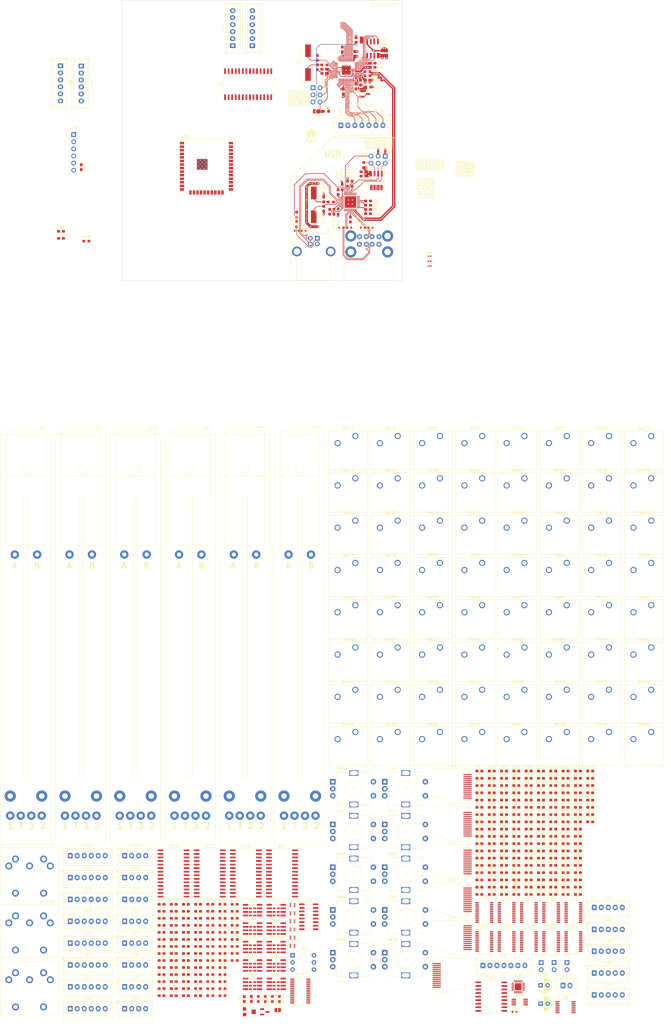
<source format=kicad_pcb>
(kicad_pcb (version 20240108) (generator "pcbnew") (generator_version "8.0")
  (layers (0 "F.Cu" signal) (1 "In1.Cu" power) (2 "In2.Cu" power) (31 "B.Cu" power) (34 "B.Paste" user) (35 "F.Paste" user) (36 "B.SilkS" user "B.Silkscreen") (37 "F.SilkS" user "F.Silkscreen") (38 "B.Mask" user) (39 "F.Mask" user) (44 "Edge.Cuts" user))
  (net 0 "")
  (net 1 "+3V3")
  (net 2 "EGND")
  (net 3 "SWCLK")
  (net 4 "SWDIO")
  (net 5 "FSPI1SCK")
  (net 6 "FSPI0SCK")
  (net 7 "Net-(JP2-B)")
  (net 9 "unconnected-(U1-GPIO8-Pad11)")
  (net 10 "unconnected-(U1-GPIO9-Pad12)")
  (net 11 "unconnected-(U1-GPIO10-Pad13)")
  (net 12 "unconnected-(U1-GPIO11-Pad14)")
  (net 13 "Net-(U1-XIN)")
  (net 14 "Net-(U1-XOUT)")
  (net 15 "+1V1")
  (net 16 "unconnected-(U1-GPIO27_ADC1-Pad39)")
  (net 17 "unconnected-(U1-GPIO28_ADC2-Pad40)")
  (net 18 "/QSPI_CS")
  (net 19 "/QSPI_SD3")
  (net 20 "/QSPI_SCL")
  (net 21 "/QSPI_SD0")
  (net 22 "/QSPI_SD2")
  (net 23 "/QSPI_SD1")
  (net 24 "Net-(C4-Pad2)")
  (net 25 "EEP_WP")
  (net 26 "USB_SDA")
  (net 27 "USB_SCL")
  (net 28 "USB_O1_VBUS")
  (net 29 "USB_O1_DP")
  (net 30 "USB_O2_VBUS")
  (net 31 "USB_O2_DP")
  (net 32 "USB_RP_DP")
  (net 34 "OCS_USB_O1")
  (net 35 "SPI0MOSI")
  (net 36 "USB_IN_DP")
  (net 37 "Net-(C26-Pad2)")
  (net 38 "OCS_USB_O2")
  (net 39 "USB_IN_DN")
  (net 40 "USB_O1_DN")
  (net 41 "USB_O2_DN")
  (net 42 "USB_RP_DN")
  (net 43 "BOOTSEL")
  (net 44 "RP2_VREF")
  (net 45 "/USB_RP2_DP")
  (net 46 "/USB_RP2_DN")
  (net 47 "RESET_USB")
  (net 48 "RESET_RP2")
  (net 49 "/USB/XTALIN")
  (net 50 "/USB/CRFILT")
  (net 51 "/USB/PLLFILT")
  (net 52 "/USB/RBIAS")
  (net 53 "/USB/SUSP_IND")
  (net 54 "/USB/HS_IND")
  (net 55 "/USB/XTALOUT")
  (net 61 "Net-(FB6-Pad2)")
  (net 62 "Net-(FB6-Pad1)")
  (net 63 "Net-(FB5-Pad2)")
  (net 64 "Net-(FB5-Pad1)")
  (net 65 "Net-(FB2-Pad2)")
  (net 66 "Net-(FB1-Pad2)")
  (net 67 "Net-(FB1-Pad1)")
  (net 68 "Net-(D1-K)")
  (net 69 "Net-(D1-A)")
  (net 70 "Net-(C30-Pad1)")
  (net 71 "Net-(C29-Pad1)")
  (net 85 "/SPI0_01_R")
  (net 89 "unconnected-(U1-GPIO21-Pad32)")
  (net 90 "MIDI_TX")
  (net 91 "MIDI_RX")
  (net 92 "Net-(FB3-Pad1)")
  (net 93 "Net-(FB3-Pad2)")
  (net 94 "Net-(FB4-Pad1)")
  (net 95 "Net-(FB4-Pad2)")
  (net 98 "Net-(U7-ROW6)")
  (net 99 "Net-(U7-ROW7)")
  (net 100 "VFMOT")
  (net 101 "SPI0SCK")
  (net 102 "FWCS")
  (net 103 "COL5")
  (net 104 "COL8")
  (net 105 "COL7")
  (net 106 "COL6")
  (net 107 "COL9")
  (net 108 "exe1-ROW2")
  (net 109 "FSW1")
  (net 110 "FSW2")
  (net 111 "FPEDAL1")
  (net 112 "unconnected-(U1-GPIO26_ADC0-Pad38)")
  (net 113 "ROW5")
  (net 114 "ROW4")
  (net 115 "ROW3")
  (net 116 "ROW2")
  (net 117 "ROW1")
  (net 118 "ROW0")
  (net 119 "COL0")
  (net 120 "COL1")
  (net 121 "COL2")
  (net 122 "COL3")
  (net 123 "F0P")
  (net 124 "F0T")
  (net 125 "F0A")
  (net 126 "F0B")
  (net 127 "F1P")
  (net 128 "F1T")
  (net 129 "F1A")
  (net 130 "F1B")
  (net 131 "F2P")
  (net 132 "F2T")
  (net 133 "F2A")
  (net 134 "F2B")
  (net 135 "F3P")
  (net 136 "F3T")
  (net 137 "F3A")
  (net 138 "F3B")
  (net 139 "F4P")
  (net 140 "F4T")
  (net 141 "F4A")
  (net 142 "F4B")
  (net 143 "Net-(U9-T1)")
  (net 144 "Net-(U9-T3)")
  (net 145 "Net-(U9-T4)")
  (net 146 "T0")
  (net 147 "T1")
  (net 148 "T2")
  (net 149 "T3")
  (net 150 "T4")
  (net 151 "M-FSW1")
  (net 152 "M-FSW2")
  (net 153 "M-MIDI_TX")
  (net 154 "M-MIDI_RX")
  (net 155 "M-FPEDAL1")
  (net 156 "B00F")
  (net 157 "B01F")
  (net 158 "B02F")
  (net 159 "B03F")
  (net 160 "B04F")
  (net 162 "CS_U15")
  (net 163 "SPI1SCL")
  (net 164 "DS0BLK")
  (net 165 "DS4BLK")
  (net 166 "DS1BLK")
  (net 167 "DS3BLK")
  (net 168 "DS2BLK")
  (net 169 "DS5CS")
  (net 171 "exe1-COL4")
  (net 172 "exe1-COL5")
  (net 173 "exe1-ROW1")
  (net 174 "exe1-COL7")
  (net 175 "B00")
  (net 176 "+F3V3")
  (net 177 "EOA")
  (net 178 "EOB")
  (net 179 "EOS")
  (net 180 "E1A")
  (net 181 "E1B")
  (net 182 "E1S")
  (net 183 "E2A")
  (net 184 "E2B")
  (net 187 "SPI1MOSI")
  (net 188 "SPI1DC")
  (net 189 "E2S")
  (net 190 "E3A")
  (net 191 "E3B")
  (net 192 "E3S")
  (net 193 "E4A")
  (net 194 "E4B")
  (net 195 "E4S")
  (net 196 "B01")
  (net 197 "B02")
  (net 198 "B03")
  (net 199 "B04")
  (net 200 "B05")
  (net 201 "B06")
  (net 202 "B07")
  (net 203 "B08")
  (net 204 "B09")
  (net 205 "B10")
  (net 206 "B11")
  (net 207 "B12")
  (net 208 "B13")
  (net 209 "B14")
  (net 210 "FW1INT")
  (net 211 "E5A")
  (net 212 "E5B")
  (net 213 "E5S")
  (net 214 "E6A")
  (net 215 "E6B")
  (net 216 "E6S")
  (net 217 "E7A")
  (net 218 "E7B")
  (net 219 "E7S")
  (net 220 "CS_U14")
  (net 221 "INT_U14")
  (net 227 "DS0CS")
  (net 228 "DS1CS")
  (net 229 "DS2CS")
  (net 230 "DS3CS")
  (net 234 "E8A")
  (net 235 "E8B")
  (net 236 "E8S")
  (net 237 "E9A")
  (net 238 "E9B")
  (net 239 "E9S")
  (net 240 "DS4CS")
  (net 242 "GND")
  (net 245 "MF-P")
  (net 246 "MF-T")
  (net 247 "MF-G")
  (net 248 "SPI0SCK-ENC")
  (net 249 "SPI0MOSI-ENC")
  (net 250 "SPI0MISO-ENC")
  (net 251 "CS_U13-ENC")
  (net 252 "INT_U13-ENC")
  (net 253 "CS_U12-ENC")
  (net 254 "INT_U12-ENC")
  (net 255 "CS_U11-ENC")
  (net 256 "INT_U11-ENC")
  (net 259 "COL4")
  (net 260 "MTCH_SENSADJ")
  (net 262 "MFT")
  (net 263 "exe1-COL6")
  (net 264 "exe1-COL9")
  (net 265 "exe1-COL8")
  (net 266 "exe2-ROW3")
  (net 267 "exe2-COL5")
  (net 268 "exe2-COL4")
  (net 269 "exe2-ROW4")
  (net 270 "exe2-COL7")
  (net 271 "exe2-COL6")
  (net 272 "exe2-COL8")
  (net 274 "exe2-COL9")
  (net 275 "Net-(J31-Pin_4)")
  (net 276 "Net-(J31-Pin_2)")
  (net 277 "ENC5-DOT")
  (net 278 "Net-(J31-Pin_5)")
  (net 279 "Net-(J31-Pin_3)")
  (net 280 "/USB/VBUS_DET")
  (net 281 "RST-KEYP")
  (net 282 "INT-KEYP")
  (net 283 "SCL-KEYP")
  (net 284 "SDA-KEYP")
  (net 285 "FW1CS")
  (net 286 "M0B")
  (net 287 "M1A")
  (net 289 "FW0INT")
  (net 290 "Net-(J33-Pin_2)")
  (net 291 "M2B")
  (net 292 "M0A")
  (net 293 "M4A")
  (net 294 "M1B")
  (net 295 "M3A")
  (net 296 "M3B")
  (net 297 "M2A")
  (net 298 "M4B")
  (net 319 "FKA")
  (net 320 "FKB")
  (net 324 "PWR_EN_USB_O2")
  (net 325 "PWR_EN_USB_O1")
  (net 326 "VBUS_IN")
  (net 327 "Net-(U9-T0)")
  (net 328 "Net-(U9-T2{slash}AG)")
  (net 329 "MKA")
  (net 330 "MKB")
  (net 331 "Net-(J33-Pin_5)")
  (net 332 "Net-(J33-Pin_1)")
  (net 333 "Net-(J33-Pin_3)")
  (net 334 "Net-(J33-Pin_4)")
  (net 335 "U15_VREF")
  (net 336 "ENC0-0")
  (net 339 "SPI0MISO")
  (net 343 "FGND")
  (net 344 "+E3V3")
  (net 345 "BGND")
  (net 346 "FWINT")
  (net 347 "+F-3V3")
  (net 348 "~{ERST}")
  (net 349 "FW0CS")
  (net 350 "SDA")
  (net 351 "SCL")
  (net 352 "U17~{OE}")
  (net 353 "RESET")
  (net 354 "ENC0-1")
  (net 355 "FSDA")
  (net 356 "FSCL")
  (net 357 "CS_U6")
  (net 358 "INT_U6")
  (net 359 "FSPI1SCL")
  (net 360 "FSPI1MOSI")
  (net 361 "FSPI1DC")
  (net 362 "Net-(J19-Pin_5)")
  (net 363 "Net-(J19-Pin_1)")
  (net 364 "Net-(J19-Pin_4)")
  (net 365 "Net-(J19-Pin_6)")
  (net 366 "Net-(J19-Pin_3)")
  (net 367 "Net-(J19-Pin_2)")
  (net 368 "Net-(DS1-LEDK)")
  (net 369 "Net-(DS2-LEDK)")
  (net 370 "Net-(DS3-LEDK)")
  (net 371 "Net-(DS4-LEDK)")
  (net 372 "Net-(DS5-LEDK)")
  (net 373 "ENC0-2")
  (net 374 "ENC0-3")
  (net 375 "ENC0-4")
  (net 376 "ENC0-5")
  (net 377 "ENC0-6")
  (net 378 "ENC0-7")
  (net 379 "ENC0-8")
  (net 380 "ENC0-9")
  (net 381 "ENC0-10")
  (net 382 "ENC0-11")
  (net 383 "ENC0-12")
  (net 384 "ENC0-13")
  (net 385 "ENC0-14")
  (net 386 "ENC0-15")
  (net 387 "ENC1-0")
  (net 388 "ENC1-1")
  (net 389 "ENC1-2")
  (net 390 "ENC1-3")
  (net 391 "ENC1-4")
  (net 392 "ENC1-5")
  (net 393 "ENC1-6")
  (net 394 "ENC1-7")
  (net 395 "ENC1-8")
  (net 396 "ENC1-9")
  (net 397 "ENC1-10")
  (net 398 "ENC1-11")
  (net 399 "ENC1-12")
  (net 400 "ENC1-13")
  (net 401 "ENC1-14")
  (net 402 "ENC1-15")
  (net 403 "ENC2-0")
  (net 404 "ENC2-1")
  (net 405 "ENC2-2")
  (net 406 "ENC2-3")
  (net 407 "ENC2-4")
  (net 408 "ENC2-5")
  (net 409 "ENC2-6")
  (net 410 "ENC2-7")
  (net 411 "ENC2-8")
  (net 412 "ENC2-9")
  (net 413 "ENC2-10")
  (net 414 "ENC2-11")
  (net 415 "ENC2-12")
  (net 416 "ENC2-13")
  (net 417 "ENC2-14")
  (net 418 "ENC2-15")
  (net 419 "ENC3-0")
  (net 420 "ENC3-1")
  (net 421 "ENC3-2")
  (net 422 "ENC3-3")
  (net 423 "ENC3-4")
  (net 424 "ENC3-5")
  (net 425 "ENC3-6")
  (net 426 "ENC3-7")
  (net 427 "ENC3-8")
  (net 428 "ENC3-9")
  (net 429 "ENC3-10")
  (net 430 "ENC3-11")
  (net 431 "ENC3-12")
  (net 432 "ENC3-13")
  (net 433 "ENC3-14")
  (net 434 "ENC3-15")
  (net 435 "ENC4-0")
  (net 436 "ENC4-1")
  (net 437 "ENC4-2")
  (net 438 "ENC4-3")
  (net 439 "ENC4-4")
  (net 440 "ENC4-5")
  (net 441 "ENC4-6")
  (net 442 "ENC4-7")
  (net 443 "ENC4-8")
  (net 444 "ENC4-9")
  (net 445 "ENC4-10")
  (net 446 "ENC4-11")
  (net 447 "ENC4-12")
  (net 448 "ENC4-13")
  (net 449 "ENC4-14")
  (net 450 "ENC4-15")
  (net 451 "ENC5-0")
  (net 452 "ENC5-1")
  (net 453 "ENC5-2")
  (net 454 "ENC5-3")
  (net 455 "ENC5-4")
  (net 456 "ENC5-5")
  (net 457 "ENC5-6")
  (net 458 "ENC5-7")
  (net 459 "ENC5-8")
  (net 460 "ENC5-9")
  (net 461 "ENC5-10")
  (net 462 "ENC5-11")
  (net 463 "ENC5-12")
  (net 464 "ENC5-13")
  (net 465 "ENC5-14")
  (net 466 "ENC5-15")
  (net 467 "ENC6-0")
  (net 468 "ENC6-1")
  (net 469 "ENC6-2")
  (net 470 "ENC6-3")
  (net 471 "ENC6-4")
  (net 472 "ENC6-5")
  (net 473 "ENC6-6")
  (net 474 "ENC6-7")
  (net 475 "ENC6-8")
  (net 476 "ENC6-9")
  (net 477 "ENC6-10")
  (net 478 "ENC6-11")
  (net 479 "ENC6-12")
  (net 480 "ENC6-13")
  (net 481 "ENC6-14")
  (net 482 "ENC6-15")
  (net 483 "ENC7-0")
  (net 484 "ENC7-1")
  (net 485 "ENC7-2")
  (net 486 "ENC7-3")
  (net 487 "ENC7-4")
  (net 488 "ENC7-5")
  (net 489 "ENC7-6")
  (net 490 "ENC7-7")
  (net 491 "ENC7-8")
  (net 492 "ENC7-9")
  (net 493 "ENC7-10")
  (net 494 "ENC7-11")
  (net 495 "ENC7-12")
  (net 496 "ENC7-13")
  (net 497 "ENC7-14")
  (net 498 "ENC7-15")
  (net 499 "ENC8-0")
  (net 500 "ENC8-1")
  (net 501 "ENC8-2")
  (net 502 "ENC8-3")
  (net 503 "ENC8-4")
  (net 504 "ENC8-5")
  (net 505 "ENC8-6")
  (net 506 "ENC8-7")
  (net 507 "ENC8-8")
  (net 508 "ENC8-9")
  (net 509 "ENC8-10")
  (net 510 "ENC8-11")
  (net 511 "ENC8-12")
  (net 512 "ENC8-13")
  (net 513 "ENC8-14")
  (net 514 "ENC8-15")
  (net 515 "ENC9-0")
  (net 516 "ENC9-1")
  (net 517 "ENC9-2")
  (net 518 "ENC9-3")
  (net 519 "ENC9-4")
  (net 520 "ENC9-5")
  (net 521 "ENC9-6")
  (net 522 "ENC9-7")
  (net 523 "ENC9-8")
  (net 524 "ENC9-9")
  (net 525 "ENC9-10")
  (net 526 "ENC9-11")
  (net 527 "ENC9-12")
  (net 528 "ENC9-13")
  (net 529 "ENC9-14")
  (net 530 "ENC9-15")
  (net 531 "ENC0-DOT")
  (net 532 "ENC6-DOT")
  (net 533 "ENC1-DOT")
  (net 534 "ENC2-DOT")
  (net 535 "ENC7-DOT")
  (net 536 "ENC3-DOT")
  (net 537 "ENC8-DOT")
  (net 538 "ENC4-DOT")
  (net 539 "ENC9-DOT")
  (net 540 "Net-(J1-Shield)")
  (net 541 "~{FRST}")
  (net 542 "unconnected-(U1-GPIO6-Pad8)")
  (net 544 "Net-(J31-Pin_6)")
  (net 545 "Net-(U25-IREF)")
  (net 546 "INT{slash}SQW")
  (net 547 "Net-(U26-IREF)")
  (net 548 "Net-(U27-IREF)")
  (net 549 "32KSQW")
  (net 550 "Net-(U28-IREF)")
  (net 552 "Net-(U29-IREF)")
  (net 554 "Net-(U11-GPB7)")
  (net 555 "Net-(U11-GPB6)")
  (net 558 "Net-(U30-IREF)")
  (net 559 "Net-(U31-IREF)")
  (net 560 "Net-(U32-IREF)")
  (net 561 "Net-(U33-IREF)")
  (net 562 "Net-(U34-IREF)")
  (net 563 "TLC-LATCH")
  (net 564 "TLC-SCK")
  (net 565 "TLC-BLANK")
  (net 566 "Earth")
  (net 567 "Net-(U11-GPA7)")
  (net 568 "Net-(U11-GPA5)")
  (net 569 "Net-(U11-GPA1)")
  (net 570 "Net-(U11-GPB2)")
  (net 571 "Net-(U11-GPB5)")
  (net 572 "Net-(U11-GPB1)")
  (net 573 "Net-(U11-GPB0)")
  (net 574 "Net-(U11-GPA0)")
  (net 575 "Net-(U11-GPA6)")
  (net 576 "Net-(U11-GPA2)")
  (net 577 "Net-(U12-GPB1)")
  (net 578 "Net-(U12-GPA0)")
  (net 579 "Net-(U12-GPB2)")
  (net 580 "Net-(U12-GPA5)")
  (net 581 "Net-(U12-GPA1)")
  (net 582 "Net-(U12-GPB7)")
  (net 583 "Net-(U12-GPA7)")
  (net 584 "Net-(U12-GPA2)")
  (net 585 "Net-(U12-GPB6)")
  (net 586 "Net-(U12-GPB0)")
  (net 587 "Net-(U12-GPB5)")
  (net 588 "Net-(U12-GPA6)")
  (net 589 "Net-(U13-GP5)")
  (net 590 "Net-(U13-GP2)")
  (net 591 "Net-(U13-GP6)")
  (net 592 "Net-(U13-GP0)")
  (net 593 "Net-(U13-GP1)")
  (net 594 "Net-(U13-GP7)")
  (net 617 "Net-(U35-GND-Pad1)")
  (net 651 "unconnected-(U1-GPIO20-Pad31)")
  (net 652 "FSPI1MISO")
  (net 653 "SPI1MISO")
  (net 654 "SPI0DC")
  (net 655 "unconnected-(U1-GPIO18-Pad29)")
  (net 656 "unconnected-(U1-GPIO19-Pad30)")
  (net 657 "unconnected-(U1-GPIO16-Pad27)")
  (net 658 "unconnected-(U1-GPIO17-Pad28)")
  (net 659 "unconnected-(U1-GPIO7-Pad9)")
  (footprint "LED_SMD:LED_0603_1608Metric_Pad1.05x0.95mm_HandSolder" (layer "F.Cu") (at 186.3525 366.555)
    (property "Reference" "D63")
    (property "Value" "LED")
  )
  (footprint "personal:RotaryEncoder_Alps_EC11E-Switch_Vertical_H20mm" (layer "F.Cu") (at 132.7175 392.445)
    (property "Reference" "SW5")
    (property "Value" "RotaryEncoder_Switch")
  )
  (footprint "Resistor_SMD:R_0603_1608Metric_Pad0.98x0.95mm_HandSolder" (layer "F.Cu") (at 136.238 108.8414 90)
    (property "Reference" "R9")
    (property "Value" "100K")
  )
  (footprint "Resistor_SMD:R_0603_1608Metric_Pad0.98x0.95mm_HandSolder" (layer "F.Cu") (at 85.8175 397.755)
    (property "Reference" "R41")
    (property "Value" "10K")
  )
  (footprint "personal:RotaryEncoder_Alps_EC11E-Switch_Vertical_H20mm" (layer "F.Cu") (at 132.7175 346.695)
    (property "Reference" "SW2")
    (property "Value" "RotaryEncoder_Switch")
  )
  (footprint "Potentiometer_SMD:Potentiometer_Bourns_TC33X_Vertical" (layer "F.Cu") (at 95.5175 411.025)
    (property "Reference" "RV1")
    (property "Value" "R_Potentiometer")
  )
  (footprint "Button_Switch_Keyboard:SW_Cherry_MX_1.00u_Plate" (layer "F.Cu") (at 238.9075 205.565)
    (property "Reference" "SW77")
    (property "Value" "SW_SPST")
  )
  (footprint "Button_Switch_Keyboard:SW_Cherry_MX_1.00u_Plate" (layer "F.Cu") (at 223.8175 296.105)
    (property "Reference" "SW75")
    (property "Value" "SW_SPST")
  )
  (footprint "LED_SMD:LED_0603_1608Metric_Pad1.05x0.95mm_HandSolder" (layer "F.Cu") (at 181.9575 335.475)
    (property "Reference" "D33")
    (property "Value" "LED")
  )
  (footprint "LED_SMD:LED_0603_1608Metric_Pad1.05x0.95mm_HandSolder" (layer "F.Cu") (at 186.3525 332.885)
    (property "Reference" "D50")
    (property "Value" "LED")
  )
  (footprint "Button_Switch_Keyboard:SW_Cherry_MX_1.00u_Plate" (layer "F.Cu") (at 178.5475 250.835)
    (property "Reference" "SW38")
    (property "Value" "SW_SPST")
  )
  (footprint "Button_Switch_Keyboard:SW_Cherry_MX_1.00u_Plate" (layer "F.Cu") (at 193.6375 311.195)
    (property "Reference" "SW50")
    (property "Value" "SW_SPST")
  )
  (footprint "LED_SMD:LED_0603_1608Metric_Pad1.05x0.95mm_HandSolder" (layer "F.Cu") (at 199.5375 338.065)
    (property "Reference" "D106")
    (property "Value" "LED")
  )
  (footprint "Button_Switch_Keyboard:SW_Cherry_MX_1.00u_Plate" (layer "F.Cu") (at 193.6375 296.105)
    (property "Reference" "SW49")
    (property "Value" "SW_SPST")
  )
  (footprint "Capacitor_SMD:C_0603_1608Metric_Pad1.08x0.95mm_HandSolder" (layer "F.Cu") (at 137.8 121.676)
    (property "Reference" "C18")
    (property "Value" "100n")
  )
  (footprint "Connector_PinSocket_2.54mm:PinSocket_1x02_P2.54mm_Vertical" (layer "F.Cu") (at 208.8175 393.465)
    (property "Reference" "J13")
    (property "Value" "AudioJack2")
  )
  (footprint "Resistor_SMD:R_0603_1608Metric_Pad0.98x0.95mm_HandSolder" (layer "F.Cu") (at 98.6175 406.475 -90)
    (property "Reference" "R28")
    (property "Value" "4K7")
  )
  (footprint "Button_Switch_Keyboard:SW_Cherry_MX_1.00u_Plate" (layer "F.Cu") (at 238.9075 250.835)
    (property "Reference" "SW80")
    (property "Value" "SW_SPST")
  )
  (footprint "Package_SO:SOIC-18W_7.5x11.6mm_P1.27mm" (layer "F.Cu") (at 181.7975 405.61)
    (property "Reference" "U13")
    (property "Value" "MCP23S17_SO")
  )
  (footprint "Capacitor_SMD:C_0603_1608Metric_Pad1.08x0.95mm_HandSolder" (layer "F.Cu") (at 28.1625 135)
    (property "Reference" "C32")
    (property "Value" "100n")
  )
  (footprint "Button_Switch_Keyboard:SW_Cherry_MX_1.00u_Plate" (layer "F.Cu") (at 193.6375 220.655)
    (property "Reference" "SW44")
    (property "Value" "SW_SPST")
  )
  (footprint "Connector_JST:JST_XH_B6B-XH-A_1x06_P2.50mm_Vertical" (layer "F.Cu") (at 31.4675 370.925)
    (property "Reference" "J16")
    (property "Value" "Conn_01x06_Socket")
  )
  (footprint "personal:SOIC-8_3.9x4.9mm_P1.27mm" (layer "F.Cu") (at 96.5675 401.075)
    (property "Reference" "U40")
    (property "Value" "LS30")
  )
  (footprint "Connector_JST:JST_XH_B4B-XH-A_1x04_P2.50mm_Vertical" (layer "F.Cu") (at 50.9175 355.325)
    (property "Reference" "J23")
    (property "Value" "Conn_01x04_Socket")
  )
  (footprint "LED_SMD:LED_0603_1608Metric_Pad1.05x0.95mm_HandSolder" (layer "F.Cu") (at 208.3275 366.555)
    (property "Reference" "D153")
    (property "Value" "LED")
  )
  (footprint "personal:RSA0N11M9A0J" (layer "F.Cu") (at 35.2175 276.65)
    (property "Reference" "MF2")
    (property "Value" "RSA0N11M9A0J")
  )
  (footprint "LED_SMD:LED_0603_1608Metric_Pad1.05x0.95mm_HandSolder" (layer "F.Cu") (at 203.9325 332.885)
    (property "Reference" "D122")
    (property "Value" "LED")
  )
  (footprint "Capacitor_SMD:C_0603_1608Metric_Pad1.08x0.95mm_HandSolder" (layer "F.Cu") (at 72.7675 382.695)
    (property "Reference" "C71")
    (property "Value" "100n")
  )
  (footprint "LED_SMD:LED_0603_1608Metric_Pad1.05x0.95mm_HandSolder" (layer "F.Cu") (at 190.7475 345.835)
    (property "Reference" "D73")
    (property "Value" "LED")
  )
  (footprint "LED_SMD:LED_0603_1608Metric_Pad1.05x0.95mm_HandSolder" (layer "F.Cu") (at 208.3275 356.195)
    (property "Reference" "D149")
    (property "Value" "LED")
  )
  (footprint "LED_SMD:LED_0603_1608Metric_Pad1.05x0.95mm_HandSolder" (layer "F.Cu") (at 181.9575 338.065)
    (property "Reference" "D34")
    (property "Value" "LED")
  )
  (footprint "Connector_JST:JST_XH_B7B-XH-A_1x07_P2.50mm_Vertical" (layer "F.Cu") (at 178.8175 394.515)
    (property "Reference" "J9")
    (property "Value" "Conn_01x07_Socket")
  )
  (footprint "Resistor_SMD:R_0603_1608Metric_Pad0.98x0.95mm_HandSolder" (layer "F.Cu") (at 85.8175 387.715)
    (property "Reference" "R37")
    (property "Value" "4K7")
  )
  (footprint "LED_SMD:LED_0603_1608Metric_Pad1.05x0.95mm_HandSolder" (layer "F.Cu") (at 181.9575 358.785)
    (property "Reference" "D42")
    (property "Value" "LED")
  )
  (footprint "Resistor_SMD:R_0603_1608Metric_Pad0.98x0.95mm_HandSolder" (layer "F.Cu") (at 81.4675 387.715)
    (property "Reference" "R16")
    (property "Value" "33")
  )
  (footprint "LED_SMD:LED_0603_1608Metric_Pad1.05x0.95mm_HandSolder" (layer "F.Cu") (at 212.7225 332.885)
    (property "Reference" "D158")
    (property "Value" "LED")
  )
  (footprint "Package_SO:SSOP-24_3.9x8.7mm_P0.635mm" (layer "F.Cu") (at 203.1675 375.615)
    (property "Reference" "U28")
    (property "Value" "TLC59282")
  )
  (footprint "LED_SMD:LED_0603_1608Metric_Pad1.05x0.95mm_HandSolder" (layer "F.Cu") (at 181.9575 356.195)
    (property "Reference" "D41")
    (property "Value" "LED")
  )
  (footprint "Resistor_SMD:R_0603_1608Metric_Pad0.98x0.95mm_HandSolder" (layer "F.Cu") (at 81.4675 405.285)
    (property "Reference" "R25")
    (property "Value" "10")
  )
  (footprint "Capacitor_SMD:C_0603_1608Metric_Pad1.08x0.95mm_HandSolder" (layer "F.Cu") (at 129 82.6 -90)
    (property "Reference" "C11")
    (property "Value" "100n")
  )
  (footprint "Button_Switch_Keyboard:SW_Cherry_MX_1.00u_Plate" (layer "F.Cu") (at 163.4575 235.745)
    (property "Reference" "SW29")
    (property "Value" "SW_SPST")
  )
  (footprint "LED_SMD:LED_0603_1608Metric_Pad1.05x0.95mm_HandSolder" (layer "F.Cu") (at 195.1425 351.015)
    (property "Reference" "D93")
    (property "Value" "LED")
  )
  (footprint "LED_SMD:LED_0603_1608Metric_Pad1.05x0.95mm_HandSolder" (layer "F.Cu") (at 208.3275 345.835)
    (property "Reference" "D145")
    (property "Value" "LED")
  )
  (footprint "Package_DFN_QFN:QFN-36-1EP_6x6mm_P0.5mm_EP4.1x4.1mm" (layer "F.Cu") (at 131.493 122.0414 90)
    (property "Reference" "U3")
    (property "Value" "USB2514B_Bi")
  )
  (footprint "Crystal:Crystal_SMD_HC49-SD" (layer "F.Cu") (at 116.35 72.3 90)
    (property "Reference" "Y1")
    (property "Value" "12Mhz")
  )
  (footprint "Package_SO:SSOP-24_3.9x8.7mm_P0.635mm" (layer "F.Cu") (at 179.3175 375.615)
    (property "Reference" "U25")
    (property "Value" "TLC59282")
  )
  (footprint "Button_Switch_Keyboard:SW_Cherry_MX_1.00u_Plate" (layer "F.Cu") (at 223.8175 281.015)
    (property "Reference" "SW74")
    (property "Value" "SW_SPST")
  )
  (footprint "Connector_JST:JST_XH_B6B-XH-A_1x06_P2.50mm_Vertical" (layer "F.Cu") (at 96.475 66.25 90)
    (property "Reference" "J38")
    (property "Value" "Conn_01x06_Socket")
  )
  (footprint "Crystal:Crystal_SMD_HC49-SD" (layer "F.Cu") (at 118.412 123.0404 -90)
    (property "Reference" "Y2")
    (property "Value" "24Mhz")
  )
  (footprint "LED_SMD:LED_0603_1608Metric_Pad1.05x0.95mm_HandSolder" (layer "F.Cu") (at 199.5375 332.885)
    (property "Reference" "D104")
    (property "Value" "LED")
  )
  (footprint "LED_SMD:LED_0603_1608Metric_Pad1.05x0.95mm_HandSolder" (layer "F.Cu") (at 186.3525 340.655)
    (property "Reference" "D53")
    (property "Value" "LED")
  )
  (footprint "Resistor_SMD:R_0603_1608Metric_Pad0.98x0.95mm_HandSolder" (layer "F.Cu") (at 81.4675 385.205)
    (property "Reference" "R15")
    (property "Value" "10")
  )
  (footprint "Resistor_SMD:R_0603_1608Metric_Pad0.98x0.95mm_HandSolder" (layer "F.Cu") (at 134.449 64.98 180)
    (property "Reference" "R2")
    (property "Value" "1K")
  )
  (footprint "Capacitor_SMD:C_0603_1608Metric_Pad1.08x0.95mm_HandSolder" (layer "F.Cu") (at 64.0675 405.285)
    (property "Reference" "C45")
    (property "Value" "1u")
  )
  (footprint "Capacitor_SMD:C_0603_1608Metric_Pad1.08x0.95mm_HandSolder" (layer "F.Cu") (at 132.1 115.5 90)
    (property "Reference" "C19")
    (property "Value" "100n")
  )
  (footprint "Inductor_SMD:L_0603_1608Metric_Pad1.05x0.95mm_HandSolder" (layer "F.Cu") (at 77.1175 405.285)
    (property "Reference" "FB3")
    (property "Value" "1K@100MHz")
  )
  (footprint "LED_SMD:LED_0603_1608Metric_Pad1.05x0.95mm_HandSolder" (layer "F.Cu") (at 195.1425 369.145)
    (property "Reference" "D100")
    (property "Value" "LED")
  )
  (footprint "LED_SMD:LED_0603_1608Metric_Pad1.05x0.95mm_HandSolder" (layer "F.Cu") (at 190.7475 351.015)
    (property "Reference" "D75")
    (property "Value" "LED")
  )
  (footprint "Capacitor_SMD:C_0603_1608Metric_Pad1.08x0.95mm_HandSolder" (layer "F.Cu") (at 64.0675 400.265)
    (property "Reference" "C43")
    (property "Value" "1u")
  )
  (footprint "LED_SMD:LED_0603_1608Metric_Pad1.05x0.95mm_HandSolder" (layer "F.Cu") (at 199.5375 363.965)
    (property "Reference" "D116")
    (property "Value" "LED")
  )
  (footprint "LED_SMD:LED_0603_1608Metric_Pad1.05x0.95mm_HandSolder" (layer "F.Cu") (at 203.9325 358.785)
    (property "Reference" "D132")
    (property "Value" "LED")
  )
  (footprint "Resistor_SMD:R_0603_1608Metric_Pad0.98x0.95mm_HandSolder" (layer "F.Cu") (at 85.8175 405.285)
    (property "Reference" "R44")
    (property "Value" "10K")
  )
  (footprint "Button_Switch_Keyboard:SW_Cherry_MX_1.00u_Plate" (layer "F.Cu") (at 148.3675 250.835)
    (property "Reference" "SW22")
    (property "Value" "SW_SPST")
  )
  (footprint "Resistor_SMD:R_0603_1608Metric_Pad0.98x0.95mm_HandSolder" (layer "F.Cu") (at 85.8175 380.185)
    (property "Reference" "R34")
    (property "Value" "2K5")
  )
  (footprint "Resistor_SMD:R_0603_1608Metric_Pad0.98x0.95mm_HandSolder" (layer "F.Cu") (at 90.1675 385.205)
    (property "Reference" "R50")
    (property "Value" "2K5")
  )
  (footprint "Capacitor_SMD:C_0603_1608Metric_Pad1.08x0.95mm_HandSolder" (layer "F.Cu") (at 144.4 68.9 90)
    (property "Reference" "C1")
    (property "Value" "2u2")
  )
  (footprint "LED_SMD:LED_0603_1608Metric_Pad1.05x0.95mm_HandSolder" (layer "F.Cu") (at 181.9575 363.965)
    (property "Reference" "D44")
    (property "Value" "LED")
  )
  (footprint "Capacitor_SMD:C_0603_1608Metric_Pad1.08x0.95mm_HandSolder" (layer "F.Cu") (at 64.0675 402.775)
    (property "Reference" "C44")
    (property "Value" "100n")
  )
  (footprint "Button_Switch_Keyboard:SW_Cherry_MX_1.00u_Plate" (layer "F.Cu") (at 178.5475 220.655)
    (property "Reference" "SW36")
    (property "Value" "SW_SPST")
  )
  (footprint "personal:RSA0N11M9A0J" (layer "F.Cu") (at 93.8675 276.65)
    (property "Reference" "MF5")
    (property "Value" "RSA0N11M9A0J")
  )
  (footprint "Capacitor_SMD:C_0603_1608Metric_Pad1.08x0.95mm_HandSolder" (layer "F.Cu") (at 142.9 68.9 90)
    (property "Reference" "C2")
    (property "Value" "100n")
  )
  (footprint "Package_SO:SOIC-28W_7.5x17.9mm_P1.27mm" (layer "F.Cu") (at 68.3475 361.675)
    (property "Reference" "U10")
    (property "Value" "MCP23S17_SO")
  )
  (footprint "Capacitor_SMD:C_0603_1608Metric_Pad1.08x0.95mm_HandSolder" (layer "F.Cu") (at 64.0675 377.675)
    (property "Reference" "C31")
    (property "Value" "100nf")
  )
  (footprint "LED_SMD:LED_0603_1608Metric_Pad1.05x0.95mm_HandSolder" (layer "F.Cu") (at 199.5375 335.475)
    (property "Reference" "D105")
    (property "Value" "LED")
  )
  (footprint "LED_SMD:LED_0603_1608Metric_Pad1.05x0.95mm_HandSolder" (layer "F.Cu") (at 186.3525 363.965)
    (property "Reference" "D62")
    (property "Value" "LED")
  )
  (footprint "Package_SO:SSOP-24_3.9x8.7mm_P0.635mm" (layer "F.Cu") (at 187.2675 375.615)
    (property "Reference" "U26")
    (property "Value" "TLC59282")
  )
  (footprint "LED_SMD:LED_0603_1608Metric_Pad1.05x0.95mm_HandSolder" (layer "F.Cu") (at 190.7475 363.965)
    (property "Reference" "D80")
    (property "Value" "LED")
  )
  (footprint "LED_SMD:LED_0603_1608Metric_Pad1.05x0.95mm_HandSolder" (layer "F.Cu") (at 177.5625 351.015)
    (property "Reference" "D21")
    (property "Value" "LED")
  )
  (footprint "LED_SMD:LED_0603_1608Metric_Pad1.05x0.95mm_HandSolder" (layer "F.Cu") (at 195.1425 330.295)
    (property "Reference" "D85")
    (property "Value" "LED")
  )
  (footprint "LED_SMD:LED_0603_1608Metric_Pad1.05x0.95mm_HandSolder" (layer "F.Cu") (at 190.7475 325.115)
    (property "Reference" "D65")
    (property "Value" "LED")
  )
  (footprint "Connector_JST:JST_XH_B6B-XH-A_1x06_P2.50mm_Vertical" (layer "F.Cu") (at 31.4675 363.125)
    (property "Reference" "J15")
    (property "Value" "Conn_01x06_Socket")
  )
  (footprint "Resistor_SMD:R_0603_1608Metric_Pad0.98x0.95mm_HandSolder" (layer "F.Cu") (at 81.4675 397.755)
    (property "Reference" "R21")
    (property "Value" "10K")
  )
  (footprint "Capacitor_SMD:C_0603_1608Metric_Pad1.08x0.95mm_HandSolder" (layer "F.Cu") (at 72.7675 405.285)
    (property "Reference" "C81")
    (property "Value" "1u")
  )
  (footprint "Button_Switch_Keyboard:SW_Cherry_MX_1.00u_Plate" (layer "F.Cu") (at 148.3675 205.565)
    (property "Reference" "SW19")
    (property "Value" "SW_SPST")
  )
  (footprint "LED_SMD:LED_0603_1608Metric_Pad1.05x0.95mm_HandSolder" (layer "F.Cu") (at 181.9575 348.425)
    (property "Reference" "D38")
    (property "Value" "LED")
  )
  (footprint "Inductor_SMD:L_0603_1608Metric_Pad1.05x0.95mm_HandSolder" (layer "F.Cu") (at 81.4675 375.165)
    (property "Reference" "FB5")
    (property "Value" "1K@100MHz")
  )
  (footprint "Capacitor_SMD:C_0603_1608Metric_Pad1.08x0.95mm_HandSolder" (layer "F.Cu") (at 64.0675 382.695)
    (property "Reference" "C36")
    (property "Value" "100n")
  )
  (footprint "Capacitor_SMD:C_0603_1608Metric_Pad1.08x0.95mm_HandSolder" (layer "F.Cu") (at 72.7675 380.185)
    (property "Reference" "C70")
    (property "Value" "1u")
  )
  (footprint "LED_SMD:LED_0603_1608Metric_Pad1.05x0.95mm_HandSolder" (layer "F.Cu") (at 208.3275 363.965)
    (property "Reference" "D152")
    (property "Value" "LED")
  )
  (footprint "personal:RotaryEncoder_Alps_EC11E-Switch_Vertical_H20mm" (layer "F.Cu") (at 151.2675 377.195)
    (property "Reference" "SW9")
    (property "Value" "RotaryEncoder_Switch")
  )
  (footprint "Connector_JST:JST_XH_B5B-XH-A_1x05_P2.50mm_Vertical" (layer "F.Cu") (at 218.5675 405.015)
    (property "Reference" "J34")
    (property "Value" "Conn_01x05_Socket")
  )
  (footprint "LED_SMD:LED_0603_1608Metric_Pad1.05x0.95mm_HandSolder" (layer "F.Cu") (at 203.9325 348.425)
    (property "Reference" "D128")
    (property "Value" "LED")
  )
  (footprint "LED_SMD:LED_0603_1608Metric_Pad1.05x0.95mm_HandSolder" (layer "F.Cu") (at 181.9575 343.245)
    (property "Reference" "D36")
    (property "Value" "LED")
  )
  (footprint "Button_Switch_Keyboard:SW_Cherry_MX_1.00u_Plate" (layer "F.Cu") (at 133.2775 311.195)
    (property "Reference" "SW18")
    (property "Value" "SW_SPST")
  )
  (footprint "Capacitor_SMD:C_0603_1608Metric_Pad1.08x0.95mm_HandSolder" (layer "F.Cu") (at 77.1175 382.695)
    (property "Reference" "C86")
    (property "Value" "100n")
  )
  (footprint "Capacitor_SMD:C_0603_1608Metric_Pad1.08x0.95mm_HandSolder" (layer "F.Cu") (at 137.8 126.2)
    (property "Reference" "C22")
    (property "Value" "1u")
  )
  (footprint "LED_SMD:LED_0603_1608Metric_Pad1.05x0.95mm_HandSolder" (layer "F.Cu") (at 203.9325 335.475)
    (property "Reference" "D123")
    (property "Value" "LED")
  )
  (footprint "LED_SMD:LED_0603_1608Metric_Pad1.05x0.95mm_HandSolder" (layer "F.Cu") (at 208.3275 351.015)
    (property "Reference" "D147")
    (property "Value" "LED")
  )
  (footprint "Button_Switch_Keyboard:SW_Cherry_MX_1.00u_Plate" (layer "F.Cu") (at 238.9075 281.015)
    (property "Reference" "SW82")
    (property "Value" "SW_SPST")
  )
  (footprint "Capacitor_SMD:C_0603_1608Metric_Pad1.08x0.95mm_HandSolder" (layer "F.Cu") (at 77.1175 387.715)
    (property "Reference" "C88")
    (property "Value" "100n")
  )
  (footprint "personal:RotaryEncoder_Alps_EC11E-Switch_Vertical_H20mm" (layer "F.Cu") (at 151.2675 392.445)
    (property "Reference" "SW10")
    (property "Value" "RotaryEncoder_Switch")
  )
  (footprint "LED_SMD:LED_0603_1608Metric_Pad1.05x0.95mm_HandSolder" (layer "F.Cu") (at 217.1175 327.705)
    (property "Reference" "D174")
    (property "Value" "LED")
  )
  (footprint "LED_SMD:LED_0603_1608Metric_Pad1.05x0.95mm_HandSolder" (layer "F.Cu") (at 177.5625 353.605)
    (property "Reference" "D22")
    (property "Value" "LED")
  )
  (footprint "Resistor_SMD:R_0603_1608Metric_Pad0.98x0.95mm_HandSolder" (layer "F.Cu") (at 85.8175 382.695)
    (property "Reference" "R35")
    (property "Value" "2K5")
  )
  (footprint "LED_SMD:LED_0603_1608Metric_Pad1.05x0.95mm_HandSolder" (layer "F.Cu") (at 203.9325 363.965)
    (property "Reference" "D134")
    (property "Value" "LED")
  )
  (footprint "Resistor_SMD:R_0603_1608Metric_Pad0.98x0.95mm_HandSolder" (layer "F.Cu") (at 90.1675 375.165)
    (property "Reference" "R46")
    (property "Value" "2K5")
  )
  (footprint "personal:1.05' 120x240 spi screen" (layer "F.Cu") (at 173.8425 371.07)
    (property "Reference" "DS4")
    (property "Value" "1.05'_120x240_spi_screen")
    (fp_circle (center -4 -5.2) (end -4.5 -5.2) (stroke (width 0.05)) (fill none) (layer "Edge.Cuts"))
    (fp_circle (center -4 5.2) (end -4.5 5.2) (stroke (width 0.05)) (fill none) (layer "Edge.Cuts"))
  )
  (footprint "LED_SMD:LED_0603_1608Metric_Pad1.05x0.95mm_HandSolder" (layer "F.Cu") (at 199.5375 327.705)
    (property "Reference" "D102")
    (property "Value" "LED")
  )
  (footprint "Capacitor_SMD:C_0603_1608Metric_Pad1.08x0.95mm_HandSolder" (layer "F.Cu") (at 137.8 124.724)
    (property "Reference" "C17")
    (property "Value" "100n")
  )
  (footprint "Resistor_SMD:R_0603_1608Metric_Pad0.98x0.95mm_HandSolder" (layer "F.Cu") (at 122.2 73.1)
    (property "Reference" "R5")
    (property "Value" "1K")
  )
  (footprint "personal:SOIC-8_3.9x4.9mm_P1.27mm" (layer "F.Cu") (at 96.5675 381.335)
    (property "Reference" "U37")
    (property "Value" "LS30")
  )
  (footprint "Button_Switch_Keyboard:SW_Cherry_MX_1.00u_Plate" (layer "F.Cu") (at 133.2775 220.655)
    (property "Reference" "SW12")
    (property "Value" "SW_SPST")
  )
  (footprint "Button_Switch_Keyboard:SW_Cherry_MX_1.00u_Plate" (layer "F.Cu") (at 148.3675 235.745)
    (property "Reference" "SW21")
    (property "Value" "SW_SPST")
  )
  (footprint "Button_Switch_Keyboard:SW_Cherry_MX_1.00u_Plate" (layer "F.Cu") (at 178.5475 235.745)
    (property "Reference" "SW37")
    (property "Value" "SW_SPST")
  )
  (footprint "Capacitor_SMD:C_0603_1608Metric_Pad1.08x0.95mm_HandSolder" (layer "F.Cu") (at 77.1175 390.225)
    (property "Reference" "C89")
    (property "Value" "1u")
  )
  (footprint "Resistor_SMD:R_0603_1608Metric_Pad0.98x0.95mm_HandSolder" (layer "F.Cu") (at 137.5875 77 180)
    (property "Reference" "R4")
    (property "Value" "27")
  )
  (footprint "Button_Switch_Keyboard:SW_Cherry_MX_1.00u_Plate" (layer "F.Cu") (at 178.5475 296.105)
    (property "Reference" "SW41")
    (property "Value" "SW_SPST")
  )
  (footprint "Inductor_SMD:L_0603_1608Metric_Pad1.05x0.95mm_HandSolder" (layer "F.Cu") (at 81.4675 377.675)
    (property "Reference" "FB6")
    (property "Value" "1K@100MHz")
  )
  (footprint "Capacitor_SMD:C_0603_1608Metric_Pad1.08x0.95mm_HandSolder" (layer "F.Cu") (at 68.4175 402.775)
    (property "Reference" "C58")
    (property "Value" "100n")
  )
  (footprint "LED_SMD:LED_0603_1608Metric_Pad1.05x0.95mm_HandSolder" (layer "F.Cu") (at 195.1425 345.835)
    (property "Reference" "D91")
    (property "Value" "LED")
  )
  (footprint "personal:SOIC-8_3.9x4.9mm_P1.27mm" (layer "F.Cu") (at 105.0175 401.075)
    (property "Reference" "U45")
    (property "Value" "LS30")
  )
  (footprint "personal:1.05' 120x240 spi screen" (layer "F.Cu") (at 173.8425 330.57)
    (property "Reference" "DS1")
    (property "Value" "1.05'_120x240_spi_screen")
    (fp_circle (center -4 -5.2) (end -4.5 -5.2) (stroke (width 0.05)) (fill none) (layer "Edge.Cuts"))
    (fp_circle (center -4 5.2) (end -4.5 5.2) (stroke (width 0.05)) (fill none) (layer "Edge.Cuts"))
  )
  (footprint "LED_SMD:LED_0603_1608Metric_Pad1.05x0.95mm_HandSolder" (layer "F.Cu") (at 217.1175 332.885)
    (property "Reference" "D176")
    (property "Value" "LED")
  )
  (footprint "personal:RotaryEncoder_Alps_EC11E-Switch_Vertical_H20mm" (layer "F.Cu") (at 151.2675 331.445)
    (property "Reference" "SW6")
    (property "Value" "RotaryEncoder_Switch")
  )
  (footprint "personal:RotaryEncoder_Alps_EC11E-Switch_Vertical_H20mm" (layer "F.Cu") (at 132.7175 361.945)
    (property "Reference" "SW3")
    (property "Value" "RotaryEncoder_Switch")
  )
  (footprint "LED_SMD:LED_0603_1608Metric_Pad1.05x0.95mm_HandSolder" (layer "F.Cu") (at 199.5375 345.835)
    (property "Reference" "D109")
    (property "Value" "LED")
  )
  (footprint "personal:1.05' 120x240 spi screen" (layer "F.Cu") (at 173.8425 357.57)
    (property "Reference" "DS3")
    (property "Value" "1.05'_120x240_spi_screen")
    (fp_circle (center -4 -5.2) (end -4.5 -5.2) (stroke (width 0.05)) (fill none) (layer "Edge.Cuts"))
    (fp_circle (center -4 5.2) (end -4.5 5.2) (stroke (width 0.05)) (fill none) (layer "Edge.Cuts"))
  )
  (footprint "Capacitor_SMD:C_0603_1608Metric_Pad1.08x0.95mm_HandSolder" (layer "F.Cu") (at 68.4175 395.245)
    (property "Reference" "C55")
    (property "Value" "1u")
  )
  (footprint "Connector_JST:JST_XH_B6B-XH-A_1x06_P2.50mm_Vertical" (layer "F.Cu") (at 35.4 73.5 -90)
    (property "Reference" "J22")
    (property "Value" "Conn_01x06_Socket")
  )
  (footprint "Resistor_SMD:R_0603_1608Metric_Pad0.98x0.95mm_HandSolder" (layer "F.Cu") (at 122.8 89.7 180)
    (property "Reference" "R23")
    (property "Value" "10K")
  )
  (footprint "LED_SMD:LED_0603_1608Metric_Pad1.05x0.95mm_HandSolder" (layer "F.Cu") (at 199.5375 348.425)
    (property "Reference" "D110")
    (property "Value" "LED")
  )
  (footprint "Connector_JST:JST_XH_B5B-XH-A_1x05_P2.50mm_Vertical" (layer "F.Cu") (at 218.5675 397.215)
    (property "Reference" "J33")
    (property "Value" "Conn_01x05_Socket")
  )
  (footprint "Package_SO:SSOP-24_3.9x8.7mm_P0.635mm" (layer "F.Cu") (at 203.1675 385.965)
    (property "Reference" "U33")
    (property "Value" "TLC59282")
  )
  (footprint "Resistor_SMD:R_0603_1608Metric_Pad0.98x0.95mm_HandSolder" (layer "F.Cu") (at 90.1675 380.185)
    (property "Reference" "R48")
    (property "Value" "2K5")
  )
  (footprint "Capacitor_SMD:C_0603_1608Metric_Pad1.08x0.95mm_HandSolder" (layer "F.Cu") (at 64.0675 392.735)
    (property "Reference" "C40")
    (property "Value" "100n")
  )
  (footprint "personal:RotaryEncoder_Alps_EC11E-Switch_Vertical_H20mm" (layer "F.Cu") (at 132.7175 331.445)
    (property "Reference" "SW1")
    (property "Value" "RotaryEncoder_Switch")
  )
  (footprint "LED_SMD:LED_0603_1608Metric_Pad1.05x0.95mm_HandSolder" (layer "F.Cu") (at 208.3275 330.295)
    (property "Reference" "D139")
    (property "Value" "LED")
  )
  (footprint "Package_SO:SOIC-28W_7.5x17.9mm_P1.27mm" (layer "F.Cu") (at 94.1675 361.675)
    (property "Reference" "U12")
    (property "Value" "MCP23S17_SO")
  )
  (footprint "Capacitor_SMD:C_0603_1608Metric_Pad1.08x0.95mm_HandSolder" (layer "F.Cu") (at 72.7675 402.775)
    (property "Reference" "C80")
    (property "Value" "100n")
  )
  (footprint "Connector_JST:JST_XH_B4B-XH-A_1x04_P2.50mm_Vertical" (layer "F.Cu") (at 50.9175 378.725)
    (property "Reference" "J26")
    (property "Value" "Conn_01x04_Socket")
  )
  (footprint "LED_SMD:LED_0603_1608Metric_Pad1.05x0.95mm_HandSolder" (layer "F.Cu") (at 195.1425 348.425)
    (property "Reference" "D92")
    (property "Value" "LED")
  )
  (footprint "LED_SMD:LED_0603_1608Metric_Pad1.05x0.95mm_HandSolder" (layer "F.Cu") (at 212.7225 325.115)
    (property "Reference" "D155")
    (property "Value" "LED")
  )
  (footprint "Connector_PinHeader_2.54mm:PinHeader_2x03_P2.54mm_Vertical" (layer "F.Cu") (at 118.125 81.275)
    (property "Reference" "J2")
    (property "Value" "Conn_02x03_Counter_Clockwise")
  )
  (footprint "Jumper:SolderJumper-2_P1.3mm_Open_RoundedPad1.0x1.5mm" (layer "F.Cu") (at 105.5575 410.425)
    (property "Reference" "JP2")
    (property "Value" "SolderJumper_2_Open")
  )
  (footprint "Button_Switch_Keyboard:SW_Cherry_MX_1.00u_Plate" (layer "F.Cu") (at 208.7275 250.835)
    (property "Reference" "SW64")
    (property "Value" "SW_SPST")
  )
  (footprint "Capacitor_SMD:C_0603_1608Metric_Pad1.08x0.95mm_HandSolder" (layer "F.Cu") (at 64.0675 380.185)
    (property "Reference" "C35")
    (property "Value" "1u")
  )
  (footprint "Connector_JST:JST_XH_B4B-XH-A_1x04_P2.50mm_Vertical" (layer "F.Cu") (at 50.9175 394.325)
    (property "Reference" "J28")
    (property "Value" "Conn_01x04_Socket")
  )
  (footprint "Inductor_SMD:L_0603_1608Metric_Pad1.05x0.95mm_HandSolder" (layer "F.Cu") (at 81.4675 372.655)
    (property "Reference" "FB4")
    (property "Value" "1K@100MHz")
  )
  (footprint "Connector_JST:JST_XH_B6B-XH-A_1x06_P2.50mm_Vertical" (layer "F.Cu") (at 31.4675 355.325)
    (property "Reference" "J14")
    (property "Value" "Conn_01x06_Socket")
  )
  (footprint "LED_SMD:LED_0603_1608Metric_Pad1.05x0.95mm_HandSolder" (layer "F.Cu") (at 199.5375 369.145)
    (property "Reference" "D118")
    (property "Value" "LED")
  )
  (footprint "Capacitor_SMD:C_0603_1608Metric_Pad1.08x0.95mm_HandSolder" (layer "F.Cu") (at 64.0675 395.245)
    (property "Reference" "C41")
    (property "Value" "1u")
  )
  (footprint "personal:SOIC-8_3.9x4.9mm_P1.27mm" (layer "F.Cu") (at 105.0175 374.755)
    (property "Reference" "U41")
    (property "Value" "LS30")
  )
  (footprint "LED_SMD:LED_0603_1608Metric_Pad1.05x0.95mm_HandSolder" (layer "F.Cu") (at 212.7225 353.605)
    (property "Reference" "D166")
    (property "Value" "LED")
  )
  (footprint "LED_SMD:LED_0603_1608Metric_Pad1.05x0.95mm_HandSolder" (layer "F.Cu") (at 190.7475 327.705)
    (property "Reference" "D66")
    (property "Value" "LED")
  )
  (footprint "Capacitor_SMD:C_0603_1608Metric_Pad1.08x0.95mm_HandSolder" (layer "F.Cu") (at 77.1175 395.245)
    (property "Reference" "C91")
    (property "Value" "1u")
  )
  (footprint "Capacitor_SMD:C_0603_1608Metric_Pad1.08x0.95mm_HandSolder" (layer "F.Cu") (at 121.968 121.1354 -90)
    (property "Reference" "C26")
    (property "Value" "27p")
  )
  (footprint "Button_Switch_Keyboard:SW_Cherry_MX_1.00u_Plate" (layer "F.Cu") (at 163.4575 250.835)
    (property "Reference" "SW30")
    (property "Value" "SW_SPST")
  )
  (footprint "LED_SMD:LED_0603_1608Metric_Pad1.05x0.95mm_HandSolder" (layer "F.Cu") (at 190.7475 358.785)
    (property "Reference" "D78")
    (property "Value" "LED")
  )
  (footprint "Button_Switch_Keyboard:SW_Cherry_MX_1.00u_Plate" (layer "F.Cu") (at 133.2775 281.015)
    (property "Reference" "SW16")
    (property "Value" "SW_SPST")
  )
  (footprint "Button_Switch_Keyboard:SW_Cherry_MX_1.00u_Plate" (layer "F.Cu") (at 133.2775 235.745)
    (property "Reference" "SW13")
    (property "Value" "SW_SPST")
  )
  (footprint "Capacitor_SMD:C_0603_1608Metric_Pad1.08x0.95mm_HandSolder" (layer "F.Cu") (at 93.5975 406.475 90)
    (property "Reference" "C33")
    (property "Value" "1u")
  )
  (footprint "LED_SMD:LED_0603_1608Metric_Pad1.05x0.95mm_HandSolder" (layer "F.Cu") (at 181.9575 340.655)
    (property "Reference" "D35")
    (property "Value" "LED")
  )
  (footprint "Button_Switch_Keyboard:SW_Cherry_MX_1.00u_Plate" (layer "F.Cu") (at 208.7275 220.655)
    (property "Reference" "SW62")
    (property "Value" "SW_SPST")
  )
  (footprint "LED_SMD:LED_0603_1608Metric_Pad1.05x0.95mm_HandSolder" (layer "F.Cu") (at 217.1175 338.065)
    (property "Reference" "D178")
    (property "Value" "LED")
  )
  (footprint "Capacitor_THT:CP_Radial_D5.0mm_P2.50mm" (layer "F.Cu") (at 199.407275 408.115)
    (property "Reference" "C72")
    (property "Value" "10uf")
  )
  (footprint "Button_Switch_Keyboard:SW_Cherry_MX_1.00u_Plate" (layer "F.Cu") (at 133.2775 205.565)
    (property "Reference" "SW11")
    (property "Value" "SW_SPST")
  )
  (footprint "Capacitor_SMD:C_0603_1608Metric_Pad1.08x0.95mm_HandSolder" (layer "F.Cu") (at 68.4175 375.165)
    (property "Reference" "C47")
    (property "Value" "1u")
  )
  (footprint "personal:RSA0N11M9A0J" (layer "F.Cu") (at 113.4175 276.65)
    (property "Reference" "MF6")
    (property "Value" "RSA0N11M9A0J")
  )
  (footprint "Capacitor_SMD:C_0603_1608Metric_Pad1.08x0.95mm_HandSolder" (layer "F.Cu") (at 64.0675 397.755)
    (property "Reference" "C42")
    (property "Value" "100n")
  )
  (footprint "LED_SMD:LED_0603_1608Metric_Pad1.05x0.95mm_HandSolder" (layer "F.Cu") (at 217.1175 343.245)
    (property "Reference" "D180")
    (property "Value" "LED")
  )
  (footprint "Package_SO:SSOP-24_3.9x8.7mm_P0.635mm" (layer "F.Cu") (at 187.2675 385.965)
    (property "Reference" "U31")
    (property "Value" "TLC59282")
  )
  (footprint "Connector_JST:JST_XH_B5B-XH-A_1x05_P2.50mm_Vertical" (layer "F.Cu") (at 218.5675 381.615)
    (property "Reference" "J18")
    (property "Value" "Conn_01x05_Socket")
  )
  (footprint "Capacitor_SMD:C_0603_1608Metric_Pad1.08x0.95mm_HandSolder" (layer "F.Cu") (at 28.1625 132.49)
    (property "Reference" "C15")
    (property "Value" "1u")
  )
  (footprint "Capacitor_SMD:C_0603_1608Metric_Pad1.08x0.95mm_HandSolder" (layer "F.Cu") (at 77.1175 372.655)
    (property "Reference" "C82")
    (property "Value" "100n")
  )
  (footprint "Resistor_SMD:R_0603_1608Metric_Pad0.98x0.95mm_HandSolder" (layer "F.Cu") (at 85.8175 392.735)
    (property "Reference" "R39")
    (property "Value" "4K7")
  )
  (footprint "Capacitor_SMD:C_0603_1608Metric_Pad1.08x0.95mm_HandSolder" (layer "F.Cu") (at 68.4175 392.735)
    (property "Reference" "C54")
    (property "Value" "100n")
  )
  (footprint "Connector_JST:JST_XH_B4B-XH-A_1x04_P2.50mm_Vertical" (layer "F.Cu") (at 50.9175 386.525)
    (property "Reference" "J27")
    (property "Value" "Conn_01x04_Socket")
  )
  (footprint "Connector_JST:JST_XH_B6B-XH-A_1x06_P2.50mm_Vertical" (layer "F.Cu") (at 89.475 66.25 90)
    (property "Reference" "J37")
    (property "Value" "Conn_01x06_Socket")
  )
  (footprint "Resistor_SMD:R_0603_1608Metric_Pad0.98x0.95mm_HandSolder" (layer "F.Cu") (at 128.572 116.6904 -90)
    (property "Reference" "R10")
    (property "Value" "100K")
  )
  (footprint "Diode_SMD:D_SOD-523" (layer "F.Cu") (at 131.1 131.2)
    (property "Reference" "D2")
    (property "Value" "3v6")
  )
  (footprint "Resistor_SMD:R_0603_1608Metric_Pad0.98x0.95mm_HandSolder" (layer "F.Cu") (at 101.1275 406.475 -90)
    (property "Reference" "R29")
    (property "Value" "4K7")
  )
  (footprint "Button_Switch_Keyboard:SW_Cherry_MX_1.00u_Plate" (layer "F.Cu") (at 223.8175 250.835)
    (property "Reference" "SW72")
    (property "Value" "SW_SPST")
  )
  (footprint "LED_SMD:LED_0603_1608Metric_Pad1.05x0.95mm_HandSolder" (layer "F.Cu") (at 208.3275 358.785)
    (property "Reference" "D150")
    (property "Value" "LED")
  )
  (footprint "LED_SMD:LED_0603_1608Metric_Pad1.05x0.95mm_HandSolder" (layer "F.Cu") (at 195.1425 361.375)
    (property "Reference" "D97")
    (property "Value" "LED")
  )
  (footprint "Button_Switch_Keyboard:SW_Cherry_MX_1.00u_Plate" (layer "F.Cu") (at 178.5475 205.565)
    (property "Reference" "SW35")
    (property "Value" "SW_SPST")
  )
  (footprint "LED_SMD:LED_0603_1608Metric_Pad1.05x0.95mm_HandSolder" (layer "F.Cu") (at 195.1425 353.605)
    (property "Reference" "D94")
    (property "Value" "LED")
  )
  (footprint "Capacitor_SMD:C_0603_1608Metric_Pad1.08x0.95mm_HandSolder" (layer "F.Cu") (at 72.7675 400.265)
    (property "Reference" "C79")
    (property "Value" "1u")
  )
  (footprint "Capacitor_THT:CP_Radial_D5.0mm_P2.50mm" (layer "F.Cu") (at 199.407275 401.565)
    (property "Reference" "C66")
    (property "Value" "10uf")
  )
  (footprint "Capacitor_SMD:C_0603_1608Metric_Pad1.08x0.95mm_HandSolder" (layer "F.Cu") (at 72.7675 372.655)
    (property "Reference" "C60")
    (property "Value" "100n")
  )
  (footprint "Capacitor_SMD:C_0603_1608Metric_Pad1.08x0.95mm_HandSolder" (layer "F.Cu") (at 72.7675 387.715)
    (property "Reference" "C74")
    (property "Value" "100n")
  )
  (footprint "Package_DFN_QFN:QFN-56-1EP_7x7mm_P0.4mm_EP3.2x3.2mm" (layer "F.Cu") (at 130 75 -90)
    (property "Reference" "U1")
    (property "Value" "RP2040")
  )
  (footprint "Button_Switch_Keyboard:SW_Cherry_MX_1.00u_Plate" (layer "F.Cu") (at 133.2775 265.925)
    (property "Reference" "SW15")
    (property "Value" "SW_SPST")
  )
  (footprint "LED_SMD:LED_0603_1608Metric_Pad1.05x0.95mm_HandSolder" (layer "F.Cu") (at 208.3275 353.605)
    (property "Reference" "D148")
    (property "Value" "LED")
  )
  (footprint "LED_SMD:LED_0603_1608Metric_Pad1.05x0.95mm_HandSolder" (layer "F.Cu") (at 177.5625 345.835)
    (property "Reference" "D19")
    (property "Value" "LED")
  )
  (footprint "Capacitor_SMD:C_0603_1608Metric_Pad1.08x0.95mm_HandSolder" (layer "F.Cu") (at 68.4175 387.715)
    (property "Reference" "C52")
    (property "Value" "100n")
  )
  (footprint "Connector_USB:USB_B_OST_USB-B1HSxx_Horizontal" (layer "F.Cu") (at 119.69 134.99 -90)
    (property "Reference" "J1")
    (property "Value" "USB_B")
  )
  (footprint "Package_SO:TSSOP-28_4.4x9.7mm_P0.65mm" (layer "F.Cu") (at 113.6175 403.625)
    (property "Reference" "U17")
    (property "Value" "PCA9635")
  )
  (footprint "Capacitor_SMD:C_0603_1608Metric_Pad1.08x0.95mm_HandSolder" (layer "F.Cu") (at 128.6 67.6 90)
    (property "Reference" "C13")
    (property "Value" "100n")
  )
  (footprint "Button_Switch_Keyboard:SW_Cherry_MX_2.00u_Vertical_Plate" (layer "F.Cu") (at 238.9075 265.925)
    (property "Reference" "SW81")
    (property "Value" "SW_SPST")
  )
  (footprint "Resistor_SMD:R_0603_1608Metric_Pad0.98x0.95mm_HandSolder" (layer "F.Cu") (at 85.8175 402.775)
    (property "Reference" "R43")
    (property "Value" "10K")
  )
  (footprint "Button_Switch_Keyboard:SW_Cherry_MX_1.00u_Plate" (layer "F.Cu") (at 163.4575 205.565)
    (property "Reference" "SW27")
    (property "Value" "SW_SPST")
  )
  (footprint "Capacitor_SMD:C_0603_1608Metric_Pad1.08x0.95mm_HandSolder" (layer "F.Cu") (at 122.2 74.65 180)
    (property "Reference" "C12")
    (property "Value" "100n")
  )
  (footprint "Button_Switch_Keyboard:SW_Cherry_MX_1.00u_Plate" (layer "F.Cu") (at 133.2775 296.105)
    (property "Reference" "SW17")
    (property "Value" "SW_SPST")
  )
  (footprint "Button_Switch_Keyboard:SW_Cherry_MX_1.00u_Plate" (layer "F.Cu") (at 223.8175 265.925)
    (property "Reference" "SW73")
    (property "Value" "SW_SPST")
  )
  (footprint "Button_Switch_Keyboard:SW_Cherry_MX_1.00u_Plate" (layer "F.Cu") (at 193.6375 205.565)
    (property "Reference" "SW43")
    (property "Value" "SW_SPST")
  )
  (footprint "LED_SMD:LED_0603_1608Metric_Pad1.05x0.95mm_HandSolder" (layer "F.Cu") (at 199.5375 358.785)
    (property "Reference" "D114")
    (property "Value" "LED")
  )
  (footprint "Button_Switch_Keyboard:SW_Cherry_MX_1.00u_Plate" (layer "F.Cu") (at 163.4575 220.655)
    (property "Reference" "SW28")
    (property "Value" "SW_SPST")
  )
  (footprint "Capacitor_SMD:C_0603_1608Metric_Pad1.08x0.95mm_HandSolder" (layer "F.Cu") (at 68.4175 400.265)
    (property "Reference" "C57")
    (property "Value" "1u")
  )
  (footprint "LED_SMD:LED_0603_1608Metric_Pad1.05x0.95mm_HandSolder" (layer "F.Cu") (at 177.5625 356.195)
    (property "Reference" "D23")
    (property "Value" "LED")
  )
  (footprint "Capacitor_SMD:C_0603_1608Metric_Pad1.08x0.95mm_HandSolder" (layer "F.Cu") (at 133 69.1875 90)
    (property "Reference" "C14")
    (property "Value" "100n")
  )
  (footprint "personal:SOT-6" (layer "F.Cu") (at 110.8175 378.8)
    (property "Reference" "U20")
    (property "Value" "DRV8210")
  )
  (footprint "Resistor_SMD:R_0603_1608Metric_Pad0.98x0.95mm_HandSolder" (layer "F.Cu") (at 112.3 126.6 90)
    (property "Reference" "R7")
    (property "Value" "100K")
  )
  (footprint "Resistor_SMD:R_0603_1608Metric_Pad0.98x0.95mm_HandSolder" (layer "F.Cu") (at 81.4675 380.185)
    (property "Reference" "R13")
    (property "Value" "220")
  )
  (footprint "LED_SMD:LED_0603_1608Metric_Pad1.05x0.95mm_HandSolder" (layer "F.Cu") (at 195.1425 325.115)
    (property "Reference" "D83")
    (property "Value" "LED")
  )
  (footprint "LED_SMD:LED_0603_1608Metric_Pad1.05x0.95mm_HandSolder" (layer "F.Cu") (at 212.7225 340.655)
    (property "Reference" "D161")
    (property "Value" "LED")
  )
  (footprint "Button_Switch_Keyboard:SW_Cherry_MX_1.00u_Plate" (layer "F.Cu") (at 223.8175 311.195)
    (property "Reference" "SW76")
    (property "Value" "SW_SPST")
  )
  (footprint "LED_SMD:LED_0603_1608Metric_Pad1.05x0.95mm_HandSolder" (layer "F.Cu") (at 181.9575 366.555)
    (property "Reference" "D45")
    (property "Value" "LED")
  )
  (footprint "Button_Switch_Keyboard:SW_Cherry_MX_1.00u_Plate" (layer "F.Cu") (at 208.7275 296.105)
    (property "Reference" "SW67")
    (property "Value" "SW_SPST")
  )
  (footprint "LED_SMD:LED_0603_1608Metric_Pad1.05x0.95mm_HandSolder" (layer "F.Cu") (at 186.3525 361.375)
    (property "Reference" "D61")
    (property "Value" "LED")
  )
  (footprint "Capacitor_SMD:C_0603_1608Metric_Pad1.08x0.95mm_HandSolder" (layer "F.Cu") (at 68.4175 372.655)
    (property "Reference" "C46")
    (property "Value" "100n")
  )
  (footprint "Resistor_SMD:R_0603_1608Metric_Pad0.98x0.95mm_HandSolder" (layer "F.Cu") (at 85.8175 377.675)
    (property "Reference" "R33")
    (property "Value" "10")
  )
  (footprint "LED_SMD:LED_0603_1608Metric_Pad1.05x0.95mm_HandSolder" (layer "F.Cu") (at 186.3525 345.835)
    (property "Reference" "D55")
    (property "Value" "LED")
  )
  (footprint "Connector_JST:JST_XH_B6B-XH-A_1x06_P2.50mm_Vertical" (layer "F.Cu") (at 31.4675 394.325)
    (property "Reference" "J31")
    (property "Value" "Conn_01x06_Socket")
  )
  (footprint "LED_SMD:LED_0603_1608Metric_Pad1.05x0.95mm_HandSolder" (layer "F.Cu") (at 186.3525 358.785)
    (property "Reference" "D60")
    (property "Value" "LED")
  )
  (footprint "Button_Switch_Keyboard:SW_Cherry_MX_1.00u_Plate" (layer "F.Cu") (at 133.2775 250.835)
    (property "Reference" "SW14")
    (property "Value" "SW_SPST")
  )
  (footprint "Capacitor_SMD:C_0603_1608Metric_Pad1.08x0.95mm_HandSolder" (layer "F.Cu") (at 137.8 123.2)
    (property "Reference" "C27")
    (property "Value" "100n")
  )
  (footprint "Connector_PinHeader_2.54mm:PinHeader_1x06_P2.54mm_Vertical" (layer "F.Cu") (at 32.7 98)
    (property "Reference" "J39")
    (property "Value" "Conn_01x06_Socket")
  )
  (footprint "personal:1.05' 120x240 spi screen" (layer "F.Cu") (at 173.8425 384.57)
    (property "Reference" "DS5")
    (property "Value" "1.05'_120x240_spi_screen")
    (fp_circle (center -4 -5.2) (end -4.5 -5.2) (stroke (width 0.05)) (fill none) (layer "Edge.Cuts"))
    (fp_circle (center -4 5.2) (end -4.5 5.2) (stroke (width 0.05)) (fill none) (layer "Edge.Cuts"))
  )
  (footprint "LED_SMD:LED_0603_1608Metric_Pad1.05x0.95mm_HandSolder" (layer "F.Cu") (at 199.5375 325.115)
    (property "Reference" "D101")
    (property "Value" "LED")
  )
  (footprint "Button_Switch_Keyboard:SW_Cherry_MX_1.00u_Plate" (layer "F.Cu") (at 208.7275 281.015)
    (property "Reference" "SW66")
    (property "Value" "SW_SPST")
  )
  (footprint "Capacitor_SMD:C_0603_1608Metric_Pad1.08x0.95mm_HandSolder" (layer "F.Cu") (at 35.4 109.6 -90)
    (property "Reference" "C93")
    (property "Value" "1u")
  )
  (footprint "personal:SOT-6" (layer "F.Cu") (at 110.8175 381.7)
    (property "Reference" "U21")
    (property "Value" "DRV8210")
  )
  (footprint "LED_SMD:LED_0603_1608Metric_Pad1.05x0.95mm_HandSolder" (layer "F.Cu") (at 177.5625 338.065)
    (property "Reference" "D16")
    (property "Value" "LED")
  )
  (footprint "Inductor_SMD:L_0603_1608Metric_Pad1.05x0.95mm_HandSolder" (layer "F.Cu") (at 77.1175 402.775)
    (property "Reference" "FB2")
    (property "Value" "1K@100MHz")
  )
  (footprint "LED_SMD:LED_0603_1608Metric_Pad1.05x0.95mm_HandSolder" (layer "F.Cu") (at 203.9325 366.555)
    (property "Reference" "D135")
    (property "Value" "LED")
  )
  (footprint "personal:SOIC-8_3.9x4.9mm_P1.27mm" (layer "F.Cu") (at 96.5675 387.915)
    (property "Reference" "U38")
    (property "Value" "LS30")
  )
  (footprint "LED_SMD:LED_0603_1608Metric_Pad1.05x0.95mm_HandSolder" (layer "F.Cu") (at 177.5625 348.425)
    (property "Reference" "D20")
    (property "Value" "LED")
  )
  (footprint "LED_SMD:LED_0603_1608Metric_Pad1.05x0.95mm_HandSolder" (layer "F.Cu") (at 177.5625 335.475)
    (property "Reference" "D15")
    (property "Value" "LED")
  )
  (footprint "LED_SMD:LED_0603_1608Metric_Pad1.05x0.95mm_HandSolder" (layer "F.Cu") (at 195.1425 343.245)
    (property "Reference" "D90")
    (property "Value" "LED")
  )
  (footprint "LED_SMD:LED_0603_1608Metric_Pad1.05x0.95mm_HandSolder" (layer "F.Cu") (at 208.3275 332.885)
    (property "Reference" "D140")
    (property "Value" "LED")
  )
  (footprint "personal:SOIC-8_3.9x4.9mm_P1.27mm" (layer "F.Cu") (at 105.0175 394.495)
    (property "Reference" "U44")
    (property "Value" "LS30")
  )
  (footprint "LED_SMD:LED_0603_1608Metric_Pad1.05x0.95mm_HandSolder" (layer "F.Cu") (at 212.7225 356.195)
    (property "Reference" "D167")
    (property "Value" "LED")
  )
  (footprint "LED_SMD:LED_0603_1608Metric_Pad1.05x0.95mm_HandSolder" (layer "F.Cu") (at 190.7475 340.655)
    (property "Reference" "D71")
    (property "Value" "LED")
  )
  (footprint "Resistor_SMD:R_0603_1608Metric_Pad0.98x0.95mm_HandSolder" (layer "F.Cu") (at 103.6375 406.475 -90)
    (property "Reference" "R30")
    (property "Value" "4K7")
  )
  (footprint "Capacitor_SMD:C_0603_1608Metric_Pad1.08x0.95mm_HandSolder" (layer "F.Cu") (at 64.0675 372.655)
    (property "Reference" "C29")
    (property "Value" "100nf")
  )
  (footprint "LED_SMD:LED_0603_1608Metric_Pad1.05x0.95mm_HandSolder" (layer "F.Cu") (at 199.5375 340.655)
    (property "Reference" "D107")
    (property "Value" "LED")
  )
  (footprint "Capacitor_SMD:C_0603_1608Metric_Pad1.08x0.95mm_HandSolder" (layer "F.Cu") (at 68.4175 380.185)
    (property "Reference" "C49")
    (property "Value" "1u")
  )
  (footprint "Package_TO_SOT_SMD:SOT-23" (layer "F.Cu") (at 100.9375 411.05)
    (property "Reference" "U24")
    (property "Value" "LM4040D33")
  )
  (footprint "LED_SMD:LED_0603_1608Metric_Pad1.05x0.95mm_HandSolder" (layer "F.Cu") (at 190.7475 348.425)
    (property "Reference" "D74")
    (property "Value" "LED")
  )
  (footprint "Capacitor_SMD:C_0603_1608Metric_Pad1.08x0.95mm_HandSolder" (layer "F.Cu") (at 137.6 78.5)
    (property "Reference" "C5")
    (property "Value" "1u")
  )
  (footprint "personal:SOIC-8_3.9x4.9mm_P1.27mm" (layer "F.Cu") (at 96.5675 394.495)
    (property "Reference" "U39")
    (property "Value" "LS30")
  )
  (footprint "LED_SMD:LED_0603_1608Metric_Pad1.05x0.95mm_HandSolder" (layer "F.Cu") (at 212.7225 363.965)
    (property "Reference" "D170")
    (property "Value" "LED")
  )
  (footprint "Resistor_SMD:R_0603_1608Metric_Pad0.98x0.95mm_HandSolder" (layer "F.Cu") (at 81.4675 402.775)
    (property "Reference" "R24")
    (property "Value" "10")
  )
  (footprint "Capacitor_SMD:C_0603_1608Metric_Pad1.08x0.95mm_HandSolder" (layer "F.Cu") (at 77.1175 377.675)
    (property "Reference" "C84")
    (property "Value" "100n")
  )
  (footprint "Capacitor_SMD:C_0603_1608Metric_Pad1.08x0.95mm_HandSolder" (layer "F.Cu") (at 68.4175 405.285)
    (property "Reference" "C59")
    (property "Value" "1u")
  )
  (footprint "Connector_JST:JST_XH_B4B-XH-A_1x04_P2.50mm_Vertical" (layer "F.Cu") (at 50.9175 363.125)
    (property "Reference" "J24")
    (property "Value" "Conn_01x04_Socket")
  )
  (footprint "LED_SMD:LED_0603_1608Metric_Pad1.05x0.95mm_HandSolder" (layer "F.Cu") (at 177.5625 358.785)
    (property "Reference" "D24")
    (property "Value" "LED")
  )
  (footprint "LED_SMD:LED_0603_1608Metric_Pad1.05x0.95mm_HandSolder" (layer "F.Cu") (at 199.5375 366.555)
    (property "Reference" "D117")
    (property "Value" "LED")
  )
  (footprint "LED_SMD:LED_0603_1608Metric_Pad1.05x0.95mm_HandSolder" (layer "F.Cu") (at 177.5625 363.965)
    (property "Reference" "D26")
    (property "Value" "LED")
  )
  (footprint "LED_SMD:LED_0603_1608Metric_Pad1.05x0.95mm_HandSolder" (layer "F.Cu") (at 177.5625 332.885)
    (property "Reference" "D14")
    (property "Value" "LED")
  )
  (footprint "Capacitor_SMD:C_0603_1608Metric_Pad1.08x0.95mm_HandSolder" (layer "F.Cu") (at 64.0675 390.225)
    (property "Reference" "C39")
    (property "Value" "1u")
  )
  (footprint "Diode_SMD:D_0201_0603Metric_Pad0.64x0.40mm_HandSolder" (layer "F.Cu") (at 159.775 143.15)
    (property "Reference" "D9")
    (property "Value" "5v5")
  )
  (footprint "LED_SMD:LED_0603_1608Metric_Pad1.05x0.95mm_HandSolder" (layer "F.Cu") (at 199.5375 353.605)
    (property "Reference" "D112")
    (property "Value" "LED")
  )
  (footprint "Button_Switch_Keyboard:SW_Cherry_MX_1.00u_Plate" (layer "F.Cu") (at 208.7275 205.565)
    (property "Reference" "SW51")
    (property "Value" "SW_SPST")
  )
  (footprint "Resistor_SMD:R_0603_1608Metric_Pad0.98x0.95mm_HandSolder" (layer "F.Cu") (at 90.1675 377.675)
    (property "Reference" "R47")
    (property "Value" "2K5")
  )
  (footprint "Capacitor_SMD:C_0603_1608Metric_Pad1.08x0.95mm_HandSolder" (layer "F.Cu") (at 139.4 72.5)
    (property "Reference" "C6")
    (property "Value" "100n")
  )
  (footprint "Resistor_SMD:R_0603_1608Metric_Pad0.98x0.95mm_HandSolder" (layer "F.Cu") (at 90.1675 382.695)
    (property "Reference" "R49")
    (property "Value" "2K5")
  )
  (footprint "Connector_JST:JST_XH_B5B-XH-A_1x05_P2.50mm_Vertical" (layer "F.Cu") (at 218.5675 373.815)
    (property "Reference" "J10")
    (property "Value" "Conn_01x05_Socket")
  )
  (footprint "Button_Switch_Keyboard:SW_Cherry_MX_1.00u_Plate" (layer "F.Cu") (at 178.5475 281.015)
    (property "Reference" "SW40")
    (property "Value" "SW_SPST")
  )
  (footprint "Connector_JST:JST_XH_B6B-XH-A_1x06_P2.50mm_Vertical" (layer "F.Cu") (at 31.4675 378.725)
    (property "Reference" "J19")
    (property "Value" "Conn_01x06_Socket")
  )
  (footprint "Button_Switch_Keyboard:SW_Cherry_MX_1.00u_Plate" (layer "F.Cu") (at 163.4575 265.925)
    (property "Reference" "SW31")
    (property "Value" "SW_SPST")
  )
  (footprint "Capacitor_SMD:C_0603_1608Metric_Pad1.08x0.95mm_HandSolder" (layer "F.Cu") (at 68.4175 382.695)
    (property "Reference" "C50")
    (property "Value" "100n")
  )
  (footprint "LED_SMD:LED_0603_1608Metric_Pad1.05x0.95mm_HandSolder" (layer "F.Cu") (at 203.9325 327.705)
    (property "Reference" "D120")
    (property "Value" "LED")
  )
  (footprint "Connector_JST:JST_XH_B6B-XH-A_1x06_P2.50mm_Vertical" (layer "F.Cu") (at 31.4675 402.125)
    (property "Reference" "J32")
    (property "Value" "Conn_01x06_Socket")
  )
  (footprint "LED_SMD:LED_0603_1608Metric_Pad1.05x0.95mm_HandSolder" (layer "F.Cu") (at 195.1425 332.885)
    (property "Reference" "D86")
    (property "Value" "LED")
  )
  (footprint "Resistor_SMD:R_0603_1608Metric_Pad0.98x0.95mm_HandSolder" (layer "F.Cu") (at 130.477 115.5 -90)
    (property "Reference" "R11")
    (property "Value" "100K")
  )
  (footprint "Diode_SMD:D_SOD-523" (layer "F.Cu") (at 135.9 131.2 180)
    (property "Reference" "D4")
    (property "Value" "3v6")
  )
  (footprint "personal:RSA0N11M9A0J" (layer "F.Cu") (at 54.7675 276.65)
    (property "Reference" "MF3")
    (property "Value" "RSA0N11M9A0J")
  )
  (footprint "LED_SMD:LED_0603_1608Metric_Pad1.05x0.95mm_HandSolder" (layer "F.Cu") (at 181.9575 351.015)
    (property "Reference" "D39")
    (property "Value" "LED")
  )
  (footprint "LED_SMD:LED_0603_1608Metric_Pad1.05x0.95mm_HandSolder" (layer "F.Cu") (at 177.5625 361.375)
    (property "Reference" "D25")
    (property "Value" "LED")
  )
  (footprint "Resistor_SMD:R_0603_1608Metric_Pad0.98x0.95mm_HandSolder" (layer "F.Cu") (at 127.1 125.5 90)
    (property "Reference" "R8")
    (property "Value" "12K")
  )
  (footprint "Resistor_SMD:R_0603_1608Metric_Pad0.98x0.95mm_HandSolder" (layer "F.Cu") (at 81.4675 400.265)
    (property "Reference" "R22")
    (property "Value" "R")
  )
  (footprint "LED_SMD:LED_0603_1608Metric_Pad1.05x0.95mm_HandSolder" (layer "F.Cu") (at 177.5625 343.245)
    (property "Reference" "D18")
    (property "Value" "LED")
  )
  (footprint "Diode_SMD:D_0201_0603Metric_Pad0.64x0.40mm_HandSolder" (layer "F.Cu") (at 159.775 141.4)
    (property "Reference" "D8")
    (property "Value" "5v5")
  )
  (footprint "Diode_SMD:D_0201_0603Metric_Pad0.64x0.40mm_HandSolder" (layer "F.Cu") (at 159.775 144.9)
    (property "Reference" "D10")
    (property "Value" "5v5")
  )
  (footprint "Button_Switch_Keyboard:SW_Cherry_MX_1.00u_Plate" (layer "F.Cu") (at 193.6375 250.835)
    (property "Reference" "SW46")
    (property "Value" "SW_SPST")
  )
  (footprint "LED_SMD:LED_0603_1608Metric_Pad1.05x0.95mm_HandSolder" (layer "F.Cu") (at 203.9325 343.245)
    (property "Reference" "D126")
    (property "Value" "LED")
  )
  (footprint "Capacitor_SMD:C_0603_1608Metric_Pad1.08x0.95mm_HandSolder" (layer "F.Cu") (at 77.1175 385.205)
    (property "Reference" "C87")
    (property "Value" "1u")
  )
  (footprint "RF_Module:ESP32-WROOM-32U" (layer "F.Cu") (at 80.1 109.29)
    (property "Reference" "U35")
    (property "Value" "ESP32-WROOM-32U")
  )
  (footprint "LED_SMD:LED_0603_1608Metric_Pad1.05x0.95mm_HandSolder" (layer "F.Cu") (at 186.3525 327.705)
    (property "Reference" "D48")
    (property "Value" "LED")
  )
  (footprint "LED_SMD:LED_0603_1608Metric_Pad1.05x0.95mm_HandSolder" (layer "F.Cu") (at 195.1425 335.475)
    (property "Reference" "D87")
    (property "Value" "LED")
  )
  (footprint "Button_Switch_Keyboard:SW_Cherry_MX_1.00u_Plate" (layer "F.Cu") (at 193.6375 265.925)
    (property "Reference" "SW47")
    (property "Value" "SW_SPST")
  )
  (footprint "Capacitor_SMD:C_0603_1608Metric_Pad1.08x0.95mm_HandSolder" (layer "F.Cu") (at 72.7675 385.205)
    (property "Reference" "C73")
    (property "Value" "1u")
  )
  (footprint "LED_SMD:LED_0603_1608Metric_Pad1.05x0.95mm_HandSolder" (layer "F.Cu") (at 181.9575 327.705)
    (property "Reference" "D30")
    (property "Value" "LED")
  )
  (footprint "Resistor_SMD:R_0603_1608Metric_Pad0.98x0.95mm_HandSolder" (layer "F.Cu") (at 37.2125 136)
    (property "Reference" "R19")
    (property "Value" "10k")
  )
  (footprint "Diode_SMD:D_SOD-523" (layer "F.Cu") (at 114.8 132.3)
    (property "Reference" "D6")
    (property "Value" "3v6")
  )
  (footprint "Connector_JST:JST_XH_B2B-XH-A_1x02_P2.50mm_Vertical" (layer "F.Cu") (at 207.3975 401.665)
    (property "Reference" "J17")
    (property "Value" "Conn_01x02_Socket")
  )
  (footprint "LED_SMD:LED_0603_1608Metric_Pad1.05x0.95mm_HandSolder" (layer "F.Cu") (at 190.7475 353.605)
    (property "Reference" "D76")
    (property "Value" "LED")
  )
  (footprint "Capacitor_SMD:C_0603_1608Metric_Pad1.08x0.95mm_HandSolder" (layer "F.Cu") (at 64.0675 387.715)
    (property "Reference" "C38")
    (property "Value" "100n")
  )
  (footprint "Resistor_SMD:R_0603_1608Metric_Pad0.98x0.95mm_HandSolder" (layer "F.Cu") (at 85.8175 395.245)
    (property "Reference" "R40")
    (property "Value" "4K7")
  )
  (footprint "LED_SMD:LED_0603_1608Metric_Pad1.05x0.95mm_HandSolder" (layer "F.Cu") (at 203.9325 330.295)
    (property "Reference" "D121")
    (property "Value" "LED")
  )
  (footprint "LED_SMD:LED_0603_1608Metric_Pad1.05x0.95mm_HandSolder" (layer "F.Cu") (at 199.5375 343.245)
    (property "Reference" "D108")
    (property "Value" "LED")
  )
  (footprint "personal:DIN5-180" (layer "F.Cu") (at 16.9425 412.1)
    (property "Reference" "J7")
    (property "Value" "DIN-5_180degree")
  )
  (footprint "Button_Switch_Keyboard:SW_Cherry_MX_1.00u_Plate" (layer "F.Cu") (at 163.4575 311.195)
    (property "Reference" "SW34")
    (property "Value" "SW_SPST")
  )
  (footprint "LED_SMD:LED_0603_1608Metric_Pad1.05x0.95mm_HandSolder" (layer "F.Cu") (at 190.7475 332.885)
    (property "Reference" "D68")
    (property "Value" "LED")
  )
  (footprint "Capacitor_SMD:C_0603_1608Metric_Pad1.08x0.95mm_HandSolder" (layer "F.Cu") (at 68.4175 390.225)
    (property "Reference" "C53")
    (property "Value" "1u")
  )
  (footprint "LED_SMD:LED_0603_1608Metric_Pad1.05x0.95mm_HandSolder" (layer "F.Cu") (at 177.5625 327.705)
    (property "Reference" "D12")
    (property "Value" "LED")
  )
  (footprint "Inductor_SMD:L_0603_1608Metric_Pad1.05x0.95mm_HandSolder" (layer "F.Cu") (at 77.1175 400.265)
    (property "Reference" "FB1")
    (property "Value" "1K@100MHz")
  )
  (footprint "Capacitor_SMD:C_0603_1608Metric_Pad1.08x0.95mm_HandSolder" (layer "F.Cu") (at 133.5 80.8 -90)
    (property "Reference" "C10")
    (property "Value" "100n")
  )
  (footprint "personal:SOT-6" (layer "F.Cu") (at 110.8175 373)
    (property "Reference" "U18")
    (property "Value" "DRV8210")
  )
  (footprint "LED_SMD:LED_0603_1608Metric_Pad1.05x0.95mm_HandSolder" (layer "F.Cu") (at 208.3275 340.655)
    (property "Reference" "D143")
    (property "Value" "LED")
  )
  (footprint "Button_Switch_Keyboard:SW_Cherry_MX_1.00u_Plate" (layer "F.Cu") (at 148.3675 281.015)
    (property "Reference" "SW24")
    (property "Value" "SW_SPST")
  )
  (footprint "LED_SMD:LED_0603_1608Metric_Pad1.05x0.95mm_HandSolder" (layer "F.Cu") (at 212.7225 345.835)
    (property "Reference" "D163")
    (property "Value" "LED")
  )
  (footprint "LED_SMD:LED_0603_1608Metric_Pad1.05x0.95mm_HandSolder" (layer "F.Cu") (at 186.3525 356.195)
    (property "Reference" "D59")
    (property "Value" "LED")
  )
  (footprint "Connector_JST:JST_XH_B6B-XH-A_1x06_P2.50mm_Vertical" (layer "F.Cu") (at 27.975 73.45 -90)
    (property "Reference" "J35")
    (property "Value" "Conn_01x06_Socket")
  )
  (footprint "Capacitor_SMD:C_0603_1608Metric_Pad1.08x0.95mm_HandSolder" (layer "F.Cu") (at 135.1 79.4 -90)
    (property "Reference" "C8")
    (property "Value" "1u")
  )
  (footprint "Button_Switch_Keyboard:SW_Cherry_MX_1.00u_Plate" (layer "F.Cu") (at 148.3675 311.195)
    (property "Reference" "SW26")
    (property "Value" "SW_SPST")
  )
  (footprint "LED_SMD:LED_0603_1608Metric_Pad1.05x0.95mm_HandSolder" (layer "F.Cu") (at 186.3525 335.475)
    (property "Reference" "D51")
    (property "Value" "LED")
  )
  (footprint "LED_SMD:LED_0603_1608Metric_Pad1.05x0.95mm_HandSolder" (layer "F.Cu") (at 208.3275 327.705)
    (property "Reference" "D138")
    (property "Value" "LED")
  )
  (footprint "Package_SO:SSOP-24_3.9x8.7mm_P0.635mm" (layer "F.Cu") (at 195.2175 385.965)
    (property "Reference" "U32")
    (property "Value" "TLC59282")
  )
  (footprint "Connector_JST:JST_XH_B6B-XH-A_1x06_P2.50mm_Vertical" (layer "F.Cu") (at 31.4675 386.525)
    (property "Reference" "J21")
    (property "Value" "Conn_01x06_Socket")
  )
  (footprint "Package_SO:SOIC-28W_7.5x17.9mm_P1.27mm" (layer "F.Cu") (at 81.2575 361.675)
    (property "Reference" "U11")
    (property "Value" "MCP23S17_SO")
  )
  (footprint "personal:1.05' 120x240 spi screen" (layer "F.Cu") (at 173.8425 344.07)
    (property "Reference" "DS2")
    (property "Value" "1.05'_120x240_spi_screen")
    (fp_circle (center -4 -5.2) (end -4.5 -5.2) (stroke (width 0.05)) (fill none) (layer "Edge.Cuts"))
    (fp_circle (center -4 5.2) (end -4.5 5.2) (stroke (width 0.05)) (fill none) (layer "Edge.Cuts"))
  )
  (footprint "LED_SMD:LED_0603_1608Metric_Pad1.05x0.95mm_HandSolder" (layer "F.Cu") (at 186.3525 330.295)
    (property "Reference" "D49")
    (property "Value" "LED")
  )
  (footprint "LED_SMD:LED_0603_1608Metric_Pad1.05x0.95mm_HandSolder" (layer "F.Cu") (at 212.7225 327.705)
    (property "Reference" "D156")
    (property "Value" "LED")
  )
  (footprint "Package_SO:SOIC-28W_7.5x17.9mm_P1.27mm" (layer "F.Cu") (at 107.0775 361.675)
    (property "Reference" "U14")
    (property "Value" "MCP23S17_SO")
  )
  (footprint "Capacitor_SMD:C_0603_1608Metric_Pad1.08x0.95mm_HandSolder" (layer "F.Cu") (at 77.1175 397.755)
    (property "Reference" "C92")
    (property "Value" "100n")
  )
  (footprint "Button_Switch_Keyboard:SW_Cherry_MX_1.00u_Plate" (layer "F.Cu") (at 148.3675 220.655)
    (property "Reference" "SW20")
    (property "Value" "SW_SPST")
  )
  (footprint "LED_SMD:LED_0603_1608Metric_Pad1.05x0.95mm_HandSolder" (layer "F.Cu") (at 208.3275 361.375)
    (property "Reference" "D151")
    (property "Value" "LED")
  )
  (footprint "Resistor_SMD:R_0603_1608Metric_Pad0.98x0.95mm_HandSolder" (layer "F.Cu") (at 85.8175 385.205)
    (property "Reference" "R36")
    (property "Value" "4K7")
  )
  (footprint "Resistor_SMD:R_0603_1608Metric_Pad0.98x0.95mm_HandSolder" (layer "F.Cu") (at 112.3 129.9 90)
    (property "Reference" "R6")
    (property "Value" "100K")
  )
  (footprint "LED_SMD:LED_0603_1608Metric_Pad1.05x0.95mm_HandSolder" (layer "F.Cu") (at 208.3275 338.065)
    (property "Reference" "D142")
    (property "Value" "LED")
  )
  (footprint "Capacitor_SMD:C_0603_1608Metric_Pad1.08x0.95mm_HandSolder" (layer "F.Cu") (at 77.1175 392.735)
    (property "Reference" "C90")
    (property "Value" "100n")
  )
  (footprint "Jumper:SolderJumper-2_P1.3mm_Open_TrianglePad1.0x1.5mm" (layer "F.Cu") (at 119.4 89.7 180)
    (property "Reference" "JP1")
    (property "Value" "SolderJumper_2_Open")
  )
  (footprint "LED_SMD:LED_0603_1608Metric_Pad1.05x0.95mm_HandSolder" (layer "F.Cu") (at 203.9325 340.655)
    (property "Reference" "D125")
    (property "Value" "LED")
  )
  (footprint "personal:SOIC-8_3.9x4.9mm_P1.27mm" (layer "F.Cu") (at 105.0175 387.915)
    (property "Reference" "U43")
    (property "Value" "LS30")
  )
  (footprint "personal:SOIC-8_3.9x4.9mm_P1.27mm" (layer "F.Cu") (at 105.0175 381.335)
    (property "Reference" "U42")
    (property "Value" "LS30")
  )
  (footprint "Resistor_SMD:R_0603_1608Metric_Pad0.98x0.95mm_HandSolder" (layer "F.Cu") (at 81.4675 392.735)
    (property "Reference" "R18")
    (property "Value" "470")
  )
  (footprint "LED_SMD:LED_0603_1608Metric_Pad1.05x0.95mm_HandSolder" (layer "F.Cu") (at 203.9325 356.195)
    (property "Reference" "D131")
    (property "Value" "LED")
  )
  (footprint "Button_Switch_Keyboard:SW_Cherry_MX_1.00u_Plate" (layer "F.Cu") (at 208.7275 235.745)
    (property "Reference" "SW63")
    (property "Value" "SW_SPST")
  )
  (footprint "Button_Switch_Keyboard:SW_Cherry_MX_1.00u_Plate" (layer "F.Cu") (at 208.7275 265.925)
    (property "Reference" "SW65")
    (property "Value" "SW_SPST")
  )
  (footprint "Capacitor_SMD:C_0603_1608Metric_Pad1.08x0.95mm_HandSolder" (layer "F.Cu") (at 72.7675 395.245)
    (property "Reference" "C77")
    (property "Value" "1u")
  )
  (footprint "LED_SMD:LED_0603_1608Metric_Pad1.05x0.95mm_HandSolder" (layer "F.Cu") (at 203.9325 369.145)
    (property "Reference" "D136")
    (property "Value" "LED")
  )
  (footprint "Button_Switch_Keyboard:SW_Cherry_MX_1.00u_Plate" (layer "F.Cu") (at 193.6375 235.745)
    (property "Reference" "SW45")
    (property "Value" "SW_SPST")
  )
  (footprint "LED_SMD:LED_0603_1608Metric_Pad1.05x0.95mm_HandSolder" (layer "F.Cu") (at 195.1425 356.195)
    (property "Reference" "D95")
    (property "Value" "LED")
  )
  (footprint "LED_SMD:LED_0603_1608Metric_Pad1.05x0.95mm_HandSolder" (layer "F.Cu") (at 195.1425 338.065)
    (property "Reference" "D88")
    (property "Value" "LED")
  )
  (footprint "Capacitor_SMD:C_0603_1608Metric_Pad1.08x0.95mm_HandSolder" (layer "F.Cu") (at 127.1 118.5 90)
    (property "Reference" "C20")
    (property "Value" "100n")
  )
  (footprint "Capacitor_SMD:C_0603_1608Metric_Pad1.08x0.95mm_HandSolder" (layer "F.Cu") (at 64.0675 375.165)
    (property "Reference" "C30")
    (property "Value" "100nf")
  )
  (footprint "Button_Switch_Keyboard:SW_Cherry_MX_1.00u_Plate" (layer "F.Cu") (at 238.9075 235.745)
    (property "Reference" "SW79")
    (property "Value" "SW_SPST")
  )
  (footprint "LED_SMD:LED_0603_1608Metric_Pad1.05x0.95mm_HandSolder" (layer "F.Cu") (at 212.7225 338.065)
    (property "Reference" "D160")
    (property "Value" "LED")
  )
  (footprint "Resistor_SMD:R_0603_1608Metric_Pad0.98x0.95mm_HandSolder" (layer "F.Cu") (at 106.1475 406.475 -90)
    (property "Reference" "R31")
    (property "Value" "4K7")
  )
  (footprint "Capacitor_SMD:C_0603_1608Metric_Pad1.08x0.95mm_HandSolder" (layer "F.Cu") (at 64.0675 385.205)
    (property "Reference" "C37")
    (property "Value" "1u")
  )
  (footprint "Capacitor_SMD:C_0603_1608Metric_Pad1.08x0.95mm_HandSolder" (layer "F.Cu") (at 77.1175 375.165)
    (property "Reference" "C83")
    (property "Value" "1u")
  )
  (footprint "Package_SO:SSOP-24_3.9x8.7mm_P0.635mm" (layer "F.Cu") (at 195.2175 375.615)
    (property "Reference" "U27")
    (property "Value" "TLC59282")
  )
  (footprint "LED_SMD:LED_0603_1608Metric_Pad1.05x0.95mm_HandSolder" (layer "F.Cu") (at 212.7225 358.785)
    (property "Reference" "D168")
    (property "Value" "LED")
  )
  (footprint "Capacitor_SMD:C_0603_1608Metric_Pad1.08x0.95mm_HandSolder" (layer "F.Cu") (at 68.4175 397.755)
    (property "Reference" "C56")
    (property "Value" "100n")
  )
  (footprint "LED_SMD:LED_0603_1608Metric_Pad1.05x0.95mm_HandSolder" (layer "F.Cu") (at 190.7475 338.065)
    (property "Reference" "D70")
    (property "Value" "LED")
  )
  (footprint "Resistor_SMD:R_0603_1608Metric_Pad0.98x0.95mm_HandSolder" (layer "F.Cu") (at 90.1675 372.655)
    (property "Reference" "R45")
    (property "Value" "10K")
  )
  (footprint "Capacitor_SMD:C_0603_1608Metric_Pad1.08x0.95mm_HandSolder" (layer "F.Cu") (at 122.2 76.15 180)
    (property "Reference" "C7")
    (property "Value" "100n")
  )
  (footprint "personal:USB1035_USB-A2_STACKED" (layer "F.Cu") (at 138.21 137)
    (property "Reference" "J4")
    (property "Value" "USB_A_Stacked")
  )
  (footprint "Button_Switch_Keyboard:SW_Cherry_MX_1.00u_Plate" (layer "F.Cu") (at 163.4575 281.015)
    (property "Reference" "SW32")
    (property "Value" "SW_SPST")
  )
  (footprint "Button_Switch_Keyboard:SW_Cherry_MX_1.00u_Plate" (layer "F.Cu") (at 238.9075 220.655)
    (property "Reference" "SW78")
    (property "Value" "SW_SPST")
  )
  (footprint "personal:RotaryEncoder_Alps_EC11E-Switch_Vertical_H20mm" (layer "F.Cu") (at 151.2675 346.695)
    (property "Reference" "SW7")
    (property "Value" "RotaryEncoder_Switch")
  )
  (footprint "Resistor_SMD:R_0603_1608Metric_Pad0.98x0.95mm_HandSolder" (layer "F.Cu") (at 85.8175 375.165)
    (property "Reference" "R27")
    (property "Value" "10")
  )
  (footprint "LED_SMD:LED_0603_1608Metric_Pad1.05x0.95mm_HandSolder" (layer "F.Cu") (at 177.5625 325.115)
    (property "Reference" "D11")
    (property "Value" "LED")
  )
  (footprint "Connector_JST:JST_XH_B4B-XH-A_1x04_P2.50mm_Vertical" (layer "F.Cu") (at 50.9175 370.925)
    (property "Reference" "J25")
    (property "Value" "Conn_01x04_Socket")
  )
  (footprint "Capacitor_SMD:C_0603_1608Metric_Pad1.08x0.95mm_HandSolder" (layer "F.Cu") (at 72.7675 397.755)
    (property "Reference" "C78")
    (property "Value" "100n")
  )
  (footprint "personal:RotaryEncoder_Alps_EC11E-Switch_Vertical_H20mm" (layer "F.Cu") (at 151.2675 361.945)
    (property "Reference" "SW8")
    (property "Value" "RotaryEncoder_Switch")
  )
  (footprint "LED_SMD:LED_0603_1608Metric_Pad1.05x0.95mm_HandSolder" (layer "F.Cu") (at 177.5625 366.555)
    (property "Reference" "D27")
    (property "Value" "LED")
  )
  (footprint "Capacitor_SMD:C_0603_1608Metric_Pad1.08x0.95mm_HandSolder" (layer "F.Cu") (at 72.7675 392.735)
    (property "Reference" "C76")
    (property "Value" "100n")
  )
  (footprint "LED_SMD:LED_0603_1608Metric_Pad1.05x0.95mm_HandSolder" (layer "F.Cu") (at 212.7225 335.475)
    (property "Reference" "D159")
    (property "Value" "LED")
  )
  (footprint "Package_SO:SSOP-24_3.9x8.7mm_P0.635mm" (layer "F.Cu") (at 211.1175 385.965)
    (property "Reference" "U34")
    (property "Value" "TLC59282")
  )
  (footprint "Package_SO:MSOP-8_3x3mm_P0.65mm" (layer "F.Cu") (at 191.9575 407.555)
    (property "Reference" "U16")
    (property "Value" "MTCH102")
  )
  (footprint "Resistor_SMD:R_0603_1608Metric_Pad0.98x0.95mm_HandSolder" (layer "F.Cu") (at 90.1675 387.715)
    (property "Reference" "R51")
    (property "Value" "2K5")
  )
  (footprint "Package_SO:SOIC-16_3.9x9.9mm_P1.27mm" (layer "F.Cu") (at 116.6175 377.125)
    (property "Reference" "U15")
    (property "Value" "MCP3008")
  )
  (footprint "LED_SMD:LED_0603_1608Metric_Pad1.05x0.95mm_HandSolder" (layer "F.Cu") (at 199.5375 330.295)
    (property "Reference" "D103")
    (property "Value" "LED")
  )
  (footprint "Button_Switch_Keyboard:SW_Cherry_MX_1.00u_Plate" (layer "F.Cu") (at 163.4575 296.105)
    (property "Reference" "SW33")
    (property "Value" "SW_SPST")
  )
  (footprint "LED_SMD:LED_0603_1608Metric_Pad1.05x0.95mm_HandSolder" (layer "F.Cu") (at 195.1425 327.705)
    (property "Reference" "D84")
    (property "Value" "LED")
  )
  (footprint "LED_SMD:LED_0603_1608Metric_Pad1.05x0.95mm_HandSolder" (layer "F.Cu") (at 212.7225 348.425)
    (property "Reference" "D164")
    (property "Value" "LED")
  )
  (footprint "LED_SMD:LED_0603_1608Metric_Pad1.05x0.95mm_HandSolder" (layer "F.Cu") (at 186.3525 369.145)
    (property "Reference" "D64")
    (property "Value" "LED")
  )
  (footprint "LED_SMD:LED_0603_1608Metric_Pad1.05x0.95mm_HandSolder" (layer "F.Cu") (at 212.7225 351.015)
    (property "Reference" "D165")
    (property "Value" "LED")
  )
  (footprint "LED_SMD:LED_0603_1608Metric_Pad1.05x0.95mm_HandSolder" (layer "F.Cu") (at 186.3525 351.015)
    (property "Reference" "D57")
    (property "Value" "LED")
  )
  (footprint "Connector_PinSocket_2.54mm:PinSocket_1x02_P2.54mm_Vertical" (layer "F.Cu") (at 204.2175 393.465)
    (property "Reference" "J12")
    (property "Value" "AudioJack2")
  )
  (footprint "LED_SMD:LED_0603_1608Metric_Pad1.05x0.95mm_HandSolder" (layer "F.Cu") (at 195.1425 358.785)
    (property "Reference" "D96")
    (property "Value" "LED")
  )
  (footprint "Resistor_SMD:R_0603_1608Metric_Pad0.98x0.95mm_HandSolder" (layer "F.Cu") (at 81.4675 395.245)
    (property "Reference" "R20")
    (property "Value" "10K")
  )
  (footprint "Button_Switch_Keyboard:SW_Cherry_MX_1.00u_Plate" (layer "F.Cu") (at 148.3675 296.105)
    (property "Reference" "SW25")
    (property "Value" "SW_SPST")
  )
  (footprint "personal:SOT-6" (layer "F.Cu") (at 110.8175 375.9)
    (property "Reference" "U19")
    (property "Value" "DRV8210")
  )
  (footprint "LED_SMD:LED_0603_1608Metric_Pad1.05x0.95mm_HandSolder" (layer "F.Cu") (at 217.1175 335.475)
    (property "Reference" "D177")
    (property "Value" "LED")
  )
  (footprint "LED_SMD:LED_0603_1608Metric_Pad1.05x0.95mm_HandSolder" (layer "F.Cu") (at 181.9575 330.295)
    (property "Reference" "D31")
    (property "Value" "LED")
  )
  (footprint "LED_SMD:LED_0603_1608Metric_Pad1.05x0.95mm_HandSolder" (layer "F.Cu") (at 217.1175 330.295)
    (property "Reference" "D175")
    (property "Value" "LED")
  )
  (footprint "Connector_JST:JST_XH_B5B-XH-A_1x05_P2.50mm_Vertical" (layer "F.Cu") (at 218.5675 389.415)
    (property "Reference" "J20")
    (property "Value" "Conn_01x05_Socket")
  )
  (footprint "Package_SO:SOIC-8_3.9x4.9mm_P1.27mm" (layer "F.Cu") (at 140.764 114.4044 90)
    (property "Reference" "U4")
    (property "Value" "24LC02")
  )
  (footprint "Package_SO:SSOP-24_3.9x8.7mm_P0.635mm" (layer "F.Cu") (at 179.3175 385.965)
    (property "Reference" "U30")
    (property "Value" "TLC59282")
  )
  (footprint "Resistor_SMD:R_0603_1608Metric_Pad0.98x0.95mm_HandSolder" (layer "F.Cu") (at 90.1675 390.225)
    (property "Reference" "R52")
    (property "Value" "2K5")
  )
  (footprint "LED_SMD:LED_0603_1608Metric_Pad1.05x0.95mm_HandSolder" (layer "F.Cu") (at 217.1175 325.115)
    (property "Reference" "D173")
    (property "Value" "LED")
  )
  (footprint "Capacitor_SMD:C_0603_1608Metric_Pad1.08x0.95mm_HandSolder" (layer "F.Cu") (at 72.7675 377.675)
    (property "Reference" "C68")
    (property "Value" "100n")
  )
  (footprint "Resistor_SMD:R_0603_1608Metric_Pad0.98x0.95mm_HandSolder" (layer "F.Cu") (at 90.1675 392.735)
    (property "Reference" "R53")
    (property "Value" "2K5")
  )
  (footprint "Capacitor_SMD:C_0603_1608Metric_Pad1.08x0.95mm_HandSolder" (layer "F.Cu") (at 68.4175 377.675)
    (property "Reference" "C48")
    (property "Value" "100n")
  )
  (footprint "Resistor_SMD:R_0603_1608Metric_Pad0.98x0.95mm_HandSolder" (layer "F.Cu") (at 137.5875 75.5 180)
    (property "Reference" "R3")
    (property "Value" "27")
  )
  (footprint "Package_SO:SOIC-8_3.9x4.9mm_P1.27mm" (layer "F.Cu") (at 139.4 67.3 -90)
    (property "Reference" "U2")
    (property "Value" "AT25SF081-SSHD-X")
  )
  (footprint "Button_Switch_Keyboard:SW_Cherry_MX_1.00u_Plate" (layer "F.Cu") (at 223.8175 235.745)
    (property "Reference" "SW71")
    (property "Value" "SW_SPST")
  )
  (footprint "LED_SMD:LED_0603_1608Metric_Pad1.05x0.95mm_HandSolder" (layer "F.Cu") (at 181.9575 332.885)
    (property "Reference" "D32")
    (property "Value" "LED")
  )
  (footprint "Diode_SMD:D_SOD-523" (layer "F.Cu") (at 112.3 132.3 180)
    (property "Reference" "D7")
    (property "Value" "3v6")
  )
  (footprint "LED_SMD:LED_0603_1608Metric_Pad1.05x0.95mm_HandSolder" (layer "F.Cu") (at 212.7225 343.245)
    (property "Reference" "D162")
    (property "Value" "LED")
  )
  (footprint "Capacitor_SMD:C_0603_1608Metric_Pad1.08x0.95mm_HandSolder" (layer "F.Cu") (at 125.6 125.5 -90)
    (property "Reference" "C28")
    (property "Value" "100n")
  )
  (footprint "Diode_SMD:D_SOD-523" (layer "F.Cu") (at 138.7 131.2)
    (property "Reference" "D5")
    (property "Value" "3v6")
  )
  (footprint "Button_Switch_Keyboard:SW_Cherry_MX_1.00u_Plate" (layer "F.Cu") (at 238.9075 296.105)
    (property "Reference" "SW83")
    (property "Value" "SW_SPST")
  )
  (footprint "personal:DIN5-180" (layer "F.Cu") (at 16.9425 371.5)
    (property "Reference" "J5")
    (property "Value" "DIN-5_180degree")
  )
  (footprint "Capacitor_SMD:C_0603_1608Metric_Pad1.08x0.95mm_HandSolder" (layer "F.Cu") (at 72.7675 375.165)
    (property "Reference" "C67")
    (property "Value" "100u")
  )
  (footprint "LED_SMD:LED_0603_1608Metric_Pad1.05x0.95mm_HandSolder" (layer "F.Cu") (at 186.3525 353.605)
    (property "Reference" "D58")
    (property "Value" "LED")
  )
  (footprint "personal:SOT-6" (layer "F.Cu") (at 110.8175 384.6)
    (property "Reference" "U22")
    (property "Value" "DRV8210")
  )
  (footprint "Capacitor_SMD:C_0603_1608Metric_Pad1.08x0.95mm_HandSolder" (layer "F.Cu") (at 139.4 74)
    (property "Reference" "C9")
    (property "Value" "100n")
  )
  (footprint "Package_SO:SSOP-24_3.9x8.7mm_P0.635mm" (layer "F.Cu") (at 211.1175 375.615)
    (property "Reference" "U29")
    (property "Value" "TLC59282")
  )
  (footprint "Capacitor_SMD:C_0603_1608Metric_Pad1.08x0.95mm_HandSolder" (layer "F.Cu") (at 68.4175 385.205)
    (property "Reference" "C51")
    (property "Value" "100u")
  )
  (footprint "LED_SMD:LED_0603_1608Metric_Pad1.05x0.95mm_HandSolder" (layer "F.Cu") (at 186.3525 348.425)
    (property "Reference" "D56")
    (property "Value" "LED")
  )
  (footprint "Connector_JST:JST_XH_B7B-XH-A_1x07_P2.50mm_Vertical" (layer "F.Cu") (at 128.1 94.675)
    (property "Reference" "J8")
    (property "Value" "Conn_01x07_Socket")
  )
  (footprint "LED_SMD:LED_0603_1608Metric_Pad1.05x0.95mm_HandSolder" (layer "F.Cu") (at 190.7475 361.375)
    (property "Reference" "D79")
    (property "Value" "LED")
  )
  (footprint "LED_SMD:LED_0603_1608Metric_Pad1.05x0.95mm_HandSolder" (layer "F.Cu") (at 212.7225 330.295)
    (property "Reference" "D157")
    (property "Value" "LED")
  )
  (footprint "LED_SMD:LED_0603_1608Metric_Pad1.05x0.95mm_HandSolder" (layer "F.Cu") (at 217.1175 340.655)
    (property "Reference" "D179")
    (property "Value" "LED")
  )
  (footprint "personal:RSA0N11M9A0J" (layer "F.Cu") (at 15.6675 276.65)
    (property "Reference" "MF1")
    (property "Value" "RSA0N11M9A0J")
  )
  (footprint "LED_SMD:LED_0603_1608Metric_Pad1.05x0.95mm_HandSolder" (layer "F.Cu") (at 190.7475 369.145)
    (property "Reference" "D82")
    (property "Value" "LED")
  )
  (footprint "LED_SMD:LED_0603_1608Metric_Pad1.05x0.95mm_HandSolder" (layer "F.Cu") (at 195.1425 340.655)
    (property "Reference" "D89")
    (property "Value" "LED")
  )
  (footprint "LED_SMD:LED_0603_1608Metric_Pad1.05x0.95mm_HandSolder" (layer "F.Cu") (at 208.3275 348.425)
    (property "Reference" "D146")
    (property "Value" "LED")
  )
  (footprint "personal:1.05' 120z240 spi screen" (layer "F.Cu") (at 161.7925 398.07)
    (property "Reference" "DS6")
    (property "Value" "1.05\" 130*240 spi screen")
    (fp_circle (center 4 -5.2) (end 4.5 -5.2) (stroke (width 0.05)) (fill none) (layer "Edge.Cuts"))
    (fp_circle (center 4 5.2) (end 4.5 5.2) (stroke (width 0.05)) (fill none) (layer "Edge.Cuts"))
  )
  (footprint "Connector_JST:JST_XH_B4B-XH-A_1x04_P2.50mm_Vertical" (layer "F.Cu") (at 50.9175 402.125)
    (property "Reference" "J29")
    (property "Value" "Conn_01x04_Socket")
  )
  (footprint "Button_Switch_Keyboard:SW_Cherry_MX_1.00u_Plate" (layer "F.Cu") (at 193.6375 281.015)
    (property "Reference" "SW48")
    (property "Value" "SW_SPST")
  )
  (footprint "Connector_JST:JST_XH_B6B-XH-A_1x06_P2.50mm_Vertical" (layer "F.Cu") (at 31.4675 409.925)
    (property "Reference" "J36")
    (property "Value" "Conn_01x06_Socket")
  )
  (footprint "Button_Switch_Keyboard:SW_Cherry_MX_1.00u_Plate" (layer "F.Cu") (at 238.9075 311.195)
    (property "Reference" "SW84")
    (property "Value" "SW_SPST")
  )
  (footprint "Resistor_SMD:R_0603_1608Metric_Pad0.98x0.95mm_HandSolder" (layer "F.Cu") (at 134.449 63.48)
    (property "Reference" "R1")
    (property "Value" "NFIT")
  )
  (footprint "LED_SMD:LED_0603_1608Metric_Pad1.05x0.95mm_HandSolder" (layer "F.Cu") (at 195.1425 363.965)
    (property "Reference" "D98")
    (property "Value" "LED")
  )
  (footprint "LED_SMD:LED_0603_1608Metric_Pad1.05x0.95mm_HandSolder" (layer "F.Cu") (at 190.7475 330.295)
    (property "Reference" "D67")
    (property "Value" "LED")
  )
  (footprint "Capacitor_SMD:C_0603_1608Metric_Pad1.08x0.95mm_HandSolder" (layer "F.Cu") (at 72.7675 390.225)
    (property "Reference" "C75")
    (property "Value" "1u")
  )
  (footprint "LED_SMD:LED_0603_1608Metric_Pad1.05x0.95mm_HandSolder" (layer "F.Cu") (at 181.9575 361.375)
    (property "Reference" "D43")
    (property "Value" "LED")
  )
  (footprint "Resistor_SMD:R_0603_1608Metric_Pad0.98x0.95mm_HandSolder" (layer "F.Cu") (at 85.8175 390.225)
    (property "Reference" "R38")
    (property "Value" "4K7")
  )
  (footprint "LED_SMD:LED_0603_1608Metric_Pad1.05x0.95mm_HandSolder" (layer "F.Cu") (at 203.9325 338.065)
    (property "Reference" "D124")
    (property "Value" "LED")
  )
  (footprint "LED_SMD:LED_0603_1608Metric_Pad1.05x0.95mm_HandSolder" (layer "F.Cu") (at 177.5625 330.295)
    (property "Reference" "D13")
    (property "Value" "LED")
  )
  (footprint "LED_SMD:LED_0603_1608Metric_Pad1.05x0.95mm_HandSolder" (layer "F.Cu") (at 199.5375 356.195)
    (property "Reference" "D113")
    (property "Value" "LED")
  )
  (footprint "LED_SMD:LED_0603_1608Metric_Pad1.05x0.95mm_HandSolder" (layer "F.Cu") (at 181.9575 369.145)
    (property "Reference" "D46")
    (property "Value" "LED")
  )
  (footprint "Button_Switch_Keyboard:SW_Cherry_MX_1.00u_Plate" (layer "F.Cu") (at 223.8175 220.655)
    (property "Reference" "SW70")
    (property "Value" "SW_SPST")
  )
  (footprint "LED_SMD:LED_0603_1608Metric_Pad1.05x0.95mm_HandSolder" (layer "F.Cu") (at 208.3275 343.245)
    (property "Reference" "D144")
    (property "Value" "LED")
  )
  (footprint "Button_Switch_Keyboard:SW_Cherry_MX_1.00u_Plate" (layer "F.Cu") (at 178.5475 265.925)
    (property "Reference" "SW39")
    (property "Value" "SW_SPST")
  )
  (footprint "LED_SMD:LED_0603_1608Metric_Pad1.05x0.95mm_HandSolder" (layer "F.Cu") (at 195.1425 366.555)
    (property "Reference" "D99")
    (property "Value" "LED")
  )
  (footprint "LED_SMD:LED_0603_1608Metric_Pad1.05x0.95mm_HandSolder" (layer "F.Cu") (at 203.9325 353.605)
    (property "Reference" "D130")
    (property "Value" "LED")
  )
  (footprint "LED_SMD:LED_0603_1608Metric_Pad1.05x0.95mm_HandSolder" (layer "F.Cu") (at 177.5625 369.145)
    (property "Reference" "D28")
    (property "Value" "LED")
  )
  (footprint "LED_SMD:LED_0603_1608Metric_Pad1.05x0.95mm_HandSolder" (layer "F.Cu") (at 190.7475 366.555)
    (property "Reference" "D81")
    (property "Value" "LED")
  )
  (footprint "personal:RSA0N11M9A0J" (layer "F.Cu") (at 74.3175 276.65)
    (property "Reference" "MF4")
    (property "Value" "RSA0N11M9A0J")
  )
  (footprint "LED_SMD:LED_0603_1608Metric_Pad1.05x0.95mm_HandSolder" (layer "F.Cu") (at 190.7475 335.475)
    (property "Reference" "D69")
    (property "Value" "LED")
  )
  (footprint "Resistor_SMD:R_0603_1608Metric_Pad0.98x0.95mm_HandSolder" (layer "F.Cu") (at 137.9 81 180)
    (property "Reference" "R32")
    (property "Value" "R")
  )
  (footprint "Connector_PinSocket_2.54mm:PinSocket_1x02_P2.54mm_Vertical" (layer "F.Cu") (at 199.6175 393.465)
    (property "Reference" "J11")
    (property "Value" "AudioJack2")
  )
  (footprint "LED_SMD:LED_0603_1608Metric_Pad1.05x0.95mm_HandSolder" (layer "F.Cu") (at 181.9575 353.605)
    (property "Reference" "D40")
    (property "Value" "LED")
  )
  (footprint "Package_DIP:DIP-6_W7.62mm" (layer "F.Cu") (at 110.8675 390.875)
    (property "Reference" "U5")
    (property "Value" "H11L1")
  )
  (footprint "LED_SMD:LED_0603_1608Metric_Pad1.05x0.95mm_HandSolder" (layer "F.Cu") (at 203.9325 345.835)
    (property "Reference" "D127")
    (property "Value" "LED")
  )
  (footprint "LED_SMD:LED_0603_1608Metric_Pad1.05x0.95mm_HandSolder" (layer "F.Cu") (at 203.9325 351.015)
    (property "Reference" "D129")
    (property "Value" "LED")
  )
  (footprint "LED_SMD:LED_0603_1608Metric_Pad1.05x0.95mm_HandSolder" (layer "F.Cu") (at 203.9325 361.375)
    (property "Reference" "D133")
    (property "Value" "LED")
  )
  (footprint "Resistor_SMD:R_0603_1608Metric_Pad0.98x0.95mm_HandSolder" (layer "F.Cu") (at 85.8175 372.655)
    (property "Reference" "R26")
    (property "Value" "10")
  )
  (footprint "Button_Switch_Keyboard:SW_Cherry_MX_1.00u_Plate" (layer "F.Cu") (at 178.5475 311.195)
    (property "Reference" "SW42")
    (property "Value" "SW_SPST")
  )
  (footprint "personal:SOIC-8_3.9x4.9mm_P1.27mm" (layer "F.Cu") (at 96.5675 374.755)
    (property "Reference" "U36")
    (property "Value" "LS30")
  )
  (footprint "Package_SO:TSSOP-14_4.4x5mm_P0.65mm" (layer "F.Cu") (at 208.2975 409.39)
    (property "Reference" "U9")
    (property "Value" "MTCH105")
  )
  (footprint "Button_Switch_Keyboard:SW_Cherry_MX_1.00u_Plate" (layer "F.Cu") (at 223.8175 205.565)
    (property "Reference" "SW69")
    (property "Value" "SW_SPST")
  )
  (footprint "LED_SMD:LED_0603_1608Metric_Pad1.05x0.95mm_HandSolder" (layer "F.Cu") (at 212.7225 361.375)
    (property "Reference" "D169")
    (property "Value" "LED")
  )
  (footprint "Diode_SMD:D_SOD-523" (layer "F.Cu") (at 190.0725 411.055)
    (property "Reference" "D1")
    (property "Value" "1N914")
  )
  (footprint "Capacitor_SMD:C_0603_1608Metric_Pad1.08x0.95mm_HandSolder" (layer "F.Cu") (at 119.7 73.95 90)
    (property "Reference" "C4")
    (property "Value" "27p")
  )
  (footprint "Package_SO:SOIC-28W_7.5x17.9mm_P1.27mm" (layer "F.Cu") (at 95 80 90)
    (property "Reference" "U6")
    (property "Value" "MCP23S17_SO")
  )
  (footprint "personal:DIN5-180" (layer "F.Cu") (at 16.9425 391.8)
    (property "Reference" "J6")
    (property "Value" "DIN-5_180degree")
  )
  (footprint "Button_Switch_Keyboard:SW_Cherry_MX_1.00u_Plate" (layer "F.Cu") (at 208.7275 311.195)
    (property "Reference" "SW68")
    (property "Value" "SW_SPST")
  )
  (footprint "LED_SMD:LED_0603_1608Metric_Pad1.05x0.95mm_HandSolder" (layer "F.Cu") (at 177.5625 340.655)
    (property "Reference" "D17")
    (property "Value" "LED")
  )
  (footprint "Capacitor_SMD:C_0603_1608Metric_Pad1.08x0.95mm_HandSolder" (layer "F.Cu") (at 119.7 70.6 -90)
    (property "Reference" "C3")
    (property "Value" "27p")
  )
  (footprint "Capacitor_SMD:C_0603_1608Metric_Pad1.08x0.95mm_HandSolder" (layer "F.Cu") (at 121.968 124.4374 90)
    (property "Reference" "C25")
    (property "Value" "27p")
  )
  (footprint "Capacitor_SMD:C_0603_1608Metric_Pad1.08x0.95mm_HandSolder" (layer "F.Cu") (at 136.192 111.2594 180)
    (property "Reference" "C24")
    (property "Value" "1u")
  )
  (footprint "LED_SMD:LED_0603_1608Metric_Pad1.05x0.95mm_HandSolder" (layer "F.Cu") (at 208.3275 335.475)
    (property "Reference" "D141")
    (property "Value" "LED")
  )
  (footprint "LED_SMD:LED_0603_1608Metric_Pad1.05x0.95mm_HandSolder" (layer "F.Cu") (at 186.3525 343.245)
    (property "Reference" "D54")
    (property "Value" "LED")
  )
  (footprint "Package_DFN_QFN:WQFN-24-1EP_4x4mm_P0.5mm_EP2.45x2.45mm" (layer "F.Cu") (at 191.3975 402.085)
    (property "Reference" "U7")
    (property "Value" "TCA8418")
  )
  (footprint "LED_SMD:LED_0603_1608Metric_Pad1.05x0.95mm_HandSolder" (layer "F.Cu") (at 199.5375 351.015)
    (property "Reference" "D111")
    (property "Value" "LED")
  )
  (footprint "LED_SMD:LED_0603_1608Metric_Pad1.05x0.95mm_HandSolder" (layer "F.Cu") (at 208.3275 369.145)
    (property "Reference" "D154")
    (property "Value" "LED")
  )
  (footprint "Capacitor_SMD:C_0603_1608Metric_Pad1.08x0.95mm_HandSolder" (layer "F.Cu") (at 77.1175 380.185)
    (property "Reference" "C85")
    (property "Value" "1u")
  )
  (footprint "Capacitor_SMD:C_0603_1608Metric_Pad1.08x0.95mm_HandSolder" (layer "F.Cu") (at 131.493 128.3 -90)
    (property "Reference" "C16")
    (property "Value" "100n")
  )
  (footprint "Package_TO_SOT_SMD:SOT-23" (layer "F.Cu") (at 136.8625 83.5)
    (property "Reference" "U8")
    (property "Value" "LM4040D33")
  )
  (footprint "Capacitor_SMD:C_0603_1608Metric_Pad1.08x0.95mm_HandSolder" (layer "F.Cu") (at 124.1 125.5 -90)
    (property "Reference" "C21")
    (property "Value" "100n")
  )
  (footprint "LED_SMD:LED_0603_1608Metric_Pad1.05x0.95mm_HandSolder" (layer "F.Cu") (at 186.3525 325.115)
    (property "Reference" "D47")
    (property "Value" "LED")
  )
  (footprint "Resistor_SMD:R_0603_1608Metric_Pad0.98x0.95mm_HandSolder" (layer "F.Cu") (at 81.4675 390.225)
    (property "Reference" "R17")
    (property "Value" "10")
  )
  (footprint "Diode_SMD:D_SOD-523" (layer "F.Cu") (at 128.2 131.2 180)
    (property "Reference" "D3")
    (property "Value" "3v6")
  )
  (footprint "LED_SMD:LED_0603_1608Metric_Pad1.05x0.95mm_HandSolder" (layer "F.Cu") (at 186.3525 338.065)
    (property "Reference" "D52")
    (property "Value" "LED")
  )
  (footprint "LED_SMD:LED_0603_1608Metric_Pad1.05x0.95mm_HandSolder" (layer "F.Cu") (at 190.7475 356.195)
    (property "Reference" "D77")
    (property "Value" "LED")
  )
  (footprint "Resistor_SMD:R_0603_1608Metric_Pad0.98x0.95mm_HandSolder" (layer "F.Cu") (at 85.8175 400.265)
    (property "Reference" "R42")
    (property "Value" "10K")
  )
  (footprint "LED_SMD:LED_0603_1608Metric_Pad1.05x0.95mm_HandSolder" (layer "F.Cu") (at 203.9325 325.115)
    (property "Reference" "D119")
    (property "Value" "LED")
  )
  (footprint "personal:SOT-6" (layer "F.Cu") (at 110.8175 387.5)
    (property "Reference" "U23")
    (property "Value" "DRV8210")
  )
  (footprint "LED_SMD:LED_0603_1608Metric_Pad1.05x0.95mm_HandSolder" (layer "F.Cu") (at 212.7225 369.145)
    (property "Reference" "D172")
    (property "Value" "LED")
  )
  (footprint "Capacitor_SMD:C_0603_1608Metric_Pad1.08x0.95mm_HandSolder" (layer "F.Cu") (at 136.192 112.7534 180)
    (property "Reference" "C23")
    (property "Value" "100n")
  )
  (footprint "LED_SMD:LED_0603_1608Metric_Pad1.05x0.95mm_HandSolder" (layer "F.Cu") (at 181.9575 325.115)
    (property "Reference" "D29")
    (property "Value" "LED")
  )
  (footprint "Connector_JST:JST_XH_B4B-XH-A_1x04_P2.50mm_Vertical" (layer "F.Cu") (at 50.9175 409.925)
    (property "Reference" "J30")
    (property "Value" "Conn_01x04_Socket")
  )
  (footprint "LED_SMD:LED_0603_1608Metric_Pad1.05x0.95mm_HandSolder" (layer "F.Cu") (at 208.3275 325.115)
    (property "Reference" "D137")
    (property "Value" "LED")
  )
  (footprint "Resistor_SMD:R_0603_1608Metric_Pad0.98x0.95mm_HandSolder" (layer "F.Cu") (at 124.508 122.0244)
    (property "Reference" "R12")
    (property "Value" "1K")
  )
  (footprint "Resistor_SMD:R_0603_1608Metric_Pad0.98x0.95mm_HandSolder" (layer "F.Cu") (at 81.4675 382.695)
    (property "Reference" "R14")
    (property "Value" "33")
  )
  (footprint "Button_Switch_Keyboard:SW_Cherry_MX_1.00u_Plate" (layer "F.Cu") (at 148.3675 265.925)
    (property "Reference" "SW23")
    (property "Value" "SW_SPST")
  )
  (footprint "Connector_PinHeader_2.54mm:PinHeader_2x03_P2.54mm_Vertical" (layer "F.Cu") (at 143.939 105.659701 -90)
    (property "Reference" "J3")
    (property "Value" "Conn_02x03_Counter_Clockwise")
  )
  (footprint "Capacitor_SMD:C_0603_1608Metric_Pad1.08x0.95mm_HandSolder" (layer "F.Cu") (at 96.1075 406.475 90)
    (property "Reference" "C34")
    (property "Value" "100n")
  )
  (footprint "LED_SMD:LED_0603_1608Metric_Pad1.05x0.95mm_HandSolder" (layer "F.Cu") (at 181.9575 345.835)
    (property "Reference" "D37")
    (property "Value" "LED")
  )
  (footprint "LED_SMD:LED_0603_1608Metric_Pad1.05x0.95mm_HandSolder" (layer "F.Cu") (at 190.7475 343.245)
    (property "Reference" "D72")
    (property "Value" "LED")
  )
  (footprint "LED_SMD:LED_0603_1608Metric_Pad1.05x0.95mm_HandSolder" (layer "F.Cu") (at 199.5375 361.375)
    (property "Reference" "D115")
    (property "Value" "LED")
  )
  (footprint "personal:RotaryEncoder_Alps_EC11E-Switch_Vertical_H20mm" (layer "F.Cu") (at 132.7175 377.195)
    (property "Reference" "SW4")
    (property "Value" "RotaryEncoder_Switch")
  )
  (footprint "LED_SMD:LED_0603_1608Metric_Pad1.05x0.95mm_HandSolder" (layer "F.Cu") (at 212.7225 366.555)
    (property "Reference" "D171")
    (property "Value" "LED")
  )
  (gr_line (start 110 114) (end 110 150) (stroke (width 0.15)) (layer "F.SilkS"))
  (gr_poly (pts (xy 117.464179 99.533589) (xy 117.478898 99.53446) (xy 117.493031 99.535891) (xy 117.506604 99.537866) (xy 117.519643 99.540369) (xy 117.532175 99.543382) (xy 117.544226 99.54689) (xy 117.555821 99.550876) (xy 117.566988 99.555323) (xy 117.577752 99.560215) (xy 117.58814 99.565536) (xy 117.598177 99.571268) (xy 117.607891 99.577396) (xy 117.617307 99.583902) (xy 117.626452 99.590771) (xy 117.635352 99.597985) (xy 117.576349 99.66728) (xy 117.56931 99.662469) (xy 117.56223 99.657868) (xy 117.555092 99.65349) (xy 117.547877 99.64935) (xy 117.540568 99.645462) (xy 117.533148 99.641838) (xy 117.525597 99.638495) (xy 117.5179 99.635444) (xy 117.510036 99.6327) (xy 117.50199 99.630277) (xy 117.493743 99.628189) (xy 117.485278 99.626449) (xy 117.476576 99.625072) (xy 117.467619 99.624071) (xy 117.458391 99.62346) (xy 117.448873 99.623253) (xy 117.443283 99.623324) (xy 117.437925 99.623535) (xy 117.432796 99.623883) (xy 117.427892 99.624365) (xy 117.42321 99.624979) (xy 117.418745 99.62572) (xy 117.414495 99.626587) (xy 117.410456 99.627577) (xy 117.406624 99.628685) (xy 117.402995 99.629911) (xy 117.399567 99.63125) (xy 117.396334 99.632699) (xy 117.393295 99.634256) (xy 117.390445 99.635918) (xy 117.38778 99.637682) (xy 117.385297 99.639545) (xy 117.382992 99.641504) (xy 117.380863 99.643555) (xy 117.378904 99.645697) (xy 117.377113 99.647926) (xy 117.375486 99.650239) (xy 117.37402 99.652634) (xy 117.37271 99.655107) (xy 117.371553 99.657655) (xy 117.370546 99.660276) (xy 117.369685 99.662966) (xy 117.368966 99.665723) (xy 117.368386 99.668543) (xy 117.367941 99.671424) (xy 117.367628 99.674363) (xy 117.367442 99.677357) (xy 117.367381 99.680403) (xy 117.367561 99.684264) (xy 117.368118 99.688099) (xy 117.369078 99.691886) (xy 117.370468 99.695599) (xy 117.372313 99.699213) (xy 117.37464 99.702703) (xy 117.377474 99.706046) (xy 117.37909 99.707654) (xy 117.380842 99.709216) (xy 117.382735 99.710729) (xy 117.38477 99.712189) (xy 117.386952 99.713594) (xy 117.389284 99.714941) (xy 117.39177 99.716225) (xy 117.394411 99.717445) (xy 117.400176 99.719679) (xy 117.406605 99.721617) (xy 117.413725 99.723234) (xy 117.421561 99.724506) (xy 117.430141 99.725409) (xy 117.508854 99.730992) (xy 117.517909 99.731762) (xy 117.526621 99.732839) (xy 117.534994 99.734215) (xy 117.543031 99.735884) (xy 117.550737 99.737839) (xy 117.558115 99.740072) (xy 117.565167 99.742577) (xy 117.571899 99.745347) (xy 117.578314 99.748375) (xy 117.584415 99.751654) (xy 117.590205 99.755177) (xy 117.59569 99.758938) (xy 117.600871 99.76293) (xy 117.605753 99.767145) (xy 117.61034 99.771577) (xy 117.614635 99.776219) (xy 117.618641 99.781064) (xy 117.622362 99.786105) (xy 117.625803 99.791335) (xy 117.628966 99.796747) (xy 117.631855 99.802336) (xy 117.634474 99.808092) (xy 117.636826 99.814011) (xy 117.638915 99.820084) (xy 117.640745 99.826305) (xy 117.642319 99.832667) (xy 117.644715 99.845787) (xy 117.646131 99.859389) (xy 117.646596 99.873417) (xy 117.646346 99.882) (xy 117.645601 99.89035) (xy 117.644374 99.898464) (xy 117.642676 99.906339) (xy 117.640518 99.913973) (xy 117.637912 99.921363) (xy 117.634869 99.928508) (xy 117.6314 99.935403) (xy 117.627516 99.942047) (xy 117.623229 99.948438) (xy 117.61855 99.954571) (xy 117.613491 99.960446) (xy 117.608062 99.966059) (xy 117.602276 99.971408) (xy 117.596143 99.976491) (xy 117.589674 99.981304) (xy 117.582882 99.985845) (xy 117.575777 99.990112) (xy 117.560675 99.997812) (xy 117.544458 100.004383) (xy 117.527218 100.009806) (xy 117.509043 100.01406) (xy 117.490026 100.017123) (xy 117.470257 100.018976) (xy 117.449826 100.019599) (xy 117.435486 100.019269) (xy 117.421285 100.018279) (xy 117.407229 100.016626) (xy 117.393325 100.014311) (xy 117.37958 100.011331) (xy 117.366001 100.007686) (xy 117.352595 100.003373) (xy 117.339369 99.998392) (xy 117.326329 99.992742) (xy 117.313483 99.98642) (xy 117.300838 99.979426) (xy 117.288399 99.971758) (xy 117.276175 99.963415) (xy 117.264172 99.954396) (xy 117.252398 99.944699) (xy 117.240858 99.934323) (xy 117.307374 99.86876) (xy 117.315151 99.876089) (xy 117.323038 99.882953) (xy 117.331057 99.889352) (xy 117.339229 99.895284) (xy 117.347578 99.900748) (xy 117.356124 99.905743) (xy 117.36489 99.910268) (xy 117.373897 99.914321) (xy 117.383168 99.917902) (xy 117.392725 99.921009) (xy 117.402588 99.923642) (xy 117.412782 99.925798) (xy 117.423326 99.927477) (xy 117.434244 99.928678) (xy 117.445557 99.929399) (xy 117.457287 99.92964) (xy 117.462335 99.92958) (xy 117.467291 99.929399) (xy 117.472151 99.929098) (xy 117.476909 99.928677) (xy 117.481563 99.928136) (xy 117.486106 99.927475) (xy 117.490536 99.926694) (xy 117.494846 99.925794) (xy 117.499033 99.924775) (xy 117.503092 99.923636) (xy 117.50702 99.922379) (xy 117.51081 99.921002) (xy 117.514459 99.919507) (xy 117.517963 99.917893) (xy 117.521316 99.916161) (xy 117.524514 99.914311) (xy 117.527554 99.912343) (xy 117.53043 99.910256) (xy 117.533138 99.908052) (xy 117.535673 99.905731) (xy 117.538031 99.903292) (xy 117.540207 99.900736) (xy 117.542198 99.898062) (xy 117.543998 99.895272) (xy 117.545603 99.892365) (xy 117.547009 99.889342) (xy 117.54821 99.886202) (xy 117.549204 99.882945) (xy 117.549984 99.879573) (xy 117.550547 99.876084) (xy 117.550888 99.87248) (xy 117.551003 99.86876) (xy 117.550929 99.865665) (xy 117.550711 99.862705) (xy 117.550351 99.859876) (xy 117.549853 99.857175) (xy 117.549219 99.8546) (xy 117.548454 99.852147) (xy 117.547561 99.849814) (xy 117.546541 99.847597) (xy 117.5454 99.845495) (xy 117.54414 99.843503) (xy 117.542764 99.84162) (xy 117.541276 99.839842) (xy 117.539679 99.838166) (xy 117.537976 99.836589) (xy 117.53617 99.835109) (xy 117.534264 99.833723) (xy 117.532263 99.832427) (xy 117.530168 99.831219) (xy 117.525713 99.829054) (xy 117.520925 99.827206) (xy 117.515831 99.825652) (xy 117.510455 99.824367) (xy 117.504824 99.82333) (xy 117.498963 99.822516) (xy 117.4929 99.821902) (xy 117.408551 99.814414) (xy 117.394047 99.812713) (xy 117.380081 99.810075) (xy 117.373317 99.808407) (xy 117.366708 99.806508) (xy 117.36026 99.804379) (xy 117.353981 99.802022) (xy 117.347878 99.799436) (xy 117.341957 99.796624) (xy 117.336226 99.793586) (xy 117.33069 99.790323) (xy 117.325358 99.786836) (xy 117.320236 99.783127) (xy 117.31533 99.779196) (xy 117.310648 99.775044) (xy 117.306197 99.770673) (xy 117.301983 99.766084) (xy 117.298013 99.761277) (xy 117.294295 99.756253) (xy 117.290834 99.751015) (xy 117.287638 99.745562) (xy 117.284715 99.739896) (xy 117.282069 99.734017) (xy 117.279709 99.727928) (xy 117.277642 99.721628) (xy 117.275874 99.715119) (xy 117.274411 99.708403) (xy 117.273262 99.701479) (xy 117.272433 99.694349) (xy 117.27193 99.687015) (xy 117.271761 99.679477) (xy 117.271985 99.670565) (xy 117.272649 99.661929) (xy 117.273743 99.653568) (xy 117.275258 99.645484) (xy 117.277185 99.637676) (xy 117.279513 99.630145) (xy 117.282232 99.622891) (xy 117.285333 99.615916) (xy 117.288806 99.60922) (xy 117.292641 99.602803) (xy 117.296829 99.596665) (xy 117.301359 99.590808) (xy 117.306222 99.585231) (xy 117.311408 99.579936) (xy 117.316907 99.574922) (xy 117.32271 99.570191) (xy 117.328807 99.565742) (xy 117.335187 99.561577) (xy 117.341841 99.557695) (xy 117.34876 99.554098) (xy 117.355934 99.550786) (xy 117.363352 99.547759) (xy 117.378884 99.542562) (xy 117.395278 99.538514) (xy 117.412455 99.535617) (xy 117.430337 99.533876) (xy 117.448847 99.533295)) (fill solid) (layer "F.SilkS"))
  (gr_line (start 113.9 131.3) (end 113.9 130.9) (stroke (width 0.15)) (layer "F.SilkS"))
  (gr_line (start 175.858 107.546) (end 175.86 112.924) (stroke (width 0.15)) (layer "F.SilkS"))
  (gr_line (start 146.431 99.314) (end 146.431 102.87) (stroke (width 0.15)) (layer "F.SilkS"))
  (gr_line (start 137.1 130.2) (end 136.7 130.2) (stroke (width 0.15)) (layer "F.SilkS"))
  (gr_line (start 112.702 87.778) (end 112.698 82.4) (stroke (width 0.15)) (layer "F.SilkS"))
  (gr_line (start 110 114) (end 125 99) (stroke (width 0.15)) (layer "F.SilkS"))
  (gr_line (start 116 82.4) (end 109.396 82.4) (stroke (width 0.15)) (layer "F.SilkS"))
  (gr_line (start 137.9 130.2) (end 137.5 130.2) (stroke (width 0.15)) (layer "F.SilkS"))
  (gr_poly (pts (xy 117.903641 99.533334) (xy 117.910323 99.533607) (xy 117.916833 99.534054) (xy 117.923174 99.534668) (xy 117.929348 99.535444) (xy 117.935357 99.536375) (xy 117.941203 99.537455) (xy 117.94689 99.538677) (xy 117.952418 99.540035) (xy 117.957791 99.541523) (xy 117.96301 99.543134) (xy 117.968077 99.544861) (xy 117.972996 99.5467) (xy 117.977768 99.548642) (xy 117.982395 99.550682) (xy 117.98688 99.552814) (xy 117.995432 99.557327) (xy 118.003442 99.562129) (xy 118.010927 99.567169) (xy 118.017906 99.572398) (xy 118.024397 99.577764) (xy 118.030417 99.583216) (xy 118.035984 99.588703) (xy 118.041117 99.594175) (xy 118.047716 99.601735) (xy 118.053821 99.609366) (xy 118.059439 99.617161) (xy 118.06458 99.625215) (xy 118.069255 99.633619) (xy 118.073473 99.642469) (xy 118.077243 99.651856) (xy 118.080576 99.661875) (xy 118.08348 99.672619) (xy 118.085966 99.684181) (xy 118.088042 99.696655) (xy 118.08972 99.710134) (xy 118.091008 99.724712) (xy 118.091916 99.740482) (xy 118.092454 99.757537) (xy 118.092631 99.77597) (xy 118.092454 99.794558) (xy 118.091916 99.81175) (xy 118.091008 99.827638) (xy 118.08972 99.842319) (xy 118.088042 99.855887) (xy 118.085966 99.868436) (xy 118.08348 99.880061) (xy 118.080576 99.890856) (xy 118.077243 99.900916) (xy 118.073473 99.910335) (xy 118.069255 99.919209) (xy 118.06458 99.92763) (xy 118.059439 99.935695) (xy 118.053821 99.943497) (xy 118.047716 99.951131) (xy 118.041117 99.958692) (xy 118.035984 99.964163) (xy 118.030417 99.969648) (xy 118.024397 99.975098) (xy 118.017906 99.98046) (xy 118.010927 99.985685) (xy 118.003442 99.990721) (xy 117.995432 99.995518) (xy 117.98688 100.000026) (xy 117.977768 100.004193) (xy 117.968077 100.007969) (xy 117.95779 100.011303) (xy 117.94689 100.014145) (xy 117.935357 100.016443) (xy 117.923174 100.018148) (xy 117.910323 100.019208) (xy 117.896786 100.019572) (xy 117.889936 100.01948) (xy 117.883259 100.019208) (xy 117.876753 100.018761) (xy 117.870416 100.018148) (xy 117.864246 100.017373) (xy 117.85824 100.016443) (xy 117.852397 100.015365) (xy 117.846713 100.014145) (xy 117.841188 100.012789) (xy 117.835818 100.011303) (xy 117.830601 100.009695) (xy 117.825535 100.007969) (xy 117.820618 100.006133) (xy 117.815848 100.004193) (xy 117.811222 100.002155) (xy 117.806738 100.000026) (xy 117.798189 99.995519) (xy 117.79018 99.990721) (xy 117.782696 99.985685) (xy 117.775718 99.98046) (xy 117.769228 99.975098) (xy 117.763209 99.969649) (xy 117.757641 99.964163) (xy 117.752509 99.958692) (xy 117.745908 99.951131) (xy 117.739802 99.943498) (xy 117.734182 99.935697) (xy 117.729037 99.927634) (xy 117.724358 99.919214) (xy 117.720136 99.910342) (xy 117.716361 99.900924) (xy 117.713023 99.890866) (xy 117.710114 99.880072) (xy 117.707624 99.868448) (xy 117.705542 99.855899) (xy 117.703861 99.84233) (xy 117.702569 99.827648) (xy 117.701659 99.811757) (xy 117.701119 99.794563) (xy 117.700942 99.77597) (xy 117.796535 99.77597) (xy 117.796603 99.788394) (xy 117.796812 99.799714) (xy 117.797173 99.810015) (xy 117.797695 99.81938) (xy 117.798387 99.827895) (xy 117.799259 99.835641) (xy 117.800321 99.842704) (xy 117.801582 99.849167) (xy 117.803053 99.855115) (xy 117.804742 99.86063) (xy 117.806659 99.865797) (xy 117.808814 99.870699) (xy 117.811216 99.875422) (xy 117.813876 99.880047) (xy 117.816802 99.88466) (xy 117.820004 99.889344) (xy 117.822813 99.892982) (xy 117.825978 99.896494) (xy 117.82948 99.899865) (xy 117.8333 99.90308) (xy 117.837417 99.906124) (xy 117.841812 99.908982) (xy 117.846467 99.911639) (xy 117.85136 99.91408) (xy 117.856474 99.91629) (xy 117.861788 99.918254) (xy 117.867282 99.919957) (xy 117.872938 99.921384) (xy 117.878736 99.92252) (xy 117.884656 99.923349) (xy 117.89068 99.923858) (xy 117.896786 99.924031) (xy 117.902901 99.923858) (xy 117.908931 99.923348) (xy 117.914856 99.922517) (xy 117.920657 99.92138) (xy 117.926315 99.919951) (xy 117.93181 99.918247) (xy 117.937125 99.916281) (xy 117.942238 99.91407) (xy 117.947132 99.911628) (xy 117.951787 99.90897) (xy 117.956183 99.906112) (xy 117.960302 99.903069) (xy 117.964125 99.899855) (xy 117.967631 99.896487) (xy 117.970803 99.892978) (xy 117.972258 99.891176) (xy 117.973621 99.889344) (xy 117.976823 99.884661) (xy 117.979747 99.880049) (xy 117.982404 99.875428) (xy 117.984803 99.870714) (xy 117.986954 99.865825) (xy 117.988867 99.860679) (xy 117.990551 99.855192) (xy 117.992016 99.849283) (xy 117.993273 99.842869) (xy 117.99433 99.835867) (xy 117.995198 99.828196) (xy 117.995886 99.819771) (xy 117.996404 99.810511) (xy 117.996762 99.800334) (xy 117.997037 99.776897) (xy 117.99697 99.764473) (xy 117.996762 99.753151) (xy 117.996404 99.742848) (xy 117.995886 99.733479) (xy 117.995198 99.724962) (xy 117.99433 99.717212) (xy 117.993273 99.710146) (xy 117.992016 99.70368) (xy 117.990551 99.69773) (xy 117.988867 99.692214) (xy 117.986954 99.687047) (xy 117.984803 99.682145) (xy 117.982404 99.677425) (xy 117.979747 99.672804) (xy 117.976823 99.668198) (xy 117.973621 99.663522) (xy 117.970803 99.659884) (xy 117.967631 99.656372) (xy 117.964125 99.653002) (xy 117.960302 99.649787) (xy 117.956183 99.646743) (xy 117.951787 99.643885) (xy 117.947132 99.641228) (xy 117.942238 99.638787) (xy 117.937125 99.636577) (xy 117.93181 99.634613) (xy 117.926315 99.63291) (xy 117.920657 99.631483) (xy 117.914856 99.630347) (xy 117.908931 99.629517) (xy 117.902901 99.629008) (xy 117.896786 99.628835) (xy 117.89068 99.629009) (xy 117.884656 99.629518) (xy 117.878736 99.63035) (xy 117.872938 99.631487) (xy 117.867282 99.632916) (xy 117.861788 99.63462) (xy 117.856474 99.636586) (xy 117.85136 99.638797) (xy 117.846467 99.641239) (xy 117.841812 99.643897) (xy 117.837417 99.646755) (xy 117.8333 99.649798) (xy 117.82948 99.653011) (xy 117.825978 99.65638) (xy 117.822813 99.659889) (xy 117.821363 99.661691) (xy 117.820004 99.663522) (xy 117.816802 99.668197) (xy 117.813876 99.672802) (xy 117.811216 99.677419) (xy 117.808814 99.68213) (xy 117.806659 99.687018) (xy 117.804742 99.692165) (xy 117.803053 99.697653) (xy 117.801582 99.703564) (xy 117.800321 99.709981) (xy 117.799259 99.716986) (xy 117.798387 99.724661) (xy 117.797695 99.733089) (xy 117.797173 99.742351) (xy 117.796812 99.752531) (xy 117.796535 99.77597) (xy 117.700942 99.77597) (xy 117.701119 99.757537) (xy 117.701659 99.740483) (xy 117.702569 99.724714) (xy 117.703861 99.710138) (xy 117.705542 99.696661) (xy 117.707624 99.684188) (xy 117.710114 99.672628) (xy 117.713023 99.661885) (xy 117.716361 99.651867) (xy 117.720136 99.64248) (xy 117.724358 99.633631) (xy 117.729037 99.625226) (xy 117.734182 99.617171) (xy 117.739802 99.609373) (xy 117.745908 99.601739) (xy 117.752509 99.594175) (xy 117.757641 99.588703) (xy 117.763209 99.583216) (xy 117.769228 99.577764) (xy 117.775718 99.572398) (xy 117.782696 99.56717) (xy 117.790181 99.562129) (xy 117.798189 99.557327) (xy 117.806739 99.552814) (xy 117.815848 99.548642) (xy 117.825535 99.544861) (xy 117.835818 99.541523) (xy 117.846713 99.538677) (xy 117.85824 99.536375) (xy 117.870416 99.534668) (xy 117.883259 99.533607) (xy 117.896786 99.533242)) (fill solid) (layer "F.SilkS"))
  (gr_line (start 136.525 102.87) (end 146.431 102.87) (stroke (width 0.15)) (layer "F.SilkS"))
  (gr_line (start 129.4 130.2) (end 129 130.2) (stroke (width 0.15)) (layer "F.SilkS"))
  (gr_line (start 161.48 113.588) (end 161.48 120.7) (stroke (width 0.15)) (layer "F.SilkS"))
  (gr_poly (pts (xy 116.335352 99.533468) (xy 116.34505 99.534145) (xy 116.354637 99.535265) (xy 116.3641 99.536822) (xy 116.373424 99.538812) (xy 116.382595 99.541227) (xy 116.3916 99.544062) (xy 116.400424 99.54731) (xy 116.409053 99.550966) (xy 116.417473 99.555024) (xy 116.42567 99.559478) (xy 116.43363 99.564321) (xy 116.441338 99.569548) (xy 116.448782 99.575152) (xy 116.455946 99.581129) (xy 116.462817 99.587471) (xy 116.469381 99.594173) (xy 116.475623 99.601228) (xy 116.481529 99.608632) (xy 116.487086 99.616377) (xy 116.492279 99.624458) (xy 116.497095 99.632869) (xy 116.501518 99.641603) (xy 116.505536 99.650656) (xy 116.509134 99.66002) (xy 116.512297 99.66969) (xy 116.515013 99.679659) (xy 116.517266 99.689923) (xy 116.519043 99.700474) (xy 116.52033 99.711308) (xy 116.521112 99.722417) (xy 116.521376 99.733796) (xy 116.521376 99.812509) (xy 116.225281 99.812509) (xy 116.22542 99.819689) (xy 116.225834 99.826643) (xy 116.226516 99.833373) (xy 116.227462 99.839876) (xy 116.228667 99.846154) (xy 116.230123 99.852206) (xy 116.231827 99.858032) (xy 116.233772 99.863631) (xy 116.235954 99.869004) (xy 116.238366 99.87415) (xy 116.241003 99.879069) (xy 116.24386 99.883762) (xy 116.246931 99.888227) (xy 116.250211 99.892465) (xy 116.253694 99.896475) (xy 116.257375 99.900258) (xy 116.261248 99.903812) (xy 116.265308 99.907139) (xy 116.269549 99.910237) (xy 116.273965 99.913107) (xy 116.278552 99.915748) (xy 116.283304 99.918161) (xy 116.288216 99.920345) (xy 116.293281 99.922299) (xy 116.298494 99.924024) (xy 116.30385 99.92552) (xy 116.309344 99.926786) (xy 116.31497 99.927823) (xy 116.320722 99.928629) (xy 116.326595 99.929205) (xy 116.332583 99.929551) (xy 116.338681 99.929666) (xy 116.345562 99.929469) (xy 116.352488 99.928884) (xy 116.359438 99.927917) (xy 116.366392 99.926575) (xy 116.37333 99.924865) (xy 116.38023 99.922793) (xy 116.387073 99.920368) (xy 116.393837 99.917595) (xy 116.400503 99.914481) (xy 116.407049 99.911034) (xy 116.413454 99.907261) (xy 116.4197 99.903167) (xy 116.425764 99.898761) (xy 116.431626 99.894049) (xy 116.437266 99.889038) (xy 116.442663 99.883735) (xy 116.51201 99.942737) (xy 116.503063 99.952556) (xy 116.493803 99.961641) (xy 116.484247 99.970008) (xy 116.474412 99.977669) (xy 116.464313 99.984639) (xy 116.453968 99.99093) (xy 116.443392 99.996557) (xy 116.432602 100.001534) (xy 116.421614 100.005873) (xy 116.410445 100.00959) (xy 116.39911 100.012697) (xy 116.387627 100.015209) (xy 116.376011 100.017138) (xy 116.36428 100.018499) (xy 116.352448 100.019306) (xy 116.340533 100.019572) (xy 116.322107 100.018998) (xy 116.303497 100.017177) (xy 116.284893 100.01396) (xy 116.266483 100.009201) (xy 116.248457 100.002751) (xy 116.239648 99.998845) (xy 116.231006 99.994461) (xy 116.222554 99.98958) (xy 116.214317 99.984184) (xy 116.206318 99.978254) (xy 116.198581 99.971772) (xy 116.19113 99.964718) (xy 116.183987 99.957075) (xy 116.177178 99.948825) (xy 116.170725 99.939948) (xy 116.164652 99.930425) (xy 116.158983 99.92024) (xy 116.153741 99.909372) (xy 116.148951 99.897804) (xy 116.144635 99.885518) (xy 116.140819 99.872493) (xy 116.137524 99.858713) (xy 116.134775 99.844158) (xy 116.132596 99.82881) (xy 116.131011 99.81265) (xy 116.130042 99.79566) (xy 116.129714 99.777822) (xy 116.130015 99.760881) (xy 116.130904 99.744659) (xy 116.13192 99.733822) (xy 116.225281 99.733822) (xy 116.425809 99.733822) (xy 116.425434 99.727152) (xy 116.424838 99.720681) (xy 116.424026 99.71441) (xy 116.423002 99.708339) (xy 116.42177 99.70247) (xy 116.420334 99.696804) (xy 116.418698 99.69134) (xy 116.416868 99.68608) (xy 116.414847 99.681026) (xy 116.412639 99.676176) (xy 116.410249 99.671534) (xy 116.407681 99.667099) (xy 116.404939 99.662871) (xy 116.402028 99.658853) (xy 116.398952 99.655045) (xy 116.395716 99.651448) (xy 116.392322 99.648062) (xy 116.388777 99.644888) (xy 116.385083 99.641928) (xy 116.381246 99.639181) (xy 116.37727 99.63665) (xy 116.373158 99.634334) (xy 116.368916 99.632235) (xy 116.364547 99.630353) (xy 116.360056 99.62869) (xy 116.355448 99.627245) (xy 116.350725 99.626021) (xy 116.345893 99.625017) (xy 116.340956 99.624235) (xy 116.335919 99.623675) (xy 116.330784 99.623339) (xy 116.325558 99.623227) (xy 116.320329 99.623339) (xy 116.315187 99.623675) (xy 116.310137 99.624235) (xy 116.305184 99.625017) (xy 116.300332 99.626021) (xy 116.295587 99.627245) (xy 116.290953 99.62869) (xy 116.286435 99.630353) (xy 116.282037 99.632235) (xy 116.277765 99.634334) (xy 116.273624 99.63665) (xy 116.269617 99.639181) (xy 116.265751 99.641928) (xy 116.262029 99.644888) (xy 116.258458 99.648062) (xy 116.25504 99.651448) (xy 116.251782 99.655045) (xy 116.248687 99.658853) (xy 116.245762 99.662871) (xy 116.24301 99.667098) (xy 116.240437 99.671534) (xy 116.238047 99.676176) (xy 116.235845 99.681025) (xy 116.233835 99.68608) (xy 116.232024 99.69134) (xy 116.230415 99.696803) (xy 116.229013 99.70247) (xy 116.227823 99.708339) (xy 116.22685 99.71441) (xy 116.226099 99.720681) (xy 116.225574 99.727152) (xy 116.225281 99.733822) (xy 116.13192 99.733822) (xy 116.13236 99.729142) (xy 116.134361 99.71432) (xy 116.136886 99.700181) (xy 116.139915 99.686712) (xy 116.143425 99.673902) (xy 116.147396 99.66174) (xy 116.151806 99.650212) (xy 116.156634 99.639308) (xy 116.161858 99.629016) (xy 116.167458 99.619324) (xy 116.173412 99.61022) (xy 116.179699 99.601692) (xy 116.186298 99.593728) (xy 116.193187 99.586317) (xy 116.200345 99.579446) (xy 116.207751 99.573105) (xy 116.215384 99.567281) (xy 116.223222 99.561961) (xy 116.231244 99.557136) (xy 116.239429 99.552792) (xy 116.247756 99.548918) (xy 116.256203 99.545501) (xy 116.264748 99.542531) (xy 116.273372 99.539996) (xy 116.282053 99.537883) (xy 116.290768 99.53618) (xy 116.30822 99.53396) (xy 116.325558 99.533241)) (fill solid) (layer "F.SilkS"))
  (gr_line (start 116 82.4) (end 116.002 87.778) (stroke (width 0.15)) (layer "F.SilkS"))
  (gr_poly (pts (xy 118.886792 99.533405) (xy 118.893772 99.533889) (xy 118.900609 99.534686) (xy 118.907306 99.535788) (xy 118.91387 99.537186) (xy 118.920308 99.538873) (xy 118.926624 99.540839) (xy 118.932825 99.543077) (xy 118.938917 99.545579) (xy 118.944905 99.548336) (xy 118.950795 99.55134) (xy 118.956593 99.554584) (xy 118.962306 99.558057) (xy 118.967938 99.561754) (xy 118.973496 99.565664) (xy 118.978985 99.569781) (xy 118.909638 99.652251) (xy 118.905494 99.649211) (xy 118.901483 99.646406) (xy 118.897583 99.643832) (xy 118.89377 99.641483) (xy 118.890024 99.639352) (xy 118.886321 99.637436) (xy 118.88264 99.635728) (xy 118.878959 99.634223) (xy 118.875256 99.632916) (xy 118.871508 99.631801) (xy 118.867694 99.630872) (xy 118.863791 99.630124) (xy 118.859778 99.629552) (xy 118.855631 99.629151) (xy 118.85133 99.628913) (xy 118.846852 99.628836) (xy 118.838084 99.629189) (xy 118.829405 99.630259) (xy 118.820881 99.632059) (xy 118.812579 99.634603) (xy 118.80853 99.636158) (xy 118.804562 99.637905) (xy 118.800682 99.639844) (xy 118.796898 99.641978) (xy 118.793218 99.644308) (xy 118.789652 99.646836) (xy 118.786206 99.649564) (xy 118.782889 99.652493) (xy 118.77971 99.655625) (xy 118.776676 99.658962) (xy 118.773796 99.662506) (xy 118.771078 99.666259) (xy 118.76853 99.670221) (xy 118.766161 99.674395) (xy 118.763978 99.678782) (xy 118.76199 99.683385) (xy 118.760206 99.688205) (xy 118.758632 99.693243) (xy 118.757278 99.698502) (xy 118.756152 99.703982) (xy 118.755262 99.709687) (xy 118.754616 99.715617) (xy 118.754222 99.721774) (xy 118.754089 99.72816) (xy 118.754089 100.013937) (xy 118.658495 100.013937) (xy 118.658495 99.538877) (xy 118.754089 99.538877) (xy 118.754089 99.589466) (xy 118.755942 99.589466) (xy 118.761715 99.58266) (xy 118.767789 99.576293) (xy 118.774156 99.570365) (xy 118.780805 99.564875) (xy 118.78773 99.559824) (xy 118.794922 99.555212) (xy 118.802372 99.551039) (xy 118.810072 99.547304) (xy 118.818013 99.544009) (xy 118.826188 99.541153) (xy 118.834587 99.538736) (xy 118.843203 99.536758) (xy 118.852027 99.53522) (xy 118.86105 99.534121) (xy 118.870264 99.533461) (xy 118.879661 99.533242)) (fill solid) (layer "F.SilkS"))
  (gr_line (start 130.1 130.4) (end 130.1 130) (stroke (width 0.15)) (layer "F.SilkS"))
  (gr_line (start 109.402 87.778) (end 116.002 87.778) (stroke (width 0.15)) (layer "F.SilkS"))
  (gr_poly (pts (xy 119.189829 99.533342) (xy 119.196459 99.533642) (xy 119.203002 99.534137) (xy 119.209456 99.534824) (xy 119.2221 99.536755) (xy 119.23439 99.539404) (xy 119.246323 99.542739) (xy 119.257899 99.546729) (xy 119.269116 99.551343) (xy 119.279971 99.556548) (xy 119.290465 99.562313) (xy 119.300594 99.568607) (xy 119.310357 99.575399) (xy 119.319754 99.582656) (xy 119.328781 99.590347) (xy 119.337438 99.598442) (xy 119.345723 99.606907) (xy 119.353635 99.615712) (xy 119.283361 99.678498) (xy 119.278855 99.673152) (xy 119.274114 99.668023) (xy 119.269143 99.663127) (xy 119.26395 99.658482) (xy 119.258542 99.654106) (xy 119.252927 99.650018) (xy 119.247111 99.646234) (xy 119.241101 99.642772) (xy 119.234904 99.639651) (xy 119.228528 99.636889) (xy 119.221979 99.634502) (xy 119.215265 99.63251) (xy 119.208392 99.630929) (xy 119.201368 99.629778) (xy 119.1942 99.629074) (xy 119.186894 99.628835) (xy 119.172686 99.629355) (xy 119.159245 99.63093) (xy 119.152818 99.632121) (xy 119.146591 99.633584) (xy 119.140567 99.635322) (xy 119.134747 99.637339) (xy 119.129134 99.639637) (xy 119.123731 99.64222) (xy 119.11854 99.645089) (xy 119.113565 99.648249) (xy 119.108807 99.651702) (xy 119.104269 99.65545) (xy 119.099954 99.659497) (xy 119.095865 99.663846) (xy 119.092003 99.6685) (xy 119.088371 99.673461) (xy 119.084973 99.678733) (xy 119.08181 99.684318) (xy 119.078886 99.690219) (xy 119.076202 99.69644) (xy 119.073762 99.702982) (xy 119.071568 99.70985) (xy 119.069622 99.717046) (xy 119.067927 99.724572) (xy 119.066486 99.732433) (xy 119.065301 99.74063) (xy 119.06371 99.758046) (xy 119.063175 99.776843) (xy 119.06331 99.786337) (xy 119.063711 99.795488) (xy 119.064376 99.804298) (xy 119.065302 99.812771) (xy 119.066487 99.820909) (xy 119.067929 99.828714) (xy 119.069625 99.836191) (xy 119.071571 99.84334) (xy 119.073767 99.850166) (xy 119.076208 99.85667) (xy 119.078892 99.862856) (xy 119.081817 99.868726) (xy 119.084981 99.874283) (xy 119.08838 99.879529) (xy 119.092012 99.884468) (xy 119.095875 99.889103) (xy 119.099965 99.893435) (xy 119.10428 99.897468) (xy 119.108818 99.901204) (xy 119.113577 99.904647) (xy 119.118552 99.907798) (xy 119.123743 99.910661) (xy 119.129145 99.913238) (xy 119.134758 99.915533) (xy 119.140577 99.917547) (xy 119.146601 99.919284) (xy 119.152827 99.920746) (xy 119.159252 99.921936) (xy 119.165874 99.922856) (xy 119.17269 99.923511) (xy 119.179698 99.923901) (xy 119.186894 99.924031) (xy 119.190564 99.923971) (xy 119.1942 99.923792) (xy 119.197801 99.923498) (xy 119.201367 99.923089) (xy 119.20839 99.921937) (xy 119.215261 99.920357) (xy 119.221974 99.918364) (xy 119.228521 99.915978) (xy 119.234896 99.913215) (xy 119.241091 99.910094) (xy 119.2471 99.906633) (xy 119.252915 99.902849) (xy 119.258531 99.89876) (xy 119.263939 99.894385) (xy 119.269133 99.88974) (xy 119.274106 99.884844) (xy 119.278851 99.879714) (xy 119.283361 99.874369) (xy 119.353635 99.937154) (xy 119.345728 99.945945) (xy 119.337447 99.954399) (xy 119.328793 99.962484) (xy 119.319768 99.970168) (xy 119.310374 99.97742) (xy 119.300612 99.984207) (xy 119.290484 99.990498) (xy 119.279991 99.996262) (xy 119.269135 100.001466) (xy 119.257918 100.006079) (xy 119.24634 100.01007) (xy 119.234405 100.013406) (xy 119.222112 100.016056) (xy 119.209465 100.017988) (xy 119.196464 100.01917) (xy 119.183111 100.019572) (xy 119.162626 100.018751) (xy 119.142379 100.016255) (xy 119.122518 100.012034) (xy 119.103194 100.006035) (xy 119.093779 100.002353) (xy 119.084555 99.998207) (xy 119.07554 99.993592) (xy 119.066753 99.988501) (xy 119.058211 99.982927) (xy 119.049935 99.976864) (xy 119.041943 99.970305) (xy 119.034253 99.963245) (xy 119.026884 99.955677) (xy 119.019855 99.947594) (xy 119.013184 99.938991) (xy 119.006891 99.92986) (xy 119.000994 99.920196) (xy 118.995511 99.909991) (xy 118.990462 99.899241) (xy 118.985865 99.887937) (xy 118.981739 99.876074) (xy 118.978102 99.863646) (xy 118.974973 99.850646) (xy 118.972371 99.837068) (xy 118.970315 99.822904) (xy 118.968823 99.80815) (xy 118.967914 99.792799) (xy 118.967607 99.776843) (xy 118.967914 99.760813) (xy 118.968823 99.745391) (xy 118.970315 99.730571) (xy 118.972371 99.716346) (xy 118.974973 99.702709) (xy 118.978102 99.689655) (xy 118.981739 99.677176) (xy 118.985865 99.665267) (xy 118.990462 99.65392) (xy 118.995511 99.643129) (xy 119.000994 99.632888) (xy 119.006891 99.623189) (xy 119.013184 99.614028) (xy 119.019855 99.605396) (xy 119.026884 99.597288) (xy 119.034253 99.589697) (xy 119.041943 99.582616) (xy 119.049935 99.57604) (xy 119.058211 99.569961) (xy 119.066753 99.564372) (xy 119.07554 99.559269) (xy 119.084555 99.554643) (xy 119.093779 99.550489) (xy 119.103194 99.5468) (xy 119.112779 99.543569) (xy 119.122518 99.54079) (xy 119.132391 99.538456) (xy 119.142379 99.536561) (xy 119.152463 99.535099) (xy 119.162626 99.534063) (xy 119.183111 99.533241)) (fill solid) (layer "F.SilkS"))
  (gr_poly (pts (xy 119.067969 100.283853) (xy 119.077666 100.284529) (xy 119.087253 100.285649) (xy 119.096715 100.287207) (xy 119.106039 100.289197) (xy 119.115209 100.291611) (xy 119.124213 100.294446) (xy 119.133036 100.297694) (xy 119.141664 100.30135) (xy 119.150083 100.305407) (xy 119.158279 100.30986) (xy 119.166238 100.314703) (xy 119.173945 100.319929) (xy 119.181388 100.325533) (xy 119.188551 100.331508) (xy 119.195421 100.337849) (xy 119.201983 100.34455) (xy 119.208224 100.351604) (xy 119.214129 100.359006) (xy 119.219685 100.366749) (xy 119.224877 100.374828) (xy 119.229691 100.383236) (xy 119.234114 100.391968) (xy 119.23813 100.401018) (xy 119.241727 100.410379) (xy 119.24489 100.420046) (xy 119.247605 100.430012) (xy 119.249857 100.440272) (xy 119.251634 100.45082) (xy 119.25292 100.461649) (xy 119.253703 100.472753) (xy 119.253966 100.484127) (xy 119.253966 100.562894) (xy 118.957924 100.562894) (xy 118.958063 100.570069) (xy 118.958476 100.577019) (xy 118.959159 100.583744) (xy 118.960104 100.590244) (xy 118.961308 100.596518) (xy 118.962764 100.602567) (xy 118.964467 100.608389) (xy 118.966412 100.613986) (xy 118.968592 100.619356) (xy 118.971003 100.6245) (xy 118.973639 100.629417) (xy 118.976495 100.634107) (xy 118.979565 100.638571) (xy 118.982844 100.642807) (xy 118.986326 100.646816) (xy 118.990005 100.650597) (xy 118.993877 100.65415) (xy 118.997935 100.657476) (xy 119.002175 100.660573) (xy 119.006591 100.663442) (xy 119.011177 100.666083) (xy 119.015927 100.668495) (xy 119.020837 100.670678) (xy 119.025902 100.672633) (xy 119.031114 100.674358) (xy 119.03647 100.675853) (xy 119.041963 100.677119) (xy 119.047587 100.678155) (xy 119.053339 100.678962) (xy 119.059212 100.679538) (xy 119.0652 100.679883) (xy 119.071298 100.679999) (xy 119.07817 100.679803) (xy 119.085088 100.679219) (xy 119.092032 100.678254) (xy 119.098983 100.676915) (xy 119.105917 100.675208) (xy 119.112816 100.67314) (xy 119.119659 100.670717) (xy 119.126424 100.667947) (xy 119.133091 100.664836) (xy 119.13964 100.66139) (xy 119.146049 100.657617) (xy 119.152298 100.653522) (xy 119.158366 100.649113) (xy 119.164233 100.644397) (xy 119.169877 100.639379) (xy 119.175279 100.634067) (xy 119.244626 100.693122) (xy 119.235679 100.702941) (xy 119.226419 100.712027) (xy 119.216864 100.720393) (xy 119.207029 100.728055) (xy 119.196931 100.735024) (xy 119.186586 100.741315) (xy 119.176011 100.746943) (xy 119.165222 100.751919) (xy 119.154235 100.756259) (xy 119.143068 100.759976) (xy 119.131735 100.763083) (xy 119.120255 100.765594) (xy 119.108642 100.767524) (xy 119.096914 100.768885) (xy 119.085087 100.769692) (xy 119.073177 100.769957) (xy 119.054746 100.769383) (xy 119.036132 100.767562) (xy 119.017524 100.764346) (xy 118.999111 100.759586) (xy 118.981083 100.753135) (xy 118.972272 100.749229) (xy 118.963629 100.744844) (xy 118.955177 100.739962) (xy 118.946939 100.734565) (xy 118.938939 100.728634) (xy 118.931201 100.72215) (xy 118.923749 100.715096) (xy 118.916606 100.707451) (xy 118.909796 100.699199) (xy 118.903343 100.69032) (xy 118.89727 100.680796) (xy 118.8916 100.670608) (xy 118.886359 100.659738) (xy 118.881568 100.648167) (xy 118.877253 100.635877) (xy 118.873436 100.62285) (xy 118.870141 100.609066) (xy 118.867392 100.594507) (xy 118.865213 100.579155) (xy 118.863628 100.562991) (xy 118.862659 100.545997) (xy 118.86233 100.528154) (xy 118.862632 100.511214) (xy 118.863521 100.494991) (xy 118.864538 100.484154) (xy 118.957924 100.484154) (xy 119.158425 100.484154) (xy 119.158053 100.477488) (xy 119.157459 100.471021) (xy 119.156649 100.464754) (xy 119.155626 100.458686) (xy 119.154395 100.45282) (xy 119.15296 100.447155) (xy 119.151326 100.441693) (xy 119.149496 100.436434) (xy 119.147475 100.43138) (xy 119.145267 100.426531) (xy 119.142877 100.421889) (xy 119.140309 100.417453) (xy 119.137568 100.413226) (xy 119.134656 100.409207) (xy 119.13158 100.405398) (xy 119.128342 100.401799) (xy 119.124948 100.398412) (xy 119.121402 100.395237) (xy 119.117708 100.392275) (xy 119.11387 100.389527) (xy 119.109893 100.386994) (xy 119.10578 100.384676) (xy 119.101537 100.382576) (xy 119.097168 100.380692) (xy 119.092676 100.379027) (xy 119.088066 100.377581) (xy 119.083343 100.376356) (xy 119.078511 100.375351) (xy 119.073574 100.374568) (xy 119.068536 100.374007) (xy 119.063401 100.373671) (xy 119.058175 100.373558) (xy 119.052946 100.373671) (xy 119.047804 100.374007) (xy 119.042754 100.374568) (xy 119.037801 100.375351) (xy 119.032949 100.376356) (xy 119.028204 100.377581) (xy 119.02357 100.379027) (xy 119.019052 100.380692) (xy 119.014654 100.382576) (xy 119.010383 100.384676) (xy 119.006241 100.386994) (xy 119.002235 100.389527) (xy 118.998369 100.392275) (xy 118.994648 100.395237) (xy 118.991077 100.398412) (xy 118.98766 100.401799) (xy 118.984402 100.405398) (xy 118.981309 100.409207) (xy 118.978384 100.413226) (xy 118.975633 100.417453) (xy 118.973061 100.421889) (xy 118.970672 100.426531) (xy 118.968471 100.43138) (xy 118.966463 100.436434) (xy 118.964653 100.441693) (xy 118.963046 100.447155) (xy 118.961645 100.452819) (xy 118.960458 100.458686) (xy 118.959487 100.464754) (xy 118.958738 100.471021) (xy 118.958215 100.477488) (xy 118.957924 100.484154) (xy 118.864538 100.484154) (xy 118.864977 100.479476) (xy 118.866979 100.464655) (xy 118.869505 100.450516) (xy 118.872534 100.437049) (xy 118.876045 100.424241) (xy 118.880017 100.41208) (xy 118.884427 100.400555) (xy 118.889256 100.389653) (xy 118.894481 100.379363) (xy 118.900082 100.369673) (xy 118.906037 100.360571) (xy 118.912325 100.352045) (xy 118.918924 100.344084) (xy 118.925814 100.336675) (xy 118.932973 100.329807) (xy 118.940379 100.323468) (xy 118.948012 100.317646) (xy 118.955851 100.31233) (xy 118.963873 100.307506) (xy 118.972058 100.303164) (xy 118.980384 100.299292) (xy 118.988831 100.295878) (xy 118.997376 100.29291) (xy 119.005999 100.290376) (xy 119.014678 100.288264) (xy 119.023392 100.286563) (xy 119.040841 100.284345) (xy 119.058175 100.283626)) (fill solid) (layer "F.SilkS"))
  (gr_line (start 158.302 110.556) (end 158.302 107) (stroke (width 0.15)) (layer "F.SilkS"))
  (gr_line (start 109.396 84.178) (end 116 84.178) (stroke (width 0.15)) (layer "F.SilkS"))
  (gr_line (start 143.129 99.314) (end 143.129 102.87) (stroke (width 0.15)) (layer "F.SilkS"))
  (gr_line (start 155 107) (end 155 110.556) (stroke (width 0.15)) (layer "F.SilkS"))
  (gr_line (start 134.2 83) (end 134.8 82.4) (stroke (width 0.15)) (layer "F.SilkS"))
  (gr_line (start 129.2 130.4) (end 129.2 130) (stroke (width 0.15)) (layer "F.SilkS"))
  (gr_line (start 136.525 101.092) (end 146.431 101.092) (stroke (width 0.15)) (layer "F.SilkS"))
  (gr_line (start 175.858 107.546) (end 169.254 107.546) (stroke (width 0.15)) (layer "F.SilkS"))
  (gr_line (start 164.906 107) (end 164.906 110.556) (stroke (width 0.15)) (layer "F.SilkS"))
  (gr_line (start 136.9 130.4) (end 136.9 130) (stroke (width 0.15)) (layer "F.SilkS"))
  (gr_line (start 155.384 120.7) (end 161.48 120.7) (stroke (width 0.15)) (layer "F.SilkS"))
  (gr_poly (pts (xy 118.26977 99.821849) (xy 118.269887 99.827829) (xy 118.270235 99.833648) (xy 118.27081 99.839305) (xy 118.271607 99.844797) (xy 118.272621 99.850122) (xy 118.273846 99.855279) (xy 118.275279 99.860265) (xy 118.276914 99.86508) (xy 118.278747 99.86972) (xy 118.280773 99.874184) (xy 118.282987 99.87847) (xy 118.285384 99.882577) (xy 118.287959 99.886501) (xy 118.290708 99.890242) (xy 118.293626 99.893798) (xy 118.296707 99.897166) (xy 118.299948 99.900344) (xy 118.303343 99.903332) (xy 118.306888 99.906126) (xy 118.310577 99.908725) (xy 118.314406 99.911127) (xy 118.318371 99.91333) (xy 118.322465 99.915333) (xy 118.326685 99.917132) (xy 118.331026 99.918727) (xy 118.335482 99.920116) (xy 118.34005 99.921296) (xy 118.344724 99.922266) (xy 118.349499 99.923024) (xy 118.35437 99.923567) (xy 118.359334 99.923895) (xy 118.364384 99.924004) (xy 118.369356 99.923895) (xy 118.374245 99.923567) (xy 118.379047 99.923024) (xy 118.383757 99.922266) (xy 118.38837 99.921296) (xy 118.392882 99.920116) (xy 118.397286 99.918727) (xy 118.401579 99.917132) (xy 118.405755 99.915333) (xy 118.409809 99.91333) (xy 118.413736 99.911127) (xy 118.417532 99.908725) (xy 118.421191 99.906126) (xy 118.424708 99.903332) (xy 118.428079 99.900344) (xy 118.431298 99.897166) (xy 118.43436 99.893798) (xy 118.437261 99.890242) (xy 118.439995 99.886501) (xy 118.442558 99.882577) (xy 118.444944 99.87847) (xy 118.447149 99.874184) (xy 118.449168 99.86972) (xy 118.450995 99.86508) (xy 118.452626 99.860265) (xy 118.454055 99.855279) (xy 118.455278 99.850122) (xy 118.45629 99.844797) (xy 118.457086 99.839305) (xy 118.457661 99.833648) (xy 118.458009 99.827829) (xy 118.458126 99.821849) (xy 118.458126 99.538877) (xy 118.553667 99.538877) (xy 118.553667 100.013989) (xy 118.458126 100.013989) (xy 118.458126 99.963348) (xy 118.456274 99.963348) (xy 118.450501 99.970153) (xy 118.444428 99.97652) (xy 118.438067 99.982449) (xy 118.431426 99.987938) (xy 118.424515 99.992989) (xy 118.417345 99.997602) (xy 118.409926 100.001775) (xy 118.402266 100.005509) (xy 118.394377 100.008804) (xy 118.386267 100.011661) (xy 118.377946 100.014078) (xy 118.369426 100.016055) (xy 118.360714 100.017594) (xy 118.351822 100.018692) (xy 118.342759 100.019352) (xy 118.333534 100.019572) (xy 118.326482 100.019404) (xy 118.319393 100.018904) (xy 118.305168 100.016906) (xy 118.290998 100.013587) (xy 118.283977 100.011436) (xy 118.27702 100.008959) (xy 118.270146 100.006156) (xy 118.263371 100.003029) (xy 118.256713 99.999579) (xy 118.250189 99.995808) (xy 118.243815 99.991716) (xy 118.23761 99.987305) (xy 118.23159 99.982576) (xy 118.225773 99.97753) (xy 118.220175 99.972168) (xy 118.214813 99.966492) (xy 118.209706 99.960503) (xy 118.20487 99.954201) (xy 118.200322 99.947589) (xy 118.196079 99.940667) (xy 118.192159 99.933437) (xy 118.188579 99.9259) (xy 118.185356 99.918056) (xy 118.182507 99.909908) (xy 118.180049 99.901456) (xy 118.177999 99.892701) (xy 118.176375 99.883646) (xy 118.175194 99.87429) (xy 118.174473 99.864636) (xy 118.174228 99.854684) (xy 118.174229 99.854684) (xy 118.174229 99.538877) (xy 118.26977 99.538877)) (fill solid) (layer "F.SilkS"))
  (gr_poly (pts (xy 115.415204 99.533334) (xy 115.421881 99.533607) (xy 115.428387 99.534054) (xy 115.434725 99.534668) (xy 115.440896 99.535444) (xy 115.446902 99.536375) (xy 115.452746 99.537455) (xy 115.458431 99.538677) (xy 115.463957 99.540035) (xy 115.469328 99.541523) (xy 115.474546 99.543134) (xy 115.479613 99.544861) (xy 115.484531 99.5467) (xy 115.489302 99.548642) (xy 115.493929 99.550682) (xy 115.498414 99.552814) (xy 115.506967 99.557327) (xy 115.514977 99.562129) (xy 115.522464 99.567169) (xy 115.529444 99.572398) (xy 115.535935 99.577764) (xy 115.541956 99.583216) (xy 115.547524 99.588703) (xy 115.552657 99.594175) (xy 115.559258 99.601735) (xy 115.565363 99.609366) (xy 115.570982 99.617161) (xy 115.576125 99.625215) (xy 115.580802 99.633619) (xy 115.585022 99.642469) (xy 115.588795 99.651856) (xy 115.59213 99.661875) (xy 115.595037 99.672619) (xy 115.597525 99.684181) (xy 115.599604 99.696655) (xy 115.601283 99.710134) (xy 115.602573 99.724712) (xy 115.603482 99.740482) (xy 115.604021 99.757537) (xy 115.604198 99.77597) (xy 115.604021 99.794558) (xy 115.603482 99.81175) (xy 115.602573 99.827638) (xy 115.601283 99.842319) (xy 115.599604 99.855887) (xy 115.597525 99.868436) (xy 115.595037 99.880061) (xy 115.59213 99.890856) (xy 115.588795 99.900916) (xy 115.585022 99.910335) (xy 115.580802 99.919209) (xy 115.576125 99.92763) (xy 115.570982 99.935695) (xy 115.565363 99.943497) (xy 115.559258 99.951131) (xy 115.552657 99.958692) (xy 115.547524 99.964163) (xy 115.541956 99.969648) (xy 115.535935 99.975098) (xy 115.529444 99.98046) (xy 115.522464 99.985685) (xy 115.514977 99.990721) (xy 115.506967 99.995518) (xy 115.498414 100.000026) (xy 115.489302 100.004193) (xy 115.479613 100.007969) (xy 115.469328 100.011303) (xy 115.458431 100.014145) (xy 115.446902 100.016443) (xy 115.434725 100.018148) (xy 115.421881 100.019208) (xy 115.408354 100.019572) (xy 115.401501 100.01948) (xy 115.394821 100.019208) (xy 115.388313 100.018761) (xy 115.381974 100.018148) (xy 115.375801 100.017373) (xy 115.369793 100.016443) (xy 115.363947 100.015365) (xy 115.358261 100.014145) (xy 115.352733 100.012789) (xy 115.347361 100.011303) (xy 115.342142 100.009695) (xy 115.337074 100.007969) (xy 115.332155 100.006133) (xy 115.327383 100.004193) (xy 115.322755 100.002155) (xy 115.31827 100.000026) (xy 115.309716 99.995519) (xy 115.301705 99.990721) (xy 115.294218 99.985685) (xy 115.287237 99.98046) (xy 115.280745 99.975098) (xy 115.274724 99.969649) (xy 115.269156 99.964163) (xy 115.264023 99.958692) (xy 115.257423 99.951131) (xy 115.251319 99.943498) (xy 115.245701 99.935697) (xy 115.240559 99.927634) (xy 115.235884 99.919214) (xy 115.231667 99.910342) (xy 115.227896 99.900924) (xy 115.224564 99.890866) (xy 115.22166 99.880072) (xy 115.219174 99.868448) (xy 115.217097 99.855899) (xy 115.21542 99.84233) (xy 115.214132 99.827648) (xy 115.213224 99.811757) (xy 115.212686 99.794563) (xy 115.212509 99.77597) (xy 115.308076 99.77597) (xy 115.308144 99.788394) (xy 115.308353 99.799714) (xy 115.308714 99.810015) (xy 115.309235 99.81938) (xy 115.309927 99.827895) (xy 115.310799 99.835641) (xy 115.31186 99.842704) (xy 115.31312 99.849167) (xy 115.314589 99.855115) (xy 115.316276 99.86063) (xy 115.318191 99.865797) (xy 115.320344 99.870699) (xy 115.322743 99.875422) (xy 115.325399 99.880047) (xy 115.328321 99.88466) (xy 115.331519 99.889344) (xy 115.334336 99.892982) (xy 115.337508 99.896494) (xy 115.341015 99.899865) (xy 115.344837 99.90308) (xy 115.348957 99.906124) (xy 115.353353 99.908982) (xy 115.358008 99.911639) (xy 115.362901 99.91408) (xy 115.368015 99.91629) (xy 115.373329 99.918254) (xy 115.378825 99.919957) (xy 115.384483 99.921384) (xy 115.390284 99.92252) (xy 115.396209 99.923349) (xy 115.402238 99.923858) (xy 115.408354 99.924031) (xy 115.414464 99.923858) (xy 115.42049 99.923348) (xy 115.426411 99.922517) (xy 115.432209 99.92138) (xy 115.437865 99.919951) (xy 115.443359 99.918247) (xy 115.448673 99.916281) (xy 115.453786 99.91407) (xy 115.45868 99.911628) (xy 115.463335 99.90897) (xy 115.467734 99.906112) (xy 115.471855 99.903069) (xy 115.47568 99.899855) (xy 115.47919 99.896487) (xy 115.482366 99.892978) (xy 115.483823 99.891176) (xy 115.485189 99.889344) (xy 115.488386 99.884661) (xy 115.491307 99.880049) (xy 115.493962 99.875428) (xy 115.496359 99.870714) (xy 115.49851 99.865825) (xy 115.500423 99.860679) (xy 115.502107 99.855192) (xy 115.503574 99.849283) (xy 115.504832 99.842869) (xy 115.50589 99.835867) (xy 115.50676 99.828196) (xy 115.50745 99.819771) (xy 115.507969 99.810511) (xy 115.508328 99.800334) (xy 115.508604 99.776897) (xy 115.508537 99.764473) (xy 115.508328 99.753151) (xy 115.507969 99.742848) (xy 115.50745 99.733479) (xy 115.50676 99.724962) (xy 115.50589 99.717212) (xy 115.504832 99.710146) (xy 115.503574 99.70368) (xy 115.502107 99.69773) (xy 115.500423 99.692214) (xy 115.49851 99.687047) (xy 115.496359 99.682145) (xy 115.493962 99.677425) (xy 115.491307 99.672804) (xy 115.488386 99.668198) (xy 115.485189 99.663522) (xy 115.482366 99.659884) (xy 115.47919 99.656372) (xy 115.47568 99.653002) (xy 115.471855 99.649787) (xy 115.467734 99.646743) (xy 115.463335 99.643885) (xy 115.45868 99.641228) (xy 115.453786 99.638787) (xy 115.448673 99.636577) (xy 115.443359 99.634613) (xy 115.437865 99.63291) (xy 115.432209 99.631483) (xy 115.426411 99.630347) (xy 115.42049 99.629517) (xy 115.414464 99.629008) (xy 115.408354 99.628835) (xy 115.402238 99.629009) (xy 115.396209 99.629518) (xy 115.390284 99.63035) (xy 115.384483 99.631487) (xy 115.378825 99.632916) (xy 115.373329 99.63462) (xy 115.368015 99.636586) (xy 115.362901 99.638797) (xy 115.358008 99.641239) (xy 115.353353 99.643897) (xy 115.348957 99.646755) (xy 115.344837 99.649798) (xy 115.341015 99.653011) (xy 115.337508 99.65638) (xy 115.334336 99.659889) (xy 115.332882 99.661691) (xy 115.331519 99.663522) (xy 115.328321 99.668197) (xy 115.325399 99.672802) (xy 115.322743 99.677419) (xy 115.320344 99.68213) (xy 115.318191 99.687018) (xy 115.316276 99.692165) (xy 115.314589 99.697653) (xy 115.31312 99.703564) (xy 115.31186 99.709981) (xy 115.310799 99.716986) (xy 115.309927 99.724661) (xy 115.309235 99.733089) (xy 115.308714 99.742351) (xy 115.308353 99.752531) (xy 115.308076 99.77597) (xy 115.212509 99.77597) (xy 115.212686 99.757537) (xy 115.213224 99.740483) (xy 115.214132 99.724714) (xy 115.21542 99.710138) (xy 115.217097 99.696661) (xy 115.219174 99.684188) (xy 115.22166 99.672628) (xy 115.224564 99.661885) (xy 115.227896 99.651867) (xy 115.231667 99.64248) (xy 115.235884 99.633631) (xy 115.240559 99.625226) (xy 115.245701 99.617171) (xy 115.251319 99.609373) (xy 115.257423 99.601739) (xy 115.264023 99.594175) (xy 115.269156 99.588703) (xy 115.274724 99.583216) (xy 115.280745 99.577764) (xy 115.287237 99.572398) (xy 115.294218 99.56717) (xy 115.301705 99.562129) (xy 115.309716 99.557327) (xy 115.31827 99.552814) (xy 115.327383 99.548642) (xy 115.337074 99.544861) (xy 115.347361 99.541523) (xy 115.358261 99.538677) (xy 115.369793 99.536375) (xy 115.381974 99.534668) (xy 115.394821 99.533607) (xy 115.408354 99.533242)) (fill solid) (layer "F.SilkS"))
  (gr_line (start 136.525 99.314) (end 136.525 102.87) (stroke (width 0.15)) (layer "F.SilkS"))
  (gr_line (start 161.48 113.588) (end 155.384 113.588) (stroke (width 0.15)) (layer "F.SilkS"))
  (gr_line (start 169.254 109.324) (end 175.858 109.324) (stroke (width 0.15)) (layer "F.SilkS"))
  (gr_line (start 161.604 107) (end 161.604 110.556) (stroke (width 0.15)) (layer "F.SilkS"))
  (gr_line (start 139.827 102.87) (end 139.827 99.314) (stroke (width 0.15)) (layer "F.SilkS"))
  (gr_line (start 113.2 131.3) (end 113.2 130.9) (stroke (width 0.15)) (layer "F.SilkS"))
  (gr_line (start 113.4 131.1) (end 113 131.1) (stroke (width 0.15)) (layer "F.SilkS"))
  (gr_line (start 146.431 99.314) (end 136.525 99.314) (stroke (width 0.15)) (layer "F.SilkS"))
  (gr_line (start 137.7 130.4) (end 137.7 130) (stroke (width 0.15)) (layer "F.SilkS"))
  (gr_line (start 155.384 117.144) (end 161.48 117.144) (stroke (width 0.15)) (layer "F.SilkS"))
  (gr_poly (pts (xy 119.583584 99.533468) (xy 119.593278 99.534145) (xy 119.602862 99.535265) (xy 119.612322 99.536822) (xy 119.621644 99.538812) (xy 119.630815 99.541227) (xy 119.639819 99.544062) (xy 119.648642 99.54731) (xy 119.657271 99.550966) (xy 119.665692 99.555024) (xy 119.67389 99.559478) (xy 119.681851 99.564321) (xy 119.689562 99.569548) (xy 119.697008 99.575152) (xy 119.704174 99.581129) (xy 119.711047 99.587471) (xy 119.717614 99.594173) (xy 119.723858 99.601228) (xy 119.729767 99.608632) (xy 119.735327 99.616377) (xy 119.740523 99.624458) (xy 119.745341 99.632869) (xy 119.749767 99.641603) (xy 119.753788 99.650656) (xy 119.757388 99.66002) (xy 119.760553 99.66969) (xy 119.763271 99.679659) (xy 119.765526 99.689923) (xy 119.767304 99.700474) (xy 119.768592 99.711308) (xy 119.769375 99.722417) (xy 119.769639 99.733796) (xy 119.769639 99.812509) (xy 119.473544 99.812509) (xy 119.473683 99.819689) (xy 119.474097 99.826643) (xy 119.474779 99.833373) (xy 119.475724 99.839876) (xy 119.476928 99.846154) (xy 119.478384 99.852206) (xy 119.480087 99.858032) (xy 119.482032 99.863631) (xy 119.484212 99.869004) (xy 119.486623 99.87415) (xy 119.489259 99.879069) (xy 119.492115 99.883762) (xy 119.495185 99.888227) (xy 119.498464 99.892465) (xy 119.501946 99.896475) (xy 119.505625 99.900258) (xy 119.509497 99.903812) (xy 119.513555 99.907139) (xy 119.517795 99.910237) (xy 119.522211 99.913107) (xy 119.526797 99.915748) (xy 119.531547 99.918161) (xy 119.536458 99.920345) (xy 119.541522 99.922299) (xy 119.546734 99.924024) (xy 119.55209 99.92552) (xy 119.557583 99.926786) (xy 119.563208 99.927823) (xy 119.568959 99.928629) (xy 119.574832 99.929205) (xy 119.58082 99.929551) (xy 119.586918 99.929666) (xy 119.593799 99.929469) (xy 119.600723 99.928884) (xy 119.607672 99.927917) (xy 119.614625 99.926575) (xy 119.621561 99.924865) (xy 119.62846 99.922793) (xy 119.635301 99.920368) (xy 119.642064 99.917595) (xy 119.648728 99.914481) (xy 119.655274 99.911034) (xy 119.66168 99.907261) (xy 119.667925 99.903167) (xy 119.673991 99.898761) (xy 119.679855 99.894049) (xy 119.685498 99.889038) (xy 119.6909 99.883735) (xy 119.760247 99.942737) (xy 119.751308 99.952556) (xy 119.742055 99.961641) (xy 119.732504 99.970008) (xy 119.722672 99.977669) (xy 119.712575 99.984639) (xy 119.70223 99.99093) (xy 119.691653 99.996557) (xy 119.680862 100.001534) (xy 119.669873 100.005873) (xy 119.658702 100.00959) (xy 119.647366 100.012697) (xy 119.635882 100.015209) (xy 119.624267 100.017138) (xy 119.612536 100.018499) (xy 119.600707 100.019306) (xy 119.588797 100.019572) (xy 119.570366 100.018998) (xy 119.551752 100.017177) (xy 119.533144 100.01396) (xy 119.514731 100.009201) (xy 119.496703 100.002751) (xy 119.487892 99.998845) (xy 119.479249 99.994461) (xy 119.470797 99.98958) (xy 119.462559 99.984184) (xy 119.454559 99.978254) (xy 119.446822 99.971772) (xy 119.439369 99.964718) (xy 119.432226 99.957075) (xy 119.425416 99.948825) (xy 119.418963 99.939948) (xy 119.41289 99.930425) (xy 119.40722 99.92024) (xy 119.401979 99.909372) (xy 119.397188 99.897804) (xy 119.392873 99.885518) (xy 119.389056 99.872493) (xy 119.385761 99.858713) (xy 119.383012 99.844158) (xy 119.380833 99.82881) (xy 119.379248 99.81265) (xy 119.378279 99.79566) (xy 119.377951 99.777822) (xy 119.378252 99.760881) (xy 119.37914 99.744659) (xy 119.380157 99.733822) (xy 119.473544 99.733822) (xy 119.674045 99.733822) (xy 119.673668 99.727152) (xy 119.673071 99.720681) (xy 119.672257 99.71441) (xy 119.671231 99.708339) (xy 119.669997 99.70247) (xy 119.66856 99.696804) (xy 119.666924 99.69134) (xy 119.665093 99.68608) (xy 119.663072 99.681026) (xy 119.660864 99.676176) (xy 119.658474 99.671534) (xy 119.655906 99.667099) (xy 119.653165 99.662871) (xy 119.650254 99.658853) (xy 119.647178 99.655045) (xy 119.643942 99.651448) (xy 119.64055 99.648062) (xy 119.637005 99.644888) (xy 119.633312 99.641928) (xy 119.629476 99.639181) (xy 119.6255 99.63665) (xy 119.621389 99.634334) (xy 119.617148 99.632235) (xy 119.61278 99.630353) (xy 119.60829 99.62869) (xy 119.603682 99.627245) (xy 119.59896 99.626021) (xy 119.594128 99.625017) (xy 119.589192 99.624235) (xy 119.584155 99.623675) (xy 119.579021 99.623339) (xy 119.573794 99.623227) (xy 119.568565 99.623339) (xy 119.563424 99.623675) (xy 119.558374 99.624235) (xy 119.55342 99.625017) (xy 119.548569 99.626021) (xy 119.543824 99.627245) (xy 119.539189 99.62869) (xy 119.534671 99.630353) (xy 119.530274 99.632235) (xy 119.526002 99.634334) (xy 119.521861 99.63665) (xy 119.517855 99.639181) (xy 119.513989 99.641928) (xy 119.510268 99.644888) (xy 119.506697 99.648062) (xy 119.50328 99.651448) (xy 119.500022 99.655045) (xy 119.496929 99.658853) (xy 119.494004 99.662871) (xy 119.491253 99.667098) (xy 119.488681 99.671534) (xy 119.486292 99.676176) (xy 119.484091 99.681025) (xy 119.482083 99.68608) (xy 119.480273 99.69134) (xy 119.478665 99.696803) (xy 119.477265 99.70247) (xy 119.476077 99.708339) (xy 119.475106 99.71441) (xy 119.474357 99.720681) (xy 119.473835 99.727152) (xy 119.473544 99.733822) (xy 119.380157 99.733822) (xy 119.380596 99.729142) (xy 119.382597 99.71432) (xy 119.385122 99.700181) (xy 119.38815 99.686712) (xy 119.391659 99.673902) (xy 119.395629 99.66174) (xy 119.400038 99.650212) (xy 119.404865 99.639308) (xy 119.410089 99.629016) (xy 119.415688 99.619324) (xy 119.421641 99.61022) (xy 119.427928 99.601692) (xy 119.434526 99.593728) (xy 119.441414 99.586317) (xy 119.448572 99.579446) (xy 119.455977 99.573105) (xy 119.463609 99.567281) (xy 119.471447 99.561961) (xy 119.479469 99.557136) (xy 119.487654 99.552792) (xy 119.495981 99.548918) (xy 119.504428 99.545501) (xy 119.512975 99.542531) (xy 119.521599 99.539996) (xy 119.53028 99.537883) (xy 119.538997 99.53618) (xy 119.556452 99.53396) (xy 119.573795 99.533241)) (fill solid) (layer "F.SilkS"))
  (gr_line (start 114.1 131.1) (end 113.7 131.1) (stroke (width 0.15)) (layer "F.SilkS"))
  (gr_line (start 169.254 111.102) (end 175.858 111.102) (stroke (width 0.15)) (layer "F.SilkS"))
  (gr_poly (pts (xy 115.914807 99.533571) (xy 115.925139 99.534465) (xy 115.935102 99.535925) (xy 115.944697 99.537925) (xy 115.953925 99.540442) (xy 115.962786 99.543451) (xy 115.971283 99.546926) (xy 115.979417 99.550843) (xy 115.987188 99.555177) (xy 115.994599 99.559905) (xy 116.00165 99.565) (xy 116.008342 99.570438) (xy 116.014678 99.576194) (xy 116.020657 99.582245) (xy 116.026282 99.588564) (xy 116.031553 99.595127) (xy 116.036253 99.601441) (xy 116.040529 99.607819) (xy 116.0444 99.614392) (xy 116.047882 99.621289) (xy 116.049481 99.624901) (xy 116.05099 99.628643) (xy 116.052409 99.632531) (xy 116.053741 99.636582) (xy 116.054988 99.640812) (xy 116.056152 99.645238) (xy 116.05824 99.654741) (xy 116.06002 99.665222) (xy 116.061509 99.676811) (xy 116.062724 99.689638) (xy 116.063681 99.703835) (xy 116.064397 99.719531) (xy 116.064888 99.736858) (xy 116.06517 99.755945) (xy 116.065261 99.776923) (xy 116.064888 99.816667) (xy 116.063681 99.849452) (xy 116.062724 99.863557) (xy 116.061509 99.876308) (xy 116.06002 99.887836) (xy 116.05824 99.898267) (xy 116.056152 99.907732) (xy 116.053741 99.916359) (xy 116.05099 99.924277) (xy 116.047881 99.931615) (xy 116.0444 99.938501) (xy 116.040529 99.945064) (xy 116.036253 99.951434) (xy 116.031553 99.957739) (xy 116.026282 99.964302) (xy 116.020657 99.970622) (xy 116.014678 99.976672) (xy 116.008342 99.982429) (xy 116.00165 99.987867) (xy 115.994599 99.992962) (xy 115.987188 99.997689) (xy 115.979417 100.002023) (xy 115.971283 100.005941) (xy 115.96708 100.007735) (xy 115.962786 100.009416) (xy 115.958401 100.01098) (xy 115.953924 100.012424) (xy 115.949357 100.013745) (xy 115.944697 100.014941) (xy 115.939946 100.016007) (xy 115.935102 100.016941) (xy 115.930167 100.01774) (xy 115.925139 100.018401) (xy 115.920019 100.01892) (xy 115.914807 100.019295) (xy 115.909501 100.019522) (xy 115.904103 100.019598) (xy 115.895084 100.019338) (xy 115.886296 100.018566) (xy 115.877728 100.017301) (xy 115.869368 100.015557) (xy 115.861207 100.013353) (xy 115.853232 100.010704) (xy 115.845433 100.007626) (xy 115.837799 100.004137) (xy 115.830318 100.000252) (xy 115.822981 99.995989) (xy 115.815775 99.991363) (xy 115.80869 99.986391) (xy 115.801714 99.98109) (xy 115.794838 99.975476) (xy 115.788049 99.969565) (xy 115.781337 99.963374) (xy 115.780993 100.339877) (xy 115.787096 100.333071) (xy 115.793458 100.326704) (xy 115.800073 100.320776) (xy 115.806934 100.315286) (xy 115.814037 100.310235) (xy 115.821376 100.305623) (xy 115.828946 100.301449) (xy 115.83674 100.297715) (xy 115.844754 100.29442) (xy 115.852983 100.291564) (xy 115.861419 100.289147) (xy 115.870059 100.287169) (xy 115.878896 100.285631) (xy 115.887925 100.284532) (xy 115.897141 100.283872) (xy 115.906537 100.283652) (xy 115.913505 100.28382) (xy 115.920516 100.284321) (xy 115.927552 100.285154) (xy 115.934596 100.286319) (xy 115.941632 100.287813) (xy 115.948641 100.289637) (xy 115.955607 100.291788) (xy 115.962512 100.294266) (xy 115.969338 100.297069) (xy 115.976069 100.300195) (xy 115.982687 100.303645) (xy 115.989174 100.307417) (xy 115.995514 100.311509) (xy 116.001689 100.31592) (xy 116.007682 100.320649) (xy 116.013475 100.325695) (xy 116.019052 100.331057) (xy 116.024394 100.336733) (xy 116.029485 100.342722) (xy 116.034306 100.349023) (xy 116.038842 100.355635) (xy 116.043074 100.362557) (xy 116.046985 100.369788) (xy 116.050558 100.377325) (xy 116.053776 100.385169) (xy 116.056621 100.393317) (xy 116.059075 100.401769) (xy 116.061123 100.410523) (xy 116.062745 100.419579) (xy 116.063925 100.428934) (xy 116.064646 100.438589) (xy 116.064891 100.448541) (xy 116.064891 100.764347) (xy 115.969323 100.764347) (xy 115.969323 100.481376) (xy 115.969206 100.475391) (xy 115.968857 100.469568) (xy 115.968283 100.463908) (xy 115.967487 100.458413) (xy 115.966475 100.453085) (xy 115.965252 100.447926) (xy 115.963823 100.442938) (xy 115.962192 100.438123) (xy 115.960365 100.433482) (xy 115.958347 100.429017) (xy 115.956142 100.424731) (xy 115.953756 100.420625) (xy 115.951194 100.416701) (xy 115.94846 100.41296) (xy 115.945559 100.409406) (xy 115.942498 100.406039) (xy 115.939279 100.402862) (xy 115.935909 100.399876) (xy 115.932393 100.397083) (xy 115.928735 100.394486) (xy 115.924941 100.392086) (xy 115.921014 100.389884) (xy 115.916961 100.387883) (xy 115.912787 100.386085) (xy 115.908496 100.384492) (xy 115.904093 100.383104) (xy 115.899583 100.381926) (xy 115.894972 100.380957) (xy 115.890263 100.3802) (xy 115.885463 100.379657) (xy 115.880576 100.37933) (xy 115.875608 100.379221) (xy 115.870555 100.37933) (xy 115.865589 100.379657) (xy 115.860716 100.3802) (xy 115.855939 100.380957) (xy 115.851264 100.381926) (xy 115.846696 100.383104) (xy 115.842238 100.384492) (xy 115.837897 100.386085) (xy 115.833677 100.387883) (xy 115.829582 100.389884) (xy 115.825618 100.392086) (xy 115.821789 100.394486) (xy 115.8181 100.397084) (xy 115.814555 100.399876) (xy 115.811161 100.402862) (xy 115.807921 100.406039) (xy 115.80484 100.409406) (xy 115.801923 100.412961) (xy 115.799175 100.416701) (xy 115.7966 100.420625) (xy 115.794204 100.424731) (xy 115.791991 100.429017) (xy 115.789966 100.433482) (xy 115.788134 100.438123) (xy 115.786499 100.442938) (xy 115.785067 100.447926) (xy 115.783842 100.453085) (xy 115.782829 100.458413) (xy 115.782033 100.463908) (xy 115.781458 100.469568) (xy 115.78111 100.475391) (xy 115.780993 100.481376) (xy 115.780993 100.764348) (xy 115.685399 100.764348) (xy 115.685399 99.776896) (xy 115.781337 99.776896) (xy 115.781712 99.802863) (xy 115.782356 99.815882) (xy 115.78346 99.828751) (xy 115.78514 99.84134) (xy 115.787514 99.853519) (xy 115.790697 99.865156) (xy 115.792629 99.870731) (xy 115.794807 99.876122) (xy 115.797246 99.881312) (xy 115.799961 99.886286) (xy 115.802965 99.891026) (xy 115.806274 99.895518) (xy 115.809903 99.899743) (xy 115.813865 99.903687) (xy 115.818175 99.907332) (xy 115.822849 99.910663) (xy 115.827899 99.913663) (xy 115.833343 99.916316) (xy 115.839192 99.918605) (xy 115.845463 99.920515) (xy 115.85217 99.922029) (xy 115.859328 99.92313) (xy 115.86695 99.923803) (xy 115.875052 99.924031) (xy 115.883238 99.923816) (xy 115.89094 99.923182) (xy 115.898171 99.92214) (xy 115.904947 99.920706) (xy 115.911282 99.918893) (xy 115.917191 99.916715) (xy 115.922689 99.914185) (xy 115.927791 99.911318) (xy 115.932511 99.908126) (xy 115.936865 99.904625) (xy 115.940866 99.900826) (xy 115.94453 99.896745) (xy 115.947871 99.892395) (xy 115.950905 99.88779) (xy 115.953645 99.882943) (xy 115.956107 99.877868) (xy 115.958306 99.872579) (xy 115.960256 99.86709) (xy 115.961971 99.861414) (xy 115.963468 99.855565) (xy 115.96476 99.849557) (xy 115.965862 99.843404) (xy 115.967556 99.830716) (xy 115.968668 99.817611) (xy 115.969317 99.8042) (xy 115.969619 99.790591) (xy 115.969694 99.776896) (xy 115.969317 99.749272) (xy 115.968668 99.735732) (xy 115.967556 99.722519) (xy 115.965862 99.70974) (xy 115.963468 99.697504) (xy 115.960256 99.68592) (xy 115.958306 99.680405) (xy 115.956107 99.675094) (xy 115.953645 99.67) (xy 115.950905 99.665137) (xy 115.947871 99.660518) (xy 115.94453 99.656156) (xy 115.940866 99.652065) (xy 115.936865 99.648259) (xy 115.932511 99.644752) (xy 115.927791 99.641556) (xy 115.922689 99.638685) (xy 115.917191 99.636153) (xy 115.911282 99.633973) (xy 115.904947 99.63216) (xy 115.898171 99.630726) (xy 115.89094 99.629684) (xy 115.883238 99.62905) (xy 115.875052 99.628835) (xy 115.866952 99.629063) (xy 115.859332 99.629736) (xy 115.852176 99.630838) (xy 115.845471 99.632353) (xy 115.839201 99.634264) (xy 115.833352 99.636557) (xy 115.82791 99.639213) (xy 115.82286 99.642218) (xy 115.818187 99.645555) (xy 115.813877 99.649208) (xy 115.809914 99.653161) (xy 115.806286 99.657398) (xy 115.802977 99.661902) (xy 115.799972 99.666658) (xy 115.797257 99.67165) (xy 115.794817 99.676861) (xy 115.792638 99.682275) (xy 115.790706 99.687875) (xy 115.789005 99.693647) (xy 115.78752 99.699574) (xy 115.786239 99.705639) (xy 115.785145 99.711827) (xy 115.783463 99.724506) (xy 115.782358 99.737481) (xy 115.781713 99.750624) (xy 115.781411 99.763805) (xy 115.781337 99.776896) (xy 115.685399 99.776896) (xy 115.685399 99.538903) (xy 115.781337 99.538903) (xy 115.781337 99.588566) (xy 115.787124 99.582538) (xy 115.793227 99.57677) (xy 115.799631 99.57128) (xy 115.806323 99.566084) (xy 115.813289 99.561202) (xy 115.820516 99.556651) (xy 115.827989 99.552449) (xy 115.835695 99.548614) (xy 115.843621 99.545163) (xy 115.851753 99.542114) (xy 115.860077 99.539485) (xy 115.86858 99.537295) (xy 115.877247 99.53556) (xy 115.886066 99.534298) (xy 115.895023 99.533529) (xy 115.904103 99.533268)) (fill solid) (layer "F.SilkS"))
  (gr_line (start 155 108.778) (end 164.906 108.778) (stroke (width 0.15)) (layer "F.SilkS"))
  (gr_poly (pts (xy 117.321423 100.764348) (xy 117.225856 100.764348) (xy 117.225856 100.714685) (xy 117.220072 100.720704) (xy 117.213973 100.726466) (xy 117.207571 100.731952) (xy 117.20088 100.737144) (xy 117.193915 100.742025) (xy 117.186689 100.746576) (xy 117.179215 100.75078) (xy 117.171507 100.754618) (xy 117.16358 100.758071) (xy 117.155447 100.761123) (xy 117.147121 100.763755) (xy 117.138617 100.765949) (xy 117.129948 100.767687) (xy 117.121127 100.768951) (xy 117.11217 100.769722) (xy 117.103089 100.769983) (xy 117.097689 100.769907) (xy 117.092382 100.76968) (xy 117.087168 100.769305) (xy 117.082047 100.768786) (xy 117.077018 100.768125) (xy 117.072083 100.767326) (xy 117.06724 100.766392) (xy 117.062488 100.765326) (xy 117.057829 100.76413) (xy 117.053262 100.762809) (xy 117.048787 100.761365) (xy 117.044403 100.759801) (xy 117.04011 100.75812) (xy 117.035909 100.756326) (xy 117.027779 100.752408) (xy 117.020011 100.748074) (xy 117.012605 100.743347) (xy 117.005557 100.738252) (xy 116.998869 100.732814) (xy 116.992536 100.727057) (xy 116.986559 100.721007) (xy 116.980936 100.714687) (xy 116.975666 100.708124) (xy 116.970962 100.70181) (xy 116.966681 100.695432) (xy 116.962806 100.68886) (xy 116.959322 100.681963) (xy 116.956211 100.67461) (xy 116.953458 100.666672) (xy 116.951045 100.658017) (xy 116.948956 100.648516) (xy 116.947175 100.638038) (xy 116.945685 100.626453) (xy 116.944469 100.61363) (xy 116.943511 100.599438) (xy 116.942304 100.566429) (xy 116.941931 100.526382) (xy 117.037499 100.526382) (xy 117.037573 100.540239) (xy 117.037876 100.553989) (xy 117.038524 100.567521) (xy 117.039636 100.580728) (xy 117.04133 100.593502) (xy 117.042433 100.599692) (xy 117.043725 100.605733) (xy 117.045221 100.611612) (xy 117.046937 100.617314) (xy 117.048887 100.622827) (xy 117.051085 100.628137) (xy 117.053547 100.63323) (xy 117.056288 100.638092) (xy 117.059321 100.64271) (xy 117.062663 100.647071) (xy 117.066327 100.651161) (xy 117.070328 100.654967) (xy 117.074681 100.658474) (xy 117.079401 100.66167) (xy 117.084503 100.66454) (xy 117.090001 100.667072) (xy 117.095911 100.669251) (xy 117.102246 100.671065) (xy 117.109022 100.672499) (xy 117.116253 100.67354) (xy 117.123954 100.674175) (xy 117.13214 100.674389) (xy 117.140242 100.674161) (xy 117.147865 100.673489) (xy 117.155022 100.672388) (xy 117.161729 100.670874) (xy 117.168 100.668964) (xy 117.17385 100.666673) (xy 117.179293 100.664018) (xy 117.184344 100.661015) (xy 117.189017 100.65768) (xy 117.193328 100.654029) (xy 117.19729 100.650078) (xy 117.200918 100.645844) (xy 117.204227 100.641342) (xy 117.207232 100.636588) (xy 117.209946 100.631599) (xy 117.212385 100.626391) (xy 117.214563 100.620979) (xy 117.216495 100.615381) (xy 117.219679 100.603687) (xy 117.222053 100.591438) (xy 117.223733 100.578764) (xy 117.224837 100.565792) (xy 117.225481 100.552652) (xy 117.225856 100.526382) (xy 117.225782 100.513453) (xy 117.225481 100.500413) (xy 117.224837 100.487391) (xy 117.223733 100.474518) (xy 117.222053 100.461925) (xy 117.22096 100.455775) (xy 117.219679 100.449743) (xy 117.218196 100.443846) (xy 117.216495 100.438101) (xy 117.214563 100.432523) (xy 117.212385 100.42713) (xy 117.209946 100.421937) (xy 117.207232 100.416961) (xy 117.204227 100.412218) (xy 117.200918 100.407724) (xy 117.19729 100.403496) (xy 117.193328 100.399551) (xy 117.189017 100.395903) (xy 117.184344 100.39257) (xy 117.179293 100.389568) (xy 117.17385 100.386914) (xy 117.168 100.384623) (xy 117.161729 100.382712) (xy 117.155022 100.381197) (xy 117.147865 100.380095) (xy 117.140242 100.379422) (xy 117.13214 100.379194) (xy 117.123954 100.379409) (xy 117.116253 100.380043) (xy 117.109022 100.381085) (xy 117.102246 100.382519) (xy 117.095911 100.384332) (xy 117.090001 100.38651) (xy 117.084503 100.38904) (xy 117.079401 100.391908) (xy 117.074681 100.3951) (xy 117.070328 100.398602) (xy 117.066327 100.402401) (xy 117.062663 100.406482) (xy 117.059321 100.410833) (xy 117.056288 100.41544) (xy 117.053547 100.420288) (xy 117.051085 100.425364) (xy 117.048887 100.430654) (xy 117.046937 100.436145) (xy 117.043725 100.447673) (xy 117.04133 100.459838) (xy 117.039636 100.472531) (xy 117.038524 100.485642) (xy 117.037876 100.499061) (xy 117.037499 100.526382) (xy 116.941931 100.526382) (xy 116.942022 100.505557) (xy 116.942304 100.486605) (xy 116.942795 100.469396) (xy 116.943511 100.4538) (xy 116.944469 100.439689) (xy 116.945685 100.426933) (xy 116.947175 100.415403) (xy 116.948956 100.404971) (xy 116.951045 100.395507) (xy 116.95221 100.391097) (xy 116.953458 100.386881) (xy 116.954791 100.382842) (xy 116.956211 100.378965) (xy 116.957721 100.375233) (xy 116.959322 100.37163) (xy 116.962806 100.364746) (xy 116.966681 100.358185) (xy 116.970962 100.351817) (xy 116.975666 100.345512) (xy 116.980936 100.33894) (xy 116.986559 100.332614) (xy 116.992536 100.32656) (xy 116.998869 100.3208) (xy 117.005557 100.315361) (xy 117.012605 100.310266) (xy 117.020011 100.30554) (xy 117.027779 100.301208) (xy 117.035909 100.297294) (xy 117.044403 100.293822) (xy 117.053262 100.290817) (xy 117.062488 100.288303) (xy 117.072083 100.286305) (xy 117.082047 100.284848) (xy 117.092382 100.283956) (xy 117.103089 100.283653) (xy 117.112108 100.283914) (xy 117.120896 100.284685) (xy 117.129465 100.285951) (xy 117.137824 100.287694) (xy 117.145986 100.289899) (xy 117.153961 100.292548) (xy 117.16176 100.295625) (xy 117.169394 100.299115) (xy 117.176874 100.302999) (xy 117.184212 100.307263) (xy 117.191418 100.311889) (xy 117.198503 100.31686) (xy 117.205478 100.322162) (xy 117.212355 100.327776) (xy 117.219144 100.333686) (xy 117.225856 100.339877) (xy 117.225856 100.097148) (xy 117.321423 100.097148)) (fill solid) (layer "F.SilkS"))
  (gr_poly (pts (xy 116.831053 99.533409) (xy 116.838064 99.53391) (xy 116.852145 99.535908) (xy 116.86619 99.539226) (xy 116.88006 99.543856) (xy 116.886887 99.546659) (xy 116.893617 99.549786) (xy 116.900235 99.553236) (xy 116.906723 99.557009) (xy 116.913063 99.561101) (xy 116.919238 99.565513) (xy 116.925231 99.570243) (xy 116.931024 99.57529) (xy 116.9366 99.580653) (xy 116.941942 99.586331) (xy 116.947033 99.592322) (xy 116.951855 99.598625) (xy 116.95639 99.605239) (xy 116.960623 99.612163) (xy 116.964534 99.619396) (xy 116.968107 99.626936) (xy 116.971325 99.634783) (xy 116.974169 99.642934) (xy 116.976624 99.651389) (xy 116.978671 99.660148) (xy 116.980294 99.669207) (xy 116.981474 99.678567) (xy 116.982195 99.688226) (xy 116.982439 99.698183) (xy 116.982439 100.013937) (xy 116.886872 100.013937) (xy 116.886872 99.731018) (xy 116.886754 99.725033) (xy 116.886406 99.71921) (xy 116.885831 99.71355) (xy 116.885036 99.708055) (xy 116.884024 99.702728) (xy 116.882801 99.697569) (xy 116.881371 99.69258) (xy 116.879741 99.687765) (xy 116.877914 99.683124) (xy 116.875895 99.678659) (xy 116.873691 99.674373) (xy 116.871305 99.670267) (xy 116.868742 99.666343) (xy 116.866008 99.662603) (xy 116.863108 99.659048) (xy 116.860046 99.655681) (xy 116.856828 99.652504) (xy 116.853458 99.649518) (xy 116.849942 99.646726) (xy 116.846284 99.644128) (xy 116.842489 99.641728) (xy 116.838563 99.639526) (xy 116.83451 99.637525) (xy 116.830336 99.635727) (xy 116.826044 99.634134) (xy 116.821641 99.632746) (xy 116.817132 99.631567) (xy 116.81252 99.630599) (xy 116.807812 99.629842) (xy 116.803012 99.629299) (xy 116.798125 99.628972) (xy 116.793156 99.628862) (xy 116.788103 99.628972) (xy 116.783137 99.629299) (xy 116.778264 99.629842) (xy 116.773486 99.630599) (xy 116.768811 99.631567) (xy 116.764242 99.632746) (xy 116.759784 99.634133) (xy 116.755441 99.635727) (xy 116.75122 99.637525) (xy 116.747124 99.639526) (xy 116.743159 99.641727) (xy 116.739329 99.644128) (xy 116.735639 99.646725) (xy 116.732093 99.649518) (xy 116.728697 99.652504) (xy 116.725456 99.655681) (xy 116.722374 99.659048) (xy 116.719456 99.662602) (xy 116.716706 99.666343) (xy 116.71413 99.670267) (xy 116.711733 99.674373) (xy 116.709519 99.678659) (xy 116.707493 99.683124) (xy 116.70566 99.687765) (xy 116.704025 99.69258) (xy 116.702592 99.697568) (xy 116.701366 99.702727) (xy 116.700352 99.708055) (xy 116.699556 99.71355) (xy 116.69898 99.71921) (xy 116.698632 99.725033) (xy 116.698515 99.731018) (xy 116.698515 100.013937) (xy 116.602947 100.013937) (xy 116.602947 99.538877) (xy 116.698515 99.538877) (xy 116.698515 99.589466) (xy 116.70042 99.589466) (xy 116.706188 99.58266) (xy 116.712258 99.576293) (xy 116.718619 99.570365) (xy 116.725264 99.564875) (xy 116.732184 99.559824) (xy 116.739372 99.555212) (xy 116.746818 99.551039) (xy 116.754514 99.547304) (xy 116.762452 99.544009) (xy 116.770623 99.541153) (xy 116.77902 99.538736) (xy 116.787633 99.536758) (xy 116.796455 99.53522) (xy 116.805476 99.534121) (xy 116.814689 99.533461) (xy 116.824086 99.533242)) (fill solid) (layer "F.SilkS"))
  (gr_line (start 134.8 82.4) (end 134.8 81.2) (stroke (width 0.15)) (layer "F.SilkS"))
  (gr_line (start 159.448 113.588) (end 159.448 120.7) (stroke (width 0.15)) (layer "F.SilkS"))
  (gr_line (start 169.254 107.546) (end 169.26 112.924) (stroke (width 0.15)) (layer "F.SilkS"))
  (gr_line (start 155.384 117.144) (end 155.384 120.7) (stroke (width 0.15)) (layer "F.SilkS"))
  (gr_poly (pts (xy 116.338323 100.284124) (xy 116.358926 100.285573) (xy 116.378542 100.288058) (xy 116.387961 100.289706) (xy 116.397109 100.291634) (xy 116.405979 100.293849) (xy 116.414562 100.296358) (xy 116.42285 100.299168) (xy 116.430835 100.302285) (xy 116.438509 100.305718) (xy 116.445864 100.309473) (xy 116.452893 100.313556) (xy 116.459586 100.317976) (xy 116.465936 100.322739) (xy 116.471935 100.327852) (xy 116.477575 100.333322) (xy 116.482847 100.339156) (xy 116.487744 100.345362) (xy 116.492257 100.351945) (xy 116.496379 100.358914) (xy 116.500101 100.366275) (xy 116.503415 100.374035) (xy 116.506314 100.382202) (xy 116.508789 100.390782) (xy 116.510832 100.399782) (xy 116.512435 100.40921) (xy 116.51359 100.419072) (xy 116.514289 100.429376) (xy 116.514523 100.440128) (xy 116.514523 100.764348) (xy 116.41893 100.764348) (xy 116.41893 100.722173) (xy 116.417051 100.722173) (xy 116.413206 100.728121) (xy 116.409026 100.733655) (xy 116.404483 100.738779) (xy 116.399549 100.743496) (xy 116.394198 100.747812) (xy 116.388401 100.75173) (xy 116.382132 100.755256) (xy 116.375363 100.758392) (xy 116.368066 100.761143) (xy 116.360215 100.763514) (xy 116.351781 100.765508) (xy 116.342737 100.767131) (xy 116.333057 100.768385) (xy 116.322712 100.769276) (xy 116.311676 100.769807) (xy 116.29992 100.769984) (xy 116.290123 100.769801) (xy 116.280587 100.769258) (xy 116.271316 100.768364) (xy 116.262312 100.767125) (xy 116.25358 100.76555) (xy 116.245122 100.763646) (xy 116.236942 100.761422) (xy 116.229043 100.758885) (xy 116.221428 100.756043) (xy 116.2141 100.752905) (xy 116.207064 100.749477) (xy 116.200321 100.745769) (xy 116.193875 100.741787) (xy 116.187729 100.73754) (xy 116.181888 100.733036) (xy 116.176353 100.728282) (xy 116.171129 100.723287) (xy 116.166217 100.718058) (xy 116.161623 100.712603) (xy 116.157349 100.70693) (xy 116.153398 100.701047) (xy 116.149773 100.694961) (xy 116.146478 100.688682) (xy 116.143517 100.682216) (xy 116.140891 100.675572) (xy 116.138605 100.668757) (xy 116.136662 100.66178) (xy 116.135064 100.654647) (xy 116.133816 100.647368) (xy 116.132921 100.63995) (xy 116.132381 100.6324) (xy 116.132201 100.624728) (xy 116.132302 100.620044) (xy 116.222133 100.620044) (xy 116.222433 100.625963) (xy 116.223347 100.631759) (xy 116.224895 100.637396) (xy 116.227099 100.64284) (xy 116.228453 100.645478) (xy 116.229979 100.648054) (xy 116.231678 100.650563) (xy 116.233554 100.653002) (xy 116.235609 100.655365) (xy 116.237846 100.657648) (xy 116.240268 100.659847) (xy 116.242876 100.661957) (xy 116.245673 100.663974) (xy 116.248663 100.665894) (xy 116.251847 100.667711) (xy 116.255229 100.669421) (xy 116.25881 100.671021) (xy 116.262593 100.672504) (xy 116.266581 100.673868) (xy 116.270777 100.675107) (xy 116.279801 100.677193) (xy 116.289685 100.678728) (xy 116.30045 100.679675) (xy 116.312117 100.679999) (xy 116.326441 100.679886) (xy 116.339572 100.679493) (xy 116.351548 100.678734) (xy 116.362405 100.677527) (xy 116.367425 100.676729) (xy 116.37218 100.675787) (xy 116.376674 100.674691) (xy 116.380911 100.673431) (xy 116.384897 100.671996) (xy 116.388635 100.670375) (xy 116.392131 100.668558) (xy 116.395388 100.666535) (xy 116.398413 100.664294) (xy 116.401208 100.661826) (xy 116.40378 100.659121) (xy 116.406132 100.656167) (xy 116.40827 100.652954) (xy 116.410197 100.649471) (xy 116.411919 100.645709) (xy 116.41344 100.641657) (xy 116.414764 100.637303) (xy 116.415897 100.632639) (xy 116.416843 100.627652) (xy 116.417606 100.622334) (xy 116.418192 100.616673) (xy 116.418605 100.610658) (xy 116.418849 100.60428) (xy 116.41893 100.597528) (xy 116.41893 100.562841) (xy 116.30463 100.562841) (xy 116.299444 100.562907) (xy 116.294433 100.563102) (xy 116.289597 100.563426) (xy 116.284935 100.563876) (xy 116.280445 100.564451) (xy 116.276128 100.565148) (xy 116.271983 100.565965) (xy 116.268009 100.566901) (xy 116.264205 100.567954) (xy 116.26057 100.569122) (xy 116.257105 100.570403) (xy 116.253808 100.571794) (xy 116.250678 100.573295) (xy 116.247715 100.574904) (xy 116.244918 100.576618) (xy 116.242287 100.578435) (xy 116.239821 100.580354) (xy 116.237518 100.582372) (xy 116.23538 100.584489) (xy 116.233403 100.586701) (xy 116.231589 100.589008) (xy 116.229937 100.591406) (xy 116.228445 100.593895) (xy 116.227112 100.596472) (xy 116.22594 100.599136) (xy 116.224925 100.601884) (xy 116.224069 100.604715) (xy 116.22337 100.607627) (xy 116.222828 100.610618) (xy 116.222441 100.613685) (xy 116.22221 100.616828) (xy 116.222133 100.620044) (xy 116.132302 100.620044) (xy 116.132354 100.617648) (xy 116.132815 100.610644) (xy 116.133582 100.603725) (xy 116.134655 100.596901) (xy 116.136033 100.590181) (xy 116.137716 100.583577) (xy 116.139703 100.577096) (xy 116.141994 100.57075) (xy 116.144589 100.564548) (xy 116.147486 100.558499) (xy 116.150686 100.552614) (xy 116.154187 100.546902) (xy 116.15799 100.541374) (xy 116.162093 100.536038) (xy 116.166497 100.530905) (xy 116.1712 100.525985) (xy 116.176203 100.521287) (xy 116.181504 100.516821) (xy 116.187103 100.512597) (xy 116.193001 100.508624) (xy 116.199195 100.504913) (xy 116.205686 100.501474) (xy 116.212473 100.498315) (xy 116.219555 100.495448) (xy 116.226933 100.492881) (xy 116.234605 100.490624) (xy 116.242572 100.488688) (xy 116.250832 100.487082) (xy 116.259385 100.485816) (xy 116.26823 100.484899) (xy 116.277368 100.484342) (xy 116.286797 100.484154) (xy 116.41893 100.484154) (xy 116.41893 100.434492) (xy 116.418587 100.4264) (xy 116.418155 100.422602) (xy 116.417548 100.418968) (xy 116.416763 100.415493) (xy 116.415798 100.412176) (xy 116.414651 100.409015) (xy 116.413322 100.406007) (xy 116.411807 100.40315) (xy 116.410104 100.40044) (xy 116.408213 100.397877) (xy 116.406131 100.395458) (xy 116.403856 100.39318) (xy 116.401386 100.39104) (xy 116.39872 100.389037) (xy 116.395855 100.387168) (xy 116.392789 100.385431) (xy 116.389522 100.383823) (xy 116.382372 100.380986) (xy 116.374391 100.378637) (xy 116.365564 100.376758) (xy 116.355874 100.37533) (xy 116.345307 100.374333) (xy 116.333849 100.373749) (xy 116.321484 100.373558) (xy 116.312474 100.373671) (xy 116.304051 100.374016) (xy 116.296185 100.374607) (xy 116.288846 100.375455) (xy 116.285366 100.375979) (xy 116.282008 100.376572) (xy 116.278767 100.377236) (xy 116.27564 100.377972) (xy 116.272623 100.378781) (xy 116.269714 100.379665) (xy 116.266908 100.380626) (xy 116.264201 100.381665) (xy 116.261591 100.382783) (xy 116.259073 100.383983) (xy 116.256644 100.385265) (xy 116.254301 100.386631) (xy 116.252039 100.388083) (xy 116.249855 100.389623) (xy 116.247746 100.391251) (xy 116.245708 100.392969) (xy 116.243737 100.39478) (xy 116.24183 100.396683) (xy 116.239983 100.398682) (xy 116.238193 100.400777) (xy 116.236455 100.402969) (xy 116.234767 100.405262) (xy 116.233125 100.407655) (xy 116.231525 100.410151) (xy 116.156569 100.353) (xy 116.163607 100.343876) (xy 116.171023 100.335481) (xy 116.17882 100.327796) (xy 116.187004 100.3208) (xy 116.195577 100.314476) (xy 116.204544 100.308804) (xy 116.213909 100.303764) (xy 116.223677 100.299336) (xy 116.233851 100.295502) (xy 116.244436 100.292242) (xy 116.255436 100.289537) (xy 116.266854 100.287367) (xy 116.278696 100.285713) (xy 116.290964 100.284556) (xy 116.303665 100.283875) (xy 116.3168 100.283653)) (fill solid) (layer "F.SilkS"))
  (gr_line (start 155 110.556) (end 164.906 110.556) (stroke (width 0.15)) (layer "F.SilkS"))
  (gr_line (start 109.396 85.956) (end 116 85.956) (stroke (width 0.15)) (layer "F.SilkS"))
  (gr_line (start 109.396 82.4) (end 109.402 87.778) (stroke (width 0.15)) (layer "F.SilkS"))
  (gr_line (start 130.3 130.2) (end 129.9 130.2) (stroke (width 0.15)) (layer "F.SilkS"))
  (gr_poly (pts (xy 117.715949 95.981209) (xy 117.716956 95.981284) (xy 117.717958 95.981407) (xy 117.718954 95.981578) (xy 117.719942 95.981794) (xy 117.72092 95.982055) (xy 117.721888 95.982359) (xy 117.722842 95.982706) (xy 117.723783 95.983093) (xy 117.724709 95.983521) (xy 117.725617 95.983986) (xy 117.726508 95.984489) (xy 117.727378 95.985028) (xy 117.728227 95.985602) (xy 117.729052 95.98621) (xy 117.729854 95.986849) (xy 117.73063 95.98752) (xy 117.731378 95.988221) (xy 117.732097 95.98895) (xy 117.732786 95.989707) (xy 117.733443 95.99049) (xy 117.734067 95.991297) (xy 117.734656 95.992129) (xy 117.735208 95.992982) (xy 117.735723 95.993857) (xy 117.736199 95.994752) (xy 117.736633 95.995666) (xy 117.737026 95.996597) (xy 117.737374 95.997545) (xy 117.737677 95.998507) (xy 117.737934 95.999483) (xy 117.738142 96.000472) (xy 117.821883 96.450343) (xy 117.822094 96.45134) (xy 117.822351 96.45234) (xy 117.822995 96.454344) (xy 117.823803 96.456342) (xy 117.824764 96.45832) (xy 117.825866 96.460266) (xy 117.827099 96.462166) (xy 117.82845 96.464008) (xy 117.82991 96.465778) (xy 117.831465 96.467464) (xy 117.833106 96.469052) (xy 117.834821 96.470529) (xy 117.836598 96.471882) (xy 117.838427 96.473099) (xy 117.840296 96.474165) (xy 117.841241 96.474638) (xy 117.842193 96.475069) (xy 117.843149 96.475455) (xy 117.844108 96.475796) (xy 118.145627 96.599224) (xy 118.1475 96.600049) (xy 118.149487 96.600738) (xy 118.151569 96.601292) (xy 118.15373 96.601712) (xy 118.155952 96.602001) (xy 118.158217 96.602158) (xy 118.160508 96.602186) (xy 118.162808 96.602085) (xy 118.165099 96.601857) (xy 118.167363 96.601502) (xy 118.169583 96.601022) (xy 118.171742 96.600419) (xy 118.173822 96.599692) (xy 118.175806 96.598845) (xy 118.177676 96.597877) (xy 118.179414 96.59679) (xy 118.555255 96.338874) (xy 118.556101 96.338323) (xy 118.556973 96.337814) (xy 118.557868 96.337348) (xy 118.558784 96.336925) (xy 118.559719 96.336544) (xy 118.560672 96.336206) (xy 118.56164 96.335909) (xy 118.562622 96.335655) (xy 118.563616 96.335442) (xy 118.564619 96.33527) (xy 118.566647 96.335051) (xy 118.568691 96.334996) (xy 118.570736 96.335104) (xy 118.572767 96.335373) (xy 118.574767 96.335801) (xy 118.576722 96.336389) (xy 118.577678 96.336741) (xy 118.578617 96.337133) (xy 118.579537 96.337563) (xy 118.580436 96.338033) (xy 118.581312 96.338541) (xy 118.582164 96.339087) (xy 118.582989 96.339671) (xy 118.583785 96.340294) (xy 118.584551 96.340954) (xy 118.585285 96.341652) (xy 118.901806 96.658173) (xy 118.902504 96.658907) (xy 118.903164 96.659673) (xy 118.903786 96.66047) (xy 118.904369 96.661296) (xy 118.904915 96.662148) (xy 118.905421 96.663025) (xy 118.906318 96.664845) (xy 118.907059 96.666742) (xy 118.907643 96.6687) (xy 118.908069 96.670703) (xy 118.908335 96.672735) (xy 118.90844 96.674783) (xy 118.908384 96.676829) (xy 118.908165 96.67886) (xy 118.907781 96.680858) (xy 118.907233 96.68281) (xy 118.906896 96.683764) (xy 118.906518 96.6847) (xy 118.906098 96.685616) (xy 118.905635 96.686511) (xy 118.905131 96.687383) (xy 118.904584 96.68823) (xy 118.651166 97.057588) (xy 118.650076 97.059334) (xy 118.649109 97.061207) (xy 118.648265 97.06319) (xy 118.647546 97.065265) (xy 118.646953 97.067416) (xy 118.646487 97.069626) (xy 118.646149 97.071878) (xy 118.64594 97.074155) (xy 118.645862 97.076439) (xy 118.645915 97.078714) (xy 118.6461 97.080963) (xy 118.646418 97.083168) (xy 118.646871 97.085313) (xy 118.64746 97.087381) (xy 118.648186 97.089355) (xy 118.649049 97.091217) (xy 118.782373 97.402261) (xy 118.783134 97.404171) (xy 118.784071 97.406063) (xy 118.785168 97.407927) (xy 118.786414 97.409751) (xy 118.787795 97.411523) (xy 118.789298 97.413233) (xy 118.790909 97.414869) (xy 118.792616 97.41642) (xy 118.794405 97.417874) (xy 118.796263 97.41922) (xy 118.798176 97.420448) (xy 118.800132 97.421545) (xy 118.802118 97.422501) (xy 118.804119 97.423304) (xy 118.806123 97.423943) (xy 118.808117 97.424407) (xy 119.243065 97.50529) (xy 119.244052 97.505503) (xy 119.245026 97.505763) (xy 119.245986 97.506071) (xy 119.246932 97.506423) (xy 119.247861 97.506818) (xy 119.248773 97.507255) (xy 119.249666 97.507733) (xy 119.250539 97.50825) (xy 119.252222 97.509395) (xy 119.253809 97.510679) (xy 119.255293 97.512089) (xy 119.256662 97.513614) (xy 119.257906 97.515243) (xy 119.259017 97.516963) (xy 119.259983 97.518762) (xy 119.260409 97.519688) (xy 119.260795 97.52063) (xy 119.26114 97.521586) (xy 119.261442 97.522554) (xy 119.261701 97.523534) (xy 119.261916 97.524523) (xy 119.262084 97.52552) (xy 119.262205 97.526524) (xy 119.262278 97.527533) (xy 119.262301 97.528546) (xy 119.262248 97.976195) (xy 119.262222 97.977206) (xy 119.262147 97.978214) (xy 119.262024 97.979217) (xy 119.261853 97.980213) (xy 119.261636 97.981202) (xy 119.261375 97.982182) (xy 119.26107 97.983151) (xy 119.260722 97.984107) (xy 119.260334 97.98505) (xy 119.259906 97.985977) (xy 119.259439 97.986888) (xy 119.258935 97.98778) (xy 119.258396 97.988652) (xy 119.257821 97.989503) (xy 119.257213 97.990331) (xy 119.256572 97.991134) (xy 119.255901 97.991911) (xy 119.2552 97.992661) (xy 119.25447 97.993382) (xy 119.253713 97.994073) (xy 119.252931 97.994731) (xy 119.252123 97.995356) (xy 119.251292 97.995946) (xy 119.250438 97.996499) (xy 119.249564 97.997014) (xy 119.24867 97.997489) (xy 119.247757 97.997924) (xy 119.246827 97.998315) (xy 119.245881 97.998663) (xy 119.24492 97.998965) (xy 119.243946 97.999219) (xy 119.24296 97.999425) (xy 118.8187 98.078377) (xy 118.817701 98.078582) (xy 118.816701 98.078833) (xy 118.815699 98.079129) (xy 118.814699 98.079468) (xy 118.812707 98.080271) (xy 118.810739 98.08123) (xy 118.808807 98.082333) (xy 118.806923 98.083569) (xy 118.8051 98.084927) (xy 118.803351 98.086394) (xy 118.801688 98.087959) (xy 118.800125 98.089611) (xy 118.798674 98.091337) (xy 118.797347 98.093126) (xy 118.796157 98.094967) (xy 118.795117 98.096847) (xy 118.79424 98.098756) (xy 118.793866 98.099717) (xy 118.793538 98.100681) (xy 118.661088 98.431543) (xy 118.660269 98.433425) (xy 118.659585 98.435418) (xy 118.659037 98.437505) (xy 118.658623 98.439668) (xy 118.65834 98.441891) (xy 118.658189 98.444156) (xy 118.658167 98.446446) (xy 118.658273 98.448744) (xy 118.658506 98.451032) (xy 118.658865 98.453293) (xy 118.659348 98.45551) (xy 118.659953 98.457666) (xy 118.66068 98.459743) (xy 118.661527 98.461724) (xy 118.662492 98.463592) (xy 118.663575 98.46533) (xy 118.904584 98.816512) (xy 118.905135 98.817358) (xy 118.905644 98.818231) (xy 118.906109 98.819126) (xy 118.906533 98.820043) (xy 118.906913 98.82098) (xy 118.907252 98.821934) (xy 118.907549 98.822904) (xy 118.907803 98.823887) (xy 118.908016 98.824883) (xy 118.908188 98.825888) (xy 118.908407 98.827921) (xy 118.908462 98.82997) (xy 118.908354 98.83202) (xy 118.908085 98.834055) (xy 118.907656 98.83606) (xy 118.907069 98.83802) (xy 118.906717 98.838978) (xy 118.906325 98.839919) (xy 118.905894 98.84084) (xy 118.905425 98.841741) (xy 118.904917 98.842619) (xy 118.904371 98.843471) (xy 118.903787 98.844297) (xy 118.903164 98.845095) (xy 118.902504 98.845861) (xy 118.901806 98.846595) (xy 118.585232 99.163116) (xy 118.584503 99.163809) (xy 118.583741 99.164465) (xy 118.582948 99.165083) (xy 118.582126 99.165664) (xy 118.581277 99.166207) (xy 118.580402 99.166711) (xy 118.578586 99.167605) (xy 118.576692 99.168345) (xy 118.574737 99.168929) (xy 118.572735 99.169356) (xy 118.570703 99.169625) (xy 118.568655 99.169733) (xy 118.566608 99.16968) (xy 118.564576 99.169464) (xy 118.562576 99.169084) (xy 118.560623 99.168538) (xy 118.559669 99.168203) (xy 118.558733 99.167826) (xy 118.557816 99.167406) (xy 118.55692 99.166945) (xy 118.556048 99.166441) (xy 118.555202 99.165894) (xy 118.210211 98.929118) (xy 118.208477 98.928039) (xy 118.20662 98.927092) (xy 118.204656 98.926279) (xy 118.202603 98.925599) (xy 118.200477 98.925054) (xy 118.198296 98.924642) (xy 118.196076 98.924366) (xy 118.193834 98.924224) (xy 118.191587 98.924217) (xy 118.189352 98.924346) (xy 118.187145 98.92461) (xy 118.184985 98.925011) (xy 118.182887 98.925548) (xy 118.180869 98.926222) (xy 118.178947 98.927033) (xy 118.177138 98.927981) (xy 118.025003 99.009208) (xy 118.024093 99.00964) (xy 118.023176 99.010021) (xy 118.022253 99.010349) (xy 118.021325 99.010627) (xy 118.020395 99.010853) (xy 118.019463 99.01103) (xy 118.018532 99.011158) (xy 118.017602 99.011237) (xy 118.016677 99.011267) (xy 118.015756 99.01125) (xy 118.014842 99.011186) (xy 118.013936 99.011076) (xy 118.01304 99.010919) (xy 118.012156 99.010717) (xy 118.011284 99.010471) (xy 118.010428 99.01018) (xy 118.009587 99.009846) (xy 118.008764 99.009469) (xy 118.007961 99.009049) (xy 118.007178 99.008588) (xy 118.006419 99.008085) (xy 118.005683 99.007542) (xy 118.004973 99.006958) (xy 118.00429 99.006335) (xy 118.003636 99.005674) (xy 118.003012 99.004974) (xy 118.002421 99.004236) (xy 118.001863 99.003461) (xy 118.001341 99.002649) (xy 118.000855 99.001801) (xy 118.000407 99.000918) (xy 118 99) (xy 117.686336 98.242022) (xy 117.685973 98.241079) (xy 117.685659 98.240122) (xy 117.685392 98.239152) (xy 117.685171 98.238172) (xy 117.684997 98.237182) (xy 117.684869 98.236186) (xy 117.684785 98.235184) (xy 117.684746 98.234179) (xy 117.684751 98.233172) (xy 117.684799 98.232165) (xy 117.684889 98.23116) (xy 117.685022 98.230159) (xy 117.685196 98.229163) (xy 117.68541 98.228174) (xy 117.685665 98.227195) (xy 117.685959 98.226226) (xy 117.686292 98.225271) (xy 117.686664 98.224329) (xy 117.687073 98.223404) (xy 117.687519 98.222498) (xy 117.688002 98.221611) (xy 117.68852 98.220745) (xy 117.689074 98.219904) (xy 117.689662 98.219088) (xy 117.690285 98.218298) (xy 117.690941 98.217538) (xy 117.691629 98.216809) (xy 117.69235 98.216112) (xy 117.693103 98.215449) (xy 117.693886 98.214822) (xy 117.6947 98.214234) (xy 117.695544 98.213685) (xy 117.733617 98.190375) (xy 117.736358 98.18863) (xy 117.739283 98.186638) (xy 117.742339 98.184443) (xy 117.745471 98.182087) (xy 117.748621 98.179615) (xy 117.751737 98.17707) (xy 117.754762 98.174495) (xy 117.757641 98.171934) (xy 117.782845 98.154682) (xy 117.806899 98.135951) (xy 117.829737 98.115806) (xy 117.851293 98.094312) (xy 117.871502 98.071534) (xy 117.890298 98.047538) (xy 117.907616 98.022388) (xy 117.92339 97.996151) (xy 117.937553 97.968892) (xy 117.950042 97.940675) (xy 117.960789 97.911566) (xy 117.969729 97.88163) (xy 117.976797 97.850933) (xy 117.981927 97.819539) (xy 117.985053 97.787514) (xy 117.986109 97.754924) (xy 117.985465 97.729448) (xy 117.983553 97.704306) (xy 117.980405 97.67953) (xy 117.976052 97.65515) (xy 117.970524 97.631199) (xy 117.963853 97.607706) (xy 117.95607 97.584703) (xy 117.947206 97.562222) (xy 117.937292 97.540292) (xy 117.92636 97.518946) (xy 117.91444 97.498214) (xy 117.901563 97.478128) (xy 117.887761 97.458719) (xy 117.873065 97.440017) (xy 117.857506 97.422054) (xy 117.841114 97.404861) (xy 117.823922 97.388469) (xy 117.80596 97.372909) (xy 117.787259 97.358212) (xy 117.76785 97.34441) (xy 117.747765 97.331533) (xy 117.727034 97.319613) (xy 117.705689 97.30868) (xy 117.683761 97.298766) (xy 117.661281 97.289902) (xy 117.63828 97.282119) (xy 117.614789 97.275448) (xy 117.590839 97.26992) (xy 117.566461 97.265566) (xy 117.541687 97.262418) (xy 117.516548 97.260506) (xy 117.491074 97.259862) (xy 117.4656 97.260506) (xy 117.44046 97.262418) (xy 117.415686 97.265566) (xy 117.391308 97.26992) (xy 117.367357 97.275448) (xy 117.343865 97.282119) (xy 117.320863 97.289902) (xy 117.298382 97.298766) (xy 117.276453 97.30868) (xy 117.255107 97.319613) (xy 117.234376 97.331533) (xy 117.214289 97.34441) (xy 117.194879 97.358212) (xy 117.176177 97.372909) (xy 117.158214 97.388469) (xy 117.14102 97.404861) (xy 117.124627 97.422054) (xy 117.109067 97.440017) (xy 117.094369 97.458719) (xy 117.080566 97.478128) (xy 117.067689 97.498214) (xy 117.055768 97.518946) (xy 117.044834 97.540292) (xy 117.034919 97.562222) (xy 117.026055 97.584703) (xy 117.018271 97.607706) (xy 117.011599 97.631199) (xy 117.006071 97.65515) (xy 117.001717 97.67953) (xy 116.998568 97.704306) (xy 116.996656 97.729448) (xy 116.996012 97.754924) (xy 116.996278 97.771286) (xy 116.997069 97.787514) (xy 116.998378 97.803602) (xy 117.000196 97.819539) (xy 117.002515 97.835319) (xy 117.005327 97.850933) (xy 117.008623 97.866372) (xy 117.012396 97.88163) (xy 117.016637 97.896697) (xy 117.021338 97.911566) (xy 117.02649 97.926228) (xy 117.032086 97.940675) (xy 117.038118 97.954899) (xy 117.044576 97.968892) (xy 117.058741 97.996151) (xy 117.074516 98.022389) (xy 117.091834 98.047538) (xy 117.110631 98.071534) (xy 117.130839 98.094312) (xy 117.152394 98.115806) (xy 117.17523 98.135951) (xy 117.19928 98.154682) (xy 117.22448 98.171934) (xy 117.227375 98.174495) (xy 117.230411 98.17707) (xy 117.233533 98.179615) (xy 117.236687 98.182087) (xy 117.23982 98.184443) (xy 117.242879 98.186638) (xy 117.245809 98.18863) (xy 117.248557 98.190375) (xy 117.28663 98.213685) (xy 117.287479 98.214234) (xy 117.288297 98.214822) (xy 117.289084 98.215449) (xy 117.28984 98.216112) (xy 117.290564 98.216809) (xy 117.291255 98.217538) (xy 117.292538 98.219088) (xy 117.293683 98.220745) (xy 117.294685 98.222498) (xy 117.295541 98.224329) (xy 117.296245 98.226226) (xy 117.296792 98.228174) (xy 117.297178 98.230159) (xy 117.297398 98.232165) (xy 117.297447 98.234179) (xy 117.29732 98.236186) (xy 117.297189 98.237182) (xy 117.297013 98.238172) (xy 117.29679 98.239152) (xy 117.29652 98.240122) (xy 117.296203 98.241079) (xy 117.295838 98.242022) (xy 116.982148 98.999974) (xy 116.981741 99.000892) (xy 116.981293 99.001775) (xy 116.980807 99.002623) (xy 116.980284 99.003435) (xy 116.979725 99.004211) (xy 116.979133 99.00495) (xy 116.978509 99.00565) (xy 116.977854 99.006313) (xy 116.977171 99.006937) (xy 116.97646 99.007521) (xy 116.975723 99.008065) (xy 116.974963 99.008568) (xy 116.974179 99.009031) (xy 116.973375 99.009451) (xy 116.972552 99.009829) (xy 116.97171 99.010164) (xy 116.970853 99.010455) (xy 116.969981 99.010702) (xy 116.969096 99.010904) (xy 116.9682 99.011061) (xy 116.967294 99.011172) (xy 116.96638 99.011236) (xy 116.96546 99.011253) (xy 116.964534 99.011222) (xy 116.963605 99.011142) (xy 116.962675 99.011014) (xy 116.961744 99.010836) (xy 116.960815 99.010608) (xy 116.959889 99.010329) (xy 116.958968 99.009999) (xy 116.958052 99.009616) (xy 116.957145 99.009182) (xy 116.80501 98.927954) (xy 116.803205 98.927007) (xy 116.801287 98.926197) (xy 116.799271 98.925524) (xy 116.797174 98.924988) (xy 116.795014 98.924589) (xy 116.792808 98.924326) (xy 116.790572 98.924199) (xy 116.788324 98.924207) (xy 116.786081 98.92435) (xy 116.783859 98.924628) (xy 116.781676 98.925039) (xy 116.779549 98.925584) (xy 116.777494 98.926263) (xy 116.775529 98.927074) (xy 116.773671 98.928017) (xy 116.771937 98.929092) (xy 116.426973 99.165868) (xy 116.426124 99.166414) (xy 116.42525 99.166918) (xy 116.424352 99.16738) (xy 116.423434 99.167799) (xy 116.422496 99.168177) (xy 116.421541 99.168512) (xy 116.420571 99.168806) (xy 116.419586 99.169058) (xy 116.418591 99.169268) (xy 116.417586 99.169438) (xy 116.415554 99.169653) (xy 116.413506 99.169707) (xy 116.411458 99.169598) (xy 116.409426 99.16933) (xy 116.407424 99.168903) (xy 116.405468 99.168319) (xy 116.404512 99.167969) (xy 116.403573 99.167579) (xy 116.402654 99.167151) (xy 116.401756 99.166685) (xy 116.40088 99.16618) (xy 116.40003 99.165638) (xy 116.399206 99.165057) (xy 116.398412 99.164439) (xy 116.397648 99.163783) (xy 116.396916 99.16309) (xy 116.080342 98.846568) (xy 116.079647 98.845835) (xy 116.078988 98.845068) (xy 116.078368 98.844271) (xy 116.077786 98.843445) (xy 116.077241 98.842592) (xy 116.076735 98.841715) (xy 116.075838 98.839892) (xy 116.075096 98.837994) (xy 116.07451 98.836034) (xy 116.074082 98.834029) (xy 116.073814 98.831993) (xy 116.073706 98.829943) (xy 116.07376 98.827894) (xy 116.073977 98.825862) (xy 116.074359 98.823861) (xy 116.074908 98.821908) (xy 116.075245 98.820953) (xy 116.075624 98.820017) (xy 116.076045 98.8191) (xy 116.076509 98.818204) (xy 116.077015 98.817332) (xy 116.077564 98.816485) (xy 116.318547 98.465304) (xy 116.319638 98.463566) (xy 116.320611 98.461698) (xy 116.321464 98.459717) (xy 116.322195 98.45764) (xy 116.322804 98.455484) (xy 116.323288 98.453267) (xy 116.323648 98.451006) (xy 116.323881 98.448718) (xy 116.323987 98.44642) (xy 116.323965 98.44413) (xy 116.323812 98.441865) (xy 116.323529 98.439642) (xy 116.323113 98.437479) (xy 116.322564 98.435392) (xy 116.32188 98.433399) (xy 116.32106 98.431517) (xy 116.18861 98.100655) (xy 116.188284 98.099691) (xy 116.187911 98.09873) (xy 116.187036 98.096821) (xy 116.185996 98.09494) (xy 116.184804 98.0931) (xy 116.183474 98.09131) (xy 116.182019 98.089584) (xy 116.180451 98.087933) (xy 116.178784 98.086368) (xy 116.17703 98.084901) (xy 116.175203 98.083543) (xy 116.173315 98.082307) (xy 116.171379 98.081203) (xy 116.169409 98.080244) (xy 116.167417 98.079442) (xy 116.165417 98.078807) (xy 116.164418 98.078556) (xy 116.163421 98.078351) (xy 115.739162 97.999399) (xy 115.738173 97.999193) (xy 115.737197 97.998939) (xy 115.736235 97.998637) (xy 115.735287 97.998289) (xy 115.734356 97.997897) (xy 115.733442 97.997463) (xy 115.732547 97.996988) (xy 115.731672 97.996473) (xy 115.730818 97.995919) (xy 115.729987 97.99533) (xy 115.728397 97.994046) (xy 115.726911 97.992635) (xy 115.725539 97.991108) (xy 115.724292 97.989476) (xy 115.723179 97.987754) (xy 115.722211 97.985951) (xy 115.721396 97.984081) (xy 115.721049 97.983124) (xy 115.720745 97.982156) (xy 115.720484 97.981176) (xy 115.720268 97.980187) (xy 115.720097 97.97919) (xy 115.719974 97.978187) (xy 115.719899 97.97718) (xy 115.719874 97.976169) (xy 115.719847 97.52852) (xy 115.719873 97.527509) (xy 115.719947 97.526502) (xy 115.72007 97.5255) (xy 115.72024 97.524505) (xy 115.720456 97.523518) (xy 115.720716 97.52254) (xy 115.72102 97.521573) (xy 115.721366 97.520619) (xy 115.721752 97.519679) (xy 115.722179 97.518754) (xy 115.722644 97.517846) (xy 115.723146 97.516956) (xy 115.723684 97.516086) (xy 115.724257 97.515238) (xy 115.724864 97.514412) (xy 115.725503 97.513611) (xy 115.726173 97.512835) (xy 115.726873 97.512087) (xy 115.727602 97.511367) (xy 115.728359 97.510677) (xy 115.729141 97.510019) (xy 115.729949 97.509394) (xy 115.730781 97.508804) (xy 115.731635 97.50825) (xy 115.73251 97.507733) (xy 115.733406 97.507255) (xy 115.734321 97.506818) (xy 115.735253 97.506422) (xy 115.736202 97.506071) (xy 115.737166 97.505763) (xy 115.738144 97.505503) (xy 115.739136 97.50529) (xy 116.174058 97.424407) (xy 116.175057 97.424197) (xy 116.176061 97.423943) (xy 116.178072 97.423304) (xy 116.180079 97.422501) (xy 116.182069 97.421545) (xy 116.184028 97.420448) (xy 116.185943 97.41922) (xy 116.187801 97.417874) (xy 116.189589 97.41642) (xy 116.191294 97.414869) (xy 116.192903 97.413233) (xy 116.194402 97.411523) (xy 116.195779 97.409751) (xy 116.197021 97.407927) (xy 116.198114 97.406063) (xy 116.199045 97.404171) (xy 116.199446 97.403217) (xy 116.199802 97.402261) (xy 116.333152 97.091217) (xy 116.33401 97.089355) (xy 116.334732 97.087381) (xy 116.335318 97.085313) (xy 116.335768 97.083168) (xy 116.336085 97.080963) (xy 116.336269 97.078714) (xy 116.336322 97.076439) (xy 116.336244 97.074155) (xy 116.336037 97.071878) (xy 116.335702 97.069626) (xy 116.335239 97.067416) (xy 116.334651 97.065265) (xy 116.333938 97.06319) (xy 116.333101 97.061207) (xy 116.332142 97.059334) (xy 116.331061 97.057588) (xy 116.077617 96.68823) (xy 116.077066 96.687383) (xy 116.076557 96.686511) (xy 116.076092 96.685616) (xy 116.075669 96.6847) (xy 116.075289 96.683764) (xy 116.074951 96.68281) (xy 116.074655 96.681841) (xy 116.074401 96.680858) (xy 116.074189 96.679864) (xy 116.074018 96.67886) (xy 116.073801 96.676829) (xy 116.073748 96.674783) (xy 116.073857 96.672735) (xy 116.074127 96.670703) (xy 116.074556 96.6687) (xy 116.075143 96.666742) (xy 116.075496 96.665785) (xy 116.075887 96.664845) (xy 116.076317 96.663925) (xy 116.076785 96.663025) (xy 116.077292 96.662148) (xy 116.077837 96.661296) (xy 116.07842 96.66047) (xy 116.079041 96.659673) (xy 116.079699 96.658907) (xy 116.080395 96.658173) (xy 116.396943 96.341652) (xy 116.397674 96.340954) (xy 116.398438 96.340294) (xy 116.399233 96.339671) (xy 116.400056 96.339087) (xy 116.400907 96.338541) (xy 116.401782 96.338033) (xy 116.4036 96.337133) (xy 116.405495 96.336389) (xy 116.407451 96.335802) (xy 116.409453 96.335373) (xy 116.411485 96.335104) (xy 116.413533 96.334996) (xy 116.41558 96.335051) (xy 116.417612 96.33527) (xy 116.419613 96.335655) (xy 116.421568 96.336206) (xy 116.422523 96.336544) (xy 116.423461 96.336925) (xy 116.424379 96.337348) (xy 116.425276 96.337814) (xy 116.426151 96.338323) (xy 116.427 96.338874) (xy 116.802814 96.59679) (xy 116.804547 96.597877) (xy 116.806413 96.598845) (xy 116.808393 96.599692) (xy 116.81047 96.600419) (xy 116.812627 96.601022) (xy 116.814846 96.601502) (xy 116.817109 96.601857) (xy 116.8194 96.602085) (xy 116.8217 96.602186) (xy 116.823992 96.602158) (xy 116.826259 96.602001) (xy 116.828483 96.601713) (xy 116.830646 96.601292) (xy 116.832732 96.600738) (xy 116.834723 96.600049) (xy 116.836601 96.599224) (xy 117.138147 96.475796) (xy 117.140066 96.475069) (xy 117.141966 96.474165) (xy 117.143837 96.473099) (xy 117.145667 96.471882) (xy 117.147445 96.470529) (xy 117.14916 96.469052) (xy 117.1508 96.467464) (xy 117.152355 96.465778) (xy 117.153812 96.464008) (xy 117.155162 96.462166) (xy 117.156393 96.460266) (xy 117.157494 96.45832) (xy 117.158453 96.456342) (xy 117.15926 96.454344) (xy 117.159903 96.45234) (xy 117.160371 96.450343) (xy 117.244086 96.000472) (xy 117.244294 95.999483) (xy 117.24455 95.998507) (xy 117.244854 95.997545) (xy 117.245202 95.996597) (xy 117.245594 95.995666) (xy 117.246029 95.994752) (xy 117.246504 95.993857) (xy 117.247019 95.992982) (xy 117.247571 95.992129) (xy 117.24816 95.991297) (xy 117.24944 95.989707) (xy 117.250848 95.988221) (xy 117.25237 95.986849) (xy 117.253996 95.985602) (xy 117.255714 95.984489) (xy 117.25751 95.983521) (xy 117.258434 95.983093) (xy 117.259374 95.982706) (xy 117.260327 95.982359) (xy 117.261293 95.982055) (xy 117.26227 95.981794) (xy 117.263256 95.981578) (xy 117.26425 95.981407) (xy 117.26525 95.981284) (xy 117.266255 95.981209) (xy 117.267263 95.981184) (xy 117.714938 95.981184)) (fill solid) (layer "F.SilkS"))
  (gr_poly (pts (xy 116.847781 100.283816) (xy 116.854763 100.2843) (xy 116.861601 100.285098) (xy 116.868302 100.286199) (xy 116.874869 100.287598) (xy 116.88131 100.289284) (xy 116.88763 100.291251) (xy 116.893834 100.293489) (xy 116.899927 100.29599) (xy 116.905917 100.298747) (xy 116.911807 100.301752) (xy 116.917604 100.304995) (xy 116.923314 100.308469) (xy 116.928942 100.312165) (xy 116.934493 100.316075) (xy 116.939973 100.320192) (xy 116.870653 100.402663) (xy 116.866509 100.399613) (xy 116.862497 100.3968) (xy 116.858596 100.394219) (xy 116.854781 100.391863) (xy 116.851033 100.389728) (xy 116.847329 100.387807) (xy 116.843647 100.386096) (xy 116.839964 100.384588) (xy 116.83626 100.383279) (xy 116.832512 100.382162) (xy 116.828697 100.381232) (xy 116.824795 100.380484) (xy 116.820783 100.379911) (xy 116.816639 100.379509) (xy 116.812341 100.379272) (xy 116.807867 100.379194) (xy 116.799103 100.379548) (xy 116.790427 100.38062) (xy 116.781904 100.382422) (xy 116.773601 100.384969) (xy 116.769552 100.386526) (xy 116.765583 100.388274) (xy 116.761701 100.390215) (xy 116.757916 100.39235) (xy 116.754235 100.394682) (xy 116.750667 100.397211) (xy 116.747219 100.399941) (xy 116.743901 100.402871) (xy 116.740719 100.406005) (xy 116.737684 100.409343) (xy 116.734802 100.412887) (xy 116.732082 100.41664) (xy 116.729532 100.420603) (xy 116.727161 100.424777) (xy 116.724976 100.429164) (xy 116.722987 100.433766) (xy 116.7212 100.438584) (xy 116.719625 100.443621) (xy 116.71827 100.448878) (xy 116.717143 100.454356) (xy 116.716252 100.460057) (xy 116.715605 100.465984) (xy 116.715211 100.472137) (xy 116.715078 100.478519) (xy 116.715078 100.764348) (xy 116.61951 100.764348) (xy 116.61951 100.289288) (xy 116.715078 100.289288) (xy 116.715078 100.339877) (xy 116.716956 100.339877) (xy 116.72273 100.333071) (xy 116.728803 100.326705) (xy 116.735168 100.320776) (xy 116.741816 100.315286) (xy 116.748739 100.310235) (xy 116.755928 100.305623) (xy 116.763376 100.30145) (xy 116.771073 100.297716) (xy 116.779012 100.29442) (xy 116.787185 100.291564) (xy 116.795582 100.289147) (xy 116.804196 100.287169) (xy 116.813017 100.285631) (xy 116.822039 100.284532) (xy 116.831252 100.283873) (xy 116.840649 100.283653)) (fill solid) (layer "F.SilkS"))
  (gr_line (start 150 99) (end 125 99) (stroke (width 0.15)) (layer "F.SilkS"))
  (gr_line (start 169.26 112.924) (end 175.86 112.924) (stroke (width 0.15)) (layer "F.SilkS"))
  (gr_line (start 164.906 107) (end 155 107) (stroke (width 0.15)) (layer "F.SilkS"))
  (gr_poly (pts (xy 118.768356 100.283816) (xy 118.775331 100.2843) (xy 118.782165 100.285098) (xy 118.788863 100.286199) (xy 118.79543 100.287598) (xy 118.801871 100.289284) (xy 118.808192 100.291251) (xy 118.814397 100.293489) (xy 118.820494 100.29599) (xy 118.826486 100.298747) (xy 118.83238 100.301752) (xy 118.838181 100.304995) (xy 118.843893 100.308469) (xy 118.849523 100.312165) (xy 118.855076 100.316075) (xy 118.860557 100.320192) (xy 118.79121 100.402663) (xy 118.787067 100.399613) (xy 118.783056 100.3968) (xy 118.779155 100.394219) (xy 118.775342 100.391863) (xy 118.771596 100.389728) (xy 118.767893 100.387807) (xy 118.764212 100.386096) (xy 118.760531 100.384588) (xy 118.756828 100.383279) (xy 118.75308 100.382162) (xy 118.749266 100.381232) (xy 118.745363 100.380484) (xy 118.74135 100.379911) (xy 118.737204 100.379509) (xy 118.732902 100.379272) (xy 118.728424 100.379194) (xy 118.719656 100.379548) (xy 118.710978 100.38062) (xy 118.702454 100.382422) (xy 118.694151 100.384969) (xy 118.690103 100.386526) (xy 118.686134 100.388274) (xy 118.682254 100.390215) (xy 118.67847 100.39235) (xy 118.674791 100.394682) (xy 118.671224 100.397211) (xy 118.667778 100.399941) (xy 118.664461 100.402871) (xy 118.661282 100.406005) (xy 118.658248 100.409343) (xy 118.655368 100.412887) (xy 118.65265 100.41664) (xy 118.650102 100.420603) (xy 118.647733 100.424777) (xy 118.64555 100.429164) (xy 118.643563 100.433766) (xy 118.641778 100.438584) (xy 118.640205 100.443621) (xy 118.638851 100.448878) (xy 118.637724 100.454356) (xy 118.636834 100.460057) (xy 118.636188 100.465984) (xy 118.635795 100.472137) (xy 118.635662 100.478519) (xy 118.635662 100.764348) (xy 118.540121 100.764348) (xy 118.540121 100.289288) (xy 118.635662 100.289288) (xy 118.635662 100.339877) (xy 118.637567 100.339877) (xy 118.64334 100.333071) (xy 118.649412 100.326705) (xy 118.655776 100.320776) (xy 118.662422 100.315286) (xy 118.669343 100.310235) (xy 118.67653 100.305623) (xy 118.683975 100.30145) (xy 118.69167 100.297716) (xy 118.699607 100.29442) (xy 118.707777 100.291564) (xy 118.716172 100.289147) (xy 118.724783 100.287169) (xy 118.733604 100.285631) (xy 118.742624 100.284532) (xy 118.751836 100.283873) (xy 118.761233 100.283653)) (fill solid) (layer "F.SilkS"))
  (gr_line (start 172.56 112.924) (end 172.556 107.546) (stroke (width 0.15)) (layer "F.SilkS"))
  (gr_poly (pts (xy 118.258903 100.284124) (xy 118.279502 100.285573) (xy 118.299116 100.288058) (xy 118.308534 100.289706) (xy 118.317682 100.291634) (xy 118.326551 100.293849) (xy 118.335134 100.296358) (xy 118.343422 100.299168) (xy 118.351407 100.302285) (xy 118.359082 100.305718) (xy 118.366437 100.309473) (xy 118.373466 100.313556) (xy 118.38016 100.317976) (xy 118.386511 100.322739) (xy 118.39251 100.327852) (xy 118.398151 100.333322) (xy 118.403424 100.339156) (xy 118.408321 100.345362) (xy 118.412835 100.351945) (xy 118.416958 100.358914) (xy 118.420681 100.366275) (xy 118.423996 100.374035) (xy 118.426895 100.382202) (xy 118.429371 100.390782) (xy 118.431414 100.399782) (xy 118.433018 100.40921) (xy 118.434173 100.419072) (xy 118.434872 100.429376) (xy 118.435107 100.440128) (xy 118.435107 100.764348) (xy 118.339487 100.764348) (xy 118.339487 100.722173) (xy 118.337635 100.722173) (xy 118.333785 100.728121) (xy 118.3296 100.733655) (xy 118.325052 100.738779) (xy 118.320114 100.743496) (xy 118.314758 100.747812) (xy 118.308958 100.75173) (xy 118.302685 100.755256) (xy 118.295913 100.758392) (xy 118.288614 100.761143) (xy 118.280762 100.763514) (xy 118.272327 100.765508) (xy 118.263284 100.767131) (xy 118.253605 100.768385) (xy 118.243262 100.769276) (xy 118.232229 100.769807) (xy 118.220477 100.769984) (xy 118.21068 100.769801) (xy 118.201144 100.769258) (xy 118.191872 100.768364) (xy 118.182869 100.767125) (xy 118.174136 100.76555) (xy 118.165677 100.763646) (xy 118.157496 100.761422) (xy 118.149596 100.758885) (xy 118.14198 100.756043) (xy 118.134652 100.752905) (xy 118.127613 100.749477) (xy 118.120869 100.745769) (xy 118.114422 100.741787) (xy 118.108276 100.73754) (xy 118.102433 100.733036) (xy 118.096897 100.728282) (xy 118.091671 100.723287) (xy 118.086759 100.718058) (xy 118.082163 100.712603) (xy 118.077888 100.70693) (xy 118.073936 100.701047) (xy 118.07031 100.694961) (xy 118.067014 100.688682) (xy 118.064051 100.682216) (xy 118.061425 100.675572) (xy 118.059138 100.668757) (xy 118.057194 100.66178) (xy 118.055596 100.654647) (xy 118.054348 100.647368) (xy 118.053452 100.63995) (xy 118.052912 100.6324) (xy 118.052731 100.624728) (xy 118.052833 100.620044) (xy 118.142743 100.620044) (xy 118.143043 100.625963) (xy 118.143957 100.631759) (xy 118.145505 100.637396) (xy 118.147709 100.64284) (xy 118.149063 100.645478) (xy 118.150588 100.648054) (xy 118.152287 100.650563) (xy 118.154163 100.653002) (xy 118.156218 100.655365) (xy 118.158454 100.657648) (xy 118.160875 100.659847) (xy 118.163483 100.661957) (xy 118.16628 100.663974) (xy 118.169268 100.665894) (xy 118.172452 100.667711) (xy 118.175832 100.669421) (xy 118.179412 100.671021) (xy 118.183195 100.672504) (xy 118.187182 100.673868) (xy 118.191376 100.675107) (xy 118.200397 100.677193) (xy 118.210277 100.678728) (xy 118.221039 100.679675) (xy 118.232701 100.679999) (xy 118.247025 100.679886) (xy 118.260156 100.679493) (xy 118.272131 100.678734) (xy 118.282988 100.677527) (xy 118.288009 100.676729) (xy 118.292764 100.675787) (xy 118.297258 100.674691) (xy 118.301495 100.673431) (xy 118.30548 100.671996) (xy 118.309219 100.670375) (xy 118.312714 100.668558) (xy 118.315972 100.666535) (xy 118.318996 100.664294) (xy 118.321792 100.661826) (xy 118.324364 100.659121) (xy 118.326716 100.656167) (xy 118.328853 100.652954) (xy 118.330781 100.649471) (xy 118.332502 100.645709) (xy 118.334023 100.641657) (xy 118.335348 100.637303) (xy 118.336481 100.632639) (xy 118.337427 100.627652) (xy 118.33819 100.622334) (xy 118.338776 100.616673) (xy 118.339189 100.610658) (xy 118.339433 100.60428) (xy 118.339513 100.597528) (xy 118.339513 100.562841) (xy 118.225213 100.562841) (xy 118.22003 100.562907) (xy 118.215021 100.563102) (xy 118.210187 100.563426) (xy 118.205527 100.563876) (xy 118.20104 100.564451) (xy 118.196724 100.565148) (xy 118.19258 100.565965) (xy 118.188608 100.566901) (xy 118.184805 100.567954) (xy 118.181172 100.569122) (xy 118.177707 100.570403) (xy 118.174411 100.571794) (xy 118.171282 100.573295) (xy 118.16832 100.574904) (xy 118.165524 100.576618) (xy 118.162894 100.578435) (xy 118.160428 100.580354) (xy 118.158126 100.582372) (xy 118.155988 100.584489) (xy 118.154012 100.586701) (xy 118.152198 100.589008) (xy 118.150546 100.591406) (xy 118.149054 100.593895) (xy 118.147722 100.596472) (xy 118.146549 100.599136) (xy 118.145535 100.601884) (xy 118.144679 100.604715) (xy 118.14398 100.607627) (xy 118.143438 100.610618) (xy 118.143051 100.613685) (xy 118.14282 100.616828) (xy 118.142743 100.620044) (xy 118.052833 100.620044) (xy 118.052885 100.617648) (xy 118.053346 100.610644) (xy 118.054114 100.603725) (xy 118.055187 100.596901) (xy 118.056567 100.590181) (xy 118.058251 100.583577) (xy 118.06024 100.577096) (xy 118.062533 100.57075) (xy 118.065129 100.564548) (xy 118.068028 100.558499) (xy 118.07123 100.552614) (xy 118.074733 100.546902) (xy 118.078538 100.541374) (xy 118.082643 100.536038) (xy 118.087049 100.530905) (xy 118.091754 100.525985) (xy 118.096758 100.521287) (xy 118.102061 100.516821) (xy 118.107662 100.512597) (xy 118.113561 100.508624) (xy 118.119756 100.504913) (xy 118.126248 100.501474) (xy 118.133036 100.498315) (xy 118.140119 100.495448) (xy 118.147498 100.492881) (xy 118.15517 100.490624) (xy 118.163136 100.488688) (xy 118.171395 100.487082) (xy 118.179947 100.485816) (xy 118.188791 100.484899) (xy 118.197927 100.484342) (xy 118.207354 100.484154) (xy 118.339487 100.484154) (xy 118.339487 100.434492) (xy 118.339144 100.4264) (xy 118.338712 100.422602) (xy 118.338105 100.418968) (xy 118.33732 100.415493) (xy 118.336355 100.412176) (xy 118.335208 100.409015) (xy 118.333879 100.406007) (xy 118.332363 100.40315) (xy 118.330661 100.40044) (xy 118.328769 100.397877) (xy 118.326687 100.395458) (xy 118.324411 100.39318) (xy 118.321941 100.39104) (xy 118.319274 100.389037) (xy 118.316409 100.387168) (xy 118.313343 100.385431) (xy 118.310074 100.383823) (xy 118.302923 100.380986) (xy 118.29494 100.378637) (xy 118.28611 100.376758) (xy 118.276417 100.37533) (xy 118.265847 100.374333) (xy 118.254385 100.373749) (xy 118.242015 100.373558) (xy 118.233006 100.373671) (xy 118.224584 100.374016) (xy 118.21672 100.374607) (xy 118.209386 100.375455) (xy 118.205908 100.375979) (xy 118.202551 100.376572) (xy 118.199312 100.377236) (xy 118.196187 100.377972) (xy 118.193173 100.378781) (xy 118.190266 100.379665) (xy 118.187463 100.380626) (xy 118.184759 100.381665) (xy 118.182151 100.382783) (xy 118.179635 100.383983) (xy 118.177209 100.385265) (xy 118.174868 100.386631) (xy 118.172608 100.388083) (xy 118.170427 100.389623) (xy 118.168319 100.391251) (xy 118.166283 100.392969) (xy 118.164314 100.39478) (xy 118.162409 100.396683) (xy 118.160563 100.398682) (xy 118.158774 100.400777) (xy 118.157038 100.402969) (xy 118.155351 100.405262) (xy 118.153709 100.407655) (xy 118.152109 100.410151) (xy 118.077126 100.353) (xy 118.084165 100.343876) (xy 118.091583 100.335481) (xy 118.099382 100.327796) (xy 118.107569 100.3208) (xy 118.116146 100.314476) (xy 118.125117 100.308804) (xy 118.134486 100.303764) (xy 118.144257 100.299336) (xy 118.154435 100.295502) (xy 118.165023 100.292242) (xy 118.176025 100.289537) (xy 118.187445 100.287367) (xy 118.199287 100.285713) (xy 118.211555 100.284556) (xy 118.224252 100.283875) (xy 118.237384 100.283653)) (fill solid) (layer "F.SilkS"))
  (gr_poly (pts (xy 117.564655 100.621922) (xy 117.566533 100.621922) (xy 117.674272 100.289288) (xy 117.743619 100.289288) (xy 117.851357 100.621922) (xy 117.853289 100.621922) (xy 117.94412 100.289288) (xy 118.04535 100.289288) (xy 117.893585 100.764348) (xy 117.809209 100.764348) (xy 117.709884 100.431687) (xy 117.708006 100.431687) (xy 117.608682 100.764348) (xy 117.524359 100.764348) (xy 117.372567 100.289288) (xy 117.473744 100.289288)) (fill solid) (layer "F.SilkS"))
  (gr_line (start 155.384 113.588) (end 155.384 117.144) (stroke (width 0.15)) (layer "F.SilkS"))
  (gr_line (start 157.416 120.7) (end 157.416 113.588) (stroke (width 0.15)) (layer "F.SilkS"))
  (gr_rect (start 50 50) (end 150 150) (stroke (width 0.1)) (fill none) (layer "Edge.Cuts"))
  (gr_text "SWD\n" (at 112.702 85.678 0) (layer "F.SilkS") (effects (font (size 1 1)) (justify left bottom)))
  (gr_text "GND" (at 159.053187 117.001007 90) (layer "F.SilkS") (effects (font (size 1 1)) (justify left bottom)))
  (gr_text "GND" (at 158.302 108.524 0) (layer "F.SilkS") (effects (font (size 1 1)) (justify left bottom)))
  (gr_text "3V3" (at 169.46 109.124 0) (layer "F.SilkS") (effects (font (size 1 1)) (justify left bottom)))
  (gr_text "GND" (at 139.827 100.838 0) (layer "F.SilkS") (effects (font (size 1 1)) (justify left bottom)))
  (gr_text "FS2" (at 136.1 91.8 90) (layer "F.SilkS") (effects (font (size 1 1)) (justify left bottom)))
  (gr_text "3V3" (at 109.602 83.978 0) (layer "F.SilkS") (effects (font (size 1 1)) (justify left bottom)))
  (gr_text "GND" (at 109.502 85.678 0) (layer "F.SilkS") (effects (font (size 1 1)) (justify left bottom)))
  (gr_text "3V3" (at 161.858 108.524 0) (layer "F.SilkS") (effects (font (size 1 1)) (justify left bottom)))
  (gr_text "~{RST}\n" (at 136.652 100.965 0) (layer "F.SilkS") (effects (font (size 1 1)) (justify left bottom)))
  (gr_text "SCL" (at 139.954 102.616 0) (layer "F.SilkS") (effects (font (size 1 1)) (justify left bottom)))
  (gr_text "SDA" (at 161.731 110.302 0) (layer "F.SilkS") (effects (font (size 1 1)) (justify left bottom)))
  (gr_text "JLCJLCJLCJLC" (at 138.3 52.4 0) (layer "F.SilkS") (effects (font (size 1 1)) (justify left bottom)))
  (gr_text "WP\n" (at 157.056077 119.959752 90) (layer "F.SilkS") (effects (font (size 1 1)) (justify left bottom)))
  (gr_text "SWC" (at 172.56 109.124 0) (layer "F.SilkS") (effects (font (size 1 1)) (justify left bottom)))
  (gr_text "3V3\n" (at 128.7 91.8 90) (layer "F.SilkS") (effects (font (size 1 1)) (justify left bottom)))
  (gr_text "SWC" (at 112.702 83.978 0) (layer "F.SilkS") (effects (font (size 1 1)) (justify left bottom)))
  (gr_text "FS1" (at 133.7 91.8 90) (layer "F.SilkS") (effects (font (size 1 1)) (justify left bottom)))
  (gr_text "SDA" (at 143.256 102.616 0) (layer "F.SilkS") (effects (font (size 1 1)) (justify left bottom)))
  (gr_text "3V3" (at 161.158248 116.866067 90) (layer "F.SilkS") (effects (font (size 1 1)) (justify left bottom)))
  (gr_text "BSL\n" (at 169.46 112.624 0) (layer "F.SilkS") (effects (font (size 1 1)) (justify left bottom)))
  (gr_text "RST\n" (at 155.127 108.524 0) (layer "F.SilkS") (effects (font (size 1 1)) (justify left bottom)))
  (gr_text "SCL" (at 159.053187 120.445535 90) (layer "F.SilkS") (effects (font (size 1 1)) (justify left bottom)))
  (gr_text "MTX" (at 138.7 91.8 90) (layer "F.SilkS") (effects (font (size 1 1)) (justify left bottom)))
  (gr_text "WP\n" (at 137.033 102.616 0) (layer "F.SilkS") (effects (font (size 1 1)) (justify left bottom)))
  (gr_text "FPD" (at 143.7 91.8 90) (layer "F.SilkS") (effects (font (size 1 1)) (justify left bottom)))
  (gr_text "USB" (at 122 106 0) (layer "F.SilkS") (effects (font (size 2 2) (thickness 0.3)) (justify left bottom)))
  (gr_text "WP\n" (at 155.508 110.302 0) (layer "F.SilkS") (effects (font (size 1 1)) (justify left bottom)))
  (gr_text "BSL\n" (at 109.602 87.478 0) (layer "F.SilkS") (effects (font (size 1 1)) (justify left bottom)))
  (gr_text "3V3" (at 143.383 100.838 0) (layer "F.SilkS") (effects (font (size 1 1)) (justify left bottom)))
  (gr_text "RST\n" (at 157.035 116.763 90) (layer "F.SilkS") (effects (font (size 1 1)) (justify left bottom)))
  (gr_text "SWD\n" (at 172.56 110.824 0) (layer "F.SilkS") (effects (font (size 1 1)) (justify left bottom)))
  (gr_text "TO MIDI\n" (at 133.8 88 0) (layer "F.SilkS") (effects (font (size 1 1)) (justify left bottom)))
  (gr_text "SCL" (at 158.429 110.302 0) (layer "F.SilkS") (effects (font (size 1 1)) (justify left bottom)))
  (gr_text "GND\n" (at 131.3 91.8 90) (layer "F.SilkS") (effects (font (size 1 1)) (justify left bottom)))
  (gr_text "GND" (at 169.36 110.824 0) (layer "F.SilkS") (effects (font (size 1 1)) (justify left bottom)))
  (gr_text "MRX\n" (at 141.2 91.8 90) (layer "F.SilkS") (effects (font (size 1 1)) (justify left bottom)))
  (gr_text "~{RST}" (at 172.76 112.724 0) (layer "F.SilkS") (effects (font (size 1 1)) (justify left bottom)))
  (gr_text "SDA" (at 161.13126 120.499511 90) (layer "F.SilkS") (effects (font (size 1 1)) (justify left bottom)))
  (gr_text "~{RST}" (at 112.902 87.578 0) (layer "F.SilkS") (effects (font (size 1 1)) (justify left bottom)))
  (segment (start 117.313 130.8414) (end 117.338 130.8414) (width 1) (layer "F.Cu") (net 0))
  (segment (start 115.838 118.7414) (end 115.838 128.8414) (width 1) (layer "F.Cu") (net 0))
  (segment (start 115.838 116.6414) (end 117.038 115.4414) (width 1) (layer "F.Cu") (net 0))
  (segment (start 117.038 115.4414) (end 119.938 115.4414) (width 1) (layer "F.Cu") (net 0))
  (segment (start 115.838 118.7414) (end 115.838 116.6414) (width 1) (layer "F.Cu") (net 0))
  (segment (start 115.838 129.3414) (end 115.838 129.3664) (width 1) (layer "F.Cu") (net 0))
  (segment (start 117.338 130.8414) (end 119.8586 130.8414) (width 1) (layer "F.Cu") (net 0))
  (segment (start 115.838 128.8414) (end 115.838 129.3414) (width 1) (layer "F.Cu") (net 0))
  (segment (start 115.838 129.3664) (end 117.313 130.8414) (width 1) (layer "F.Cu") (net 0))
  (via (at 117.038 115.4414) (size 0.8) (drill 0.4) (layers "F.Cu" "B.Cu") (remove_unused_layers yes) (net 0))
  (via (at 119.9 130.8414) (size 0.8) (drill 0.4) (layers "F.Cu" "B.Cu") (remove_unused_layers yes) (net 0))
  (via (at 119.938 115.4414) (size 0.8) (drill 0.4) (layers "F.Cu" "B.Cu") (remove_unused_layers yes) (net 0))
  (via (at 117.338 130.8414) (size 0.8) (drill 0.4) (layers "F.Cu" "B.Cu") (remove_unused_layers yes) (net 0))
  (via (at 138.1 116.45) (size 0.8) (drill 0.4) (layers "F.Cu" "B.Cu") (remove_unused_layers yes) (net 0))
  (via (at 115.838 116.6414) (size 0.8) (drill 0.4) (layers "F.Cu" "B.Cu") (remove_unused_layers yes) (net 0))
  (via (at 135.35 112) (size 0.8) (drill 0.4) (layers "F.Cu" "B.Cu") (remove_unused_layers yes) (net 0))
  (via (at 143.45 116.45) (size 0.8) (drill 0.4) (layers "F.Cu" "B.Cu") (remove_unused_layers yes) (net 0))
  (via (at 115.838 121.3) (size 0.8) (drill 0.4) (layers "F.Cu" "B.Cu") (remove_unused_layers yes) (net 0))
  (via (at 115.838 124.8) (size 0.8) (drill 0.4) (layers "F.Cu" "B.Cu") (remove_unused_layers yes) (net 0))
  (via (at 115.838 129.3414) (size 0.8) (drill 0.4) (layers "F.Cu" "B.Cu") (remove_unused_layers yes) (net 0))
  (via (at 143.45 117.25) (size 0.8) (drill 0.4) (layers "F.Cu" "B.Cu") (remove_unused_layers yes) (net 0))
  (via (at 138.1 117.25) (size 0.8) (drill 0.4) (layers "F.Cu" "B.Cu") (remove_unused_layers yes) (net 0))
  (segment (start 130.477 114.7619) (end 130.477 113.5154) (width 0.5) (layer "F.Cu") (net 1))
  (segment (start 123.7125 89.7) (end 123.7125 88.6625) (width 0.5) (layer "F.Cu") (net 1))
  (segment (start 127.1 120.1) (end 127.1 119.3625) (width 0.25) (layer "F.Cu") (net 1))
  (segment (start 133.4375 77.2) (end 132.90364 77.2) (width 0.2) (layer "F.Cu") (net 1))
  (segment (start 136.8029 121.5414) (end 136.9375 121.676) (width 0.25) (layer "F.Cu") (net 1))
  (segment (start 128.572 114.850288) (end 128.349056 114.627344) (width 0.5) (layer "F.Cu") (net 1))
  (segment (start 128.6555 120.5414) (end 127.5414 120.5414) (width 0.25) (layer "F.Cu") (net 1))
  (segment (start 131.493 118.232774) (end 132.1 117.625774) (width 0.25) (layer "F.Cu") (net 1))
  (segment (start 128.6555 124.321576) (end 127.477076 125.5) (width 0.25) (layer "F.Cu") (net 1))
  (segment (start 144.4 69.7625) (end 144.4 70.65) (width 1) (layer "F.Cu") (net 1))
  (segment (start 133.5 62.7) (end 133.5 63.4435) (width 0.5) (layer "F.Cu") (net 1))
  (segment (start 124.9625 125.5) (end 124.1 124.6375) (width 0.25) (layer "F.Cu") (net 1))
  (segment (start 132.90364 77.2) (end 132.6 77.50364) (width 0.2) (layer "F.Cu") (net 1))
  (segment (start 128.9625 81.7) (end 129 81.7375) (width 0.75) (layer "F.Cu") (net 1))
  (segment (start 142.9 70.65) (end 142.9 70.55) (width 0.5) (layer "F.Cu") (net 1))
  (segment (start 132.1 117.625774) (end 132.1 116.3625) (width 0.25) (layer "F.Cu") (net 1))
  (segment (start 133.5 63.4435) (end 133.5365 63.48) (width 0.5) (layer "F.Cu") (net 1))
  (segment (start 143.939 105.659701) (end 143.939 103.3554) (width 0.75) (layer "F.Cu") (net 1))
  (segment (start 127.5414 120.5414) (end 127.1 120.1) (width 0.25) (layer "F.Cu") (net 1))
  (segment (start 134.3305 121.5414) (end 136.8029 121.5414) (width 0.25) (layer "F.Cu") (net 1))
  (segment (start 129 78.4375) (end 129 81.7375) (width 0.2) (layer "F.Cu") (net 1))
  (segment (start 144.4 70.65) (end 144.4 70.55) (width 0.5) (layer "F.Cu") (net 1))
  (segment (start 128.1 81.7) (end 128.9625 81.7) (width 0.75) (layer "F.Cu") (net 1))
  (segment (start 128.572 115.7779) (end 128.572 114.850288) (width 0.5) (layer "F.Cu") (net 1))
  (segment (start 138.838 111.9084) (end 138.859 111.9294) (width 0.25) (layer "F.Cu") (net 1))
  (segment (start 133 70.05) (end 133.85 70.05) (width 1) (layer "F.Cu") (net 1))
  (segment (start 136.9375 124.724) (end 136.9375 126.2) (width 0.25) (layer "F.Cu") (net 1))
  (segment (start 142.9 69.7625) (end 142.9 70.65) (width 1) (layer "F.Cu") (net 1))
  (segment (start 128.6 69.4) (end 128.6 68.3625) (width 0.5) (layer "F.Cu") (net 1))
  (segment (start 127.477076 125.5) (end 124.9625 125.5) (width 0.25) (layer "F.Cu") (net 1))
  (segment (start 128.6555 124.0414) (end 128.6555 124.321576) (width 0.25) (layer "F.Cu") (net 1))
  (segment (start 131.493892 126.706007) (end 131.493 126.706899) (width 0.25) (layer "F.Cu") (net 1))
  (segment (start 136.2505 109.7414) (end 136.238 109.7539) (width 0.75) (layer "F.Cu") (net 1))
  (segment (start 137.1 109.7414) (end 136.2505 109.7414) (width 0.75) (layer "F.Cu") (net 1))
  (segment (start 131.493 124.8789) (end 131.493 126.705115) (width 0.25) (layer "F.Cu") (net 1))
  (segment (start 136.2549 124.0414) (end 136.9375 124.724) (width 0.25) (layer "F.Cu") (net 1))
  (segment (start 123.7125 88.6625) (end 123.7 88.65) (width 0.5) (layer "F.Cu") (net 1))
  (segment (start 131.493 126.705115) (end 131.493892 126.706007) (width 0.25) (layer "F.Cu") (net 1))
  (segment (start 131.493 119.2039) (end 131.493 118.232774) (width 0.25) (layer "F.Cu") (net 1))
  (segment (start 131.493 126.706899) (end 131.493 127.4375) (width 0.25) (layer "F.Cu") (net 1))
  (segment (start 132.6 77.50364) (end 132.6 78.4375) (width 0.2) (layer "F.Cu") (net 1))
  (segment (start 134.3305 124.0414) (end 136.2549 124.0414) (width 0.25) (layer "F.Cu") (net 1))
  (via (at 137.7 74) (size 0.8) (drill 0.4) (layers "F.Cu" "B.Cu") (remove_unused_layers yes) (zone_layer_connections "F.Cu" "In2.Cu") (net 1))
  (via (at 123.9 74.9) (size 0.8) (drill 0.4) (layers "F.Cu" "B.Cu") (remove_unused_layers yes) (zone_layer_connections "F.Cu" "In2.Cu") (net 1))
  (via (at 128.349056 114.627344) (size 0.8) (drill 0.4) (layers "F.Cu" "B.Cu") (remove_unused_layers yes) (zone_layer_connections "F.Cu" "In2.Cu") (net 1))
  (via (at 144.4 70.65) (size 0.8) (drill 0.4) (layers "F.Cu" "B.Cu") (remove_unused_layers yes) (zone_layer_connections "In2.Cu") (net 1))
  (via (at 136.9 74) (size 0.8) (drill 0.4) (layers "F.Cu" "B.Cu") (remove_unused_layers yes) (zone_layer_connections "F.Cu" "In2.Cu") (net 1))
  (via (at 133.85 70.05) (size 0.8) (drill 0.4) (layers "F.Cu" "B.Cu") (remove_unused_layers yes) (zone_layer_connections "In2.Cu") (net 1))
  (via (at 128.1 81.7) (size 0.8) (drill 0.4) (layers "F.Cu" "B.Cu") (remove_unused_layers yes) (zone_layer_connections "In2.Cu") (net 1))
  (via (at 128.6 69.4) (size 0.8) (drill 0.4) (layers "F.Cu" "B.Cu") (net 1))
  (via (at 142.05 69.8) (size 0.8) (drill 0.4) (layers "F.Cu" "B.Cu") (remove_unused_layers yes) (zone_layer_connections "F.Cu" "In2.Cu") (net 1))
  (via (at 138.05 112.6) (size 0.8) (drill 0.4) (layers "F.Cu" "B.Cu") (remove_unused_layers yes) (zone_layer_connections "F.Cu" "In2.Cu") (net 1))
  (via (at 137.1 112) (size 0.8) (drill 0.4) (layers "F.Cu" "B.Cu") (remove_unused_layers yes) (zone_layer_connections "F.Cu" "In2.Cu") (net 1))
  (via (at 133.05 79.05) (size 0.8) (drill 0.4) (layers "F.Cu" "B.Cu") (remove_unused_layers yes) (zone_layer_connections "F.Cu" "In2.Cu") (net 1))
  (via (at 137.1 109.7414) (size 0.8) (drill 0.4) (layers "F.Cu" "B.Cu") (remove_unused_layers yes) (zone_layer_connections "In2.Cu") (net 1))
  (via (at 123.7 88.65) (size 0.8) (drill 0.4) (layers "F.Cu" "B.Cu") (net 1))
  (via (at 134.45 77.8) (size 0.8) (drill 0.4) (layers "F.Cu" "B.Cu") (remove_unused_layers yes) (zone_layer_connections "F.Cu" "In2.Cu") (net 1))
  (via (at 138.05 111.35) (size 0.8) (drill 0.4) (layers "F.Cu" "B.Cu") (remove_unused_layers yes) (zone_layer_connections "F.Cu" "In2.Cu") (net 1))
  (via (at 143.939 103.3554) (size 0.8) (drill 0.4) (layers "F.Cu" "B.Cu") (remove_unused_layers yes) (zone_layer_connections "In2.Cu") (net 1))
  (via (at 133.5 62.7) (size 0.8) (drill 0.4) (layers "F.Cu" "B.Cu") (remove_unused_layers yes) (zone_layer_connections "F.Cu" "In2.Cu") (net 1))
  (via (at 142.9 70.65) (size 0.8) (drill 0.4) (layers "F.Cu" "B.Cu") (remove_unused_layers yes) (zone_layer_connections "In2.Cu") (net 1))
  (via (at 139.6 81) (size 0.8) (drill 0.4) (layers "F.Cu" "B.Cu") (remove_unused_layers yes) (zone_layer_connections "F.Cu" "In2.Cu") (net 1))
  (via (at 130.477 113.5154) (size 0.8) (drill 0.4) (layers "F.Cu" "B.Cu") (remove_unused_layers yes) (zone_layer_connections "F.Cu" "In2.Cu") (net 1))
  (segment (start 126.5625 76) (end 124.9 76) (width 0.2) (layer "F.Cu") (net 3))
  (segment (start 122.5 78.4) (end 122.5 80.8) (width 0.2) (layer "F.Cu") (net 3))
  (segment (start 124.9 76) (end 122.5 78.4) (width 0.2) (layer "F.Cu") (net 3))
  (segment (start 122.025 81.275) (end 120.665 81.275) (width 0.2) (layer "F.Cu") (net 3))
  (segment (start 122.5 80.8) (end 122.025 81.275) (width 0.2) (layer "F.Cu") (net 3))
  (segment (start 126.5625 76.4) (end 125.065686 76.4) (width 0.2) (layer "F.Cu") (net 4))
  (segment (start 125.065686 76.4) (end 122.9 78.565687) (width 0.2) (layer "F.Cu") (net 4))
  (segment (start 122.9 78.565687) (end 122.9 82.9) (width 0.2) (layer "F.Cu") (net 4))
  (segment (start 121.985 83.815) (end 120.665 83.815) (width 0.2) (layer "F.Cu") (net 4))
  (segment (start 122.9 82.9) (end 121.985 83.815) (width 0.2) (layer "F.Cu") (net 4))
  (segment (start 128.198529 70.101471) (end 127.898529 69.801471) (width 0.2) (layer "F.Cu") (net 9))
  (segment (start 128.6 71.5625) (end 128.6 70.502942) (width 0.2) (layer "F.Cu") (net 9))
  (segment (start 128.6 70.502942) (end 128.198529 70.101471) (width 0.2) (layer "F.Cu") (net 9))
  (segment (start 128.2 70.668628) (end 127.565686 70.034314) (width 0.2) (layer "F.Cu") (net 10))
  (segment (start 128.2 71.5625) (end 128.2 70.668628) (width 0.2) (layer "F.Cu") (net 10))
  (segment (start 127.8 71.5625) (end 127.8 70.834314) (width 0.2) (layer "F.Cu") (net 11))
  (segment (start 127.8 70.834314) (end 127.232843 70.267157) (width 0.2) (layer "F.Cu") (net 11))
  (segment (start 127.4 71.2) (end 127.4 71) (width 0.2) (layer "F.Cu") (net 12))
  (segment (start 127.4 71) (end 126.9 70.5) (width 0.2) (layer "F.Cu") (net 12))
  (segment (start 127.4 71.5625) (end 127.4 71.2) (width 0.2) (layer "F.Cu") (net 12))
  (segment (start 116.35 70.45) (end 116.35 68.05) (width 0.2) (layer "F.Cu") (net 13))
  (segment (start 125.666722 74.4) (end 122.729222 71.4625) (width 0.2) (layer "F.Cu") (net 13))
  (segment (start 122.729222 71.4625) (end 119.7 71.4625) (width 0.2) (layer "F.Cu") (net 13))
  (segment (start 117.3625 71.4625) (end 116.35 70.45) (width 0.2) (layer "F.Cu") (net 13))
  (segment (start 126.5625 74.4) (end 125.666722 74.4) (width 0.2) (layer "F.Cu") (net 13))
  (segment (start 119.7 71.4625) (end 117.3625 71.4625) (width 0.2) (layer "F.Cu") (net 13))
  (segment (start 125.501036 74.8) (end 126.5625 74.8) (width 0.2) (layer "F.Cu") (net 14))
  (segment (start 123.801036 73.1) (end 123.1125 73.1) (width 0.2) (layer "F.Cu") (net 14))
  (segment (start 125.501036 74.8) (end 123.801036 73.1) (width 0.2) (layer "F.Cu") (net 14))
  (segment (start 132.422426 76.619342) (end 132.603084 76.8) (width 0.2) (layer "F.Cu") (net 15))
  (segment (start 127.5 75.6) (end 126.5625 75.6) (width 0.2) (layer "F.Cu") (net 15))
  (segment (start 123.0625 76.15) (end 123.0625 76.820162) (width 0.75) (layer "F.Cu") (net 15))
  (segment (start 136.75 78.5125) (end 136.7375 78.5) (width 1) (layer "F.Cu") (net 15))
  (segment (start 127.485948 75.6) (end 127.5 75.6) (width 0.2) (layer "F.Cu") (net 15))
  (segment (start 132.4 76.596916) (end 132.422426 76.619342) (width 0.2) (layer "F.Cu") (net 15))
  (segment (start 128.1 77.2) (end 127.5 76.6) (width 0.2) (layer "F.Cu") (net 15))
  (segment (start 132.603084 76.8) (end 133.4375 76.8) (width 0.2) (layer "F.Cu") (net 15))
  (segment (start 131.841768 77.2) (end 128.1 77.2) (width 0.2) (layer "F.Cu") (net 15))
  (segment (start 127.5 76.6) (end 127.5 75.6) (width 0.2) (layer "F.Cu") (net 15))
  (segment (start 132.4 74.8) (end 132.4 76.596916) (width 0.2) (layer "F.Cu") (net 15))
  (segment (start 133.4375 74.8) (end 132.4 74.8) (width 0.2) (layer "F.Cu") (net 15))
  (segment (start 136.7375 79.2775) (end 136.75 79.29) (width 1) (layer "F.Cu") (net 15))
  (segment (start 136.7375 78.5) (end 136.7375 79.2775) (width 1) (layer "F.Cu") (net 15))
  (segment (start 132.422426 76.619342) (end 131.841768 77.2) (width 0.2) (layer "F.Cu") (net 15))
  (via (at 127.5 75.6) (size 0.8) (drill 0.4) (layers "F.Cu" "B.Cu") (remove_unused_layers yes) (zone_layer_connections "F.Cu" "In2.Cu") (net 15))
  (via (at 132.422426 76.619342) (size 0.8) (drill 0.4) (layers "F.Cu" "B.Cu") (remove_unused_layers yes) (zone_layer_connections "F.Cu" "In2.Cu") (net 15))
  (via (at 136.75 79.29) (size 0.8) (drill 0.4) (layers "F.Cu" "B.Cu") (remove_unused_layers yes) (zone_layer_connections "In2.Cu") (net 15))
  (via (at 123.05 76.85) (size 0.8) (drill 0.4) (layers "F.Cu" "B.Cu") (remove_unused_layers yes) (zone_layer_connections "F.Cu" "In2.Cu") (net 15))
  (via (at 137.6 72.5) (size 0.8) (drill 0.4) (layers "F.Cu" "B.Cu") (remove_unused_layers yes) (zone_layer_connections "F.Cu" "In2.Cu") (net 15))
  (via (at 132.4 74.8) (size 0.8) (drill 0.4) (layers "F.Cu" "B.Cu") (remove_unused_layers yes) (zone_layer_connections "F.Cu" "In2.Cu") (net 15))
  (via (at 123.9 75.9) (size 0.8) (drill 0.4) (layers "F.Cu" "B.Cu") (remove_unused_layers yes) (zone_layer_connections "F.Cu" "In2.Cu") (net 15))
  (via (at 135.45 77.2) (size 0.8) (drill 0.4) (layers "F.Cu" "B.Cu") (remove_unused_layers yes) (zone_layer_connections "F.Cu" "In2.Cu") (net 15))
  (segment (start 131.4 78.4375) (end 131.4 79.57157) (width 0.2) (layer "F.Cu") (net 16))
  (segment (start 131.4 79.57157) (end 131.8 79.971571) (width 0.2) (layer "F.Cu") (net 16))
  (segment (start 131.8 82.3) (end 131.8 83) (width 0.2) (layer "F.Cu") (net 16))
  (segment (start 131.8 79.971571) (end 131.8 82.3) (width 0.2) (layer "F.Cu") (net 16))
  (segment (start 131.8 79.405884) (end 132.2 79.805884) (width 0.2) (layer "F.Cu") (net 17))
  (segment (start 132.2 82.3) (end 132.2 79.805884) (width 0.2) (layer "F.Cu") (net 17))
  (segment (start 132.2 82.3) (end 132.2 83) (width 0.2) (layer "F.Cu") (net 17))
  (segment (start 131.8 78.4375) (end 131.8 79.405884) (width 0.2) (layer "F.Cu") (net 17))
  (segment (start 140.55 62.75) (end 141.305 63.505) (width 0.2) (layer "F.Cu") (net 18))
  (segment (start 133.805884 72.4) (end 136.095 70.110884) (width 0.2) (layer "F.Cu") (net 18))
  (segment (start 141.305 63.505) (end 141.305 64.825) (width 0.2) (layer "F.Cu") (net 18))
  (segment (start 136.095001 63.478076) (end 136.093077 63.48) (width 0.2) (layer "F.Cu") (net 18))
  (segment (start 133.4375 72.4) (end 133.805884 72.4) (width 0.2) (layer "F.Cu") (net 18))
  (segment (start 136.823078 62.75) (end 140.55 62.75) (width 0.2) (layer "F.Cu") (net 18))
  (segment (start 136.095 70.110884) (end 136.095001 63.478076) (width 0.2) (layer "F.Cu") (net 18))
  (segment (start 136.095001 63.478076) (end 136.823078 62.75) (width 0.2) (layer "F.Cu") (net 18))
  (segment (start 139.6 71.5) (end 140.035 71.065) (width 0.2) (layer "F.Cu") (net 19))
  (segment (start 137.534314 71.5) (end 139.6 71.5) (width 0.2) (layer "F.Cu") (net 19))
  (segment (start 140.035 71.065) (end 140.035 69.775) (width 0.2) (layer "F.Cu") (net 19))
  (segment (start 134.634314 74.4) (end 137.534314 71.5) (width 0.2) (layer "F.Cu") (net 19))
  (segment (start 133.4375 74.4) (end 134.634314 74.4) (width 0.2) (layer "F.Cu") (net 19))
  (segment (start 137.368629 71.1) (end 138.414999 71.1) (width 0.2) (layer "F.Cu") (net 20))
  (segment (start 138.414999 71.1) (end 138.765 70.749999) (width 0.2) (layer "F.Cu") (net 20))
  (segment (start 133.4375 74) (end 134.468628 74) (width 0.2) (layer "F.Cu") (net 20))
  (segment (start 134.468628 74) (end 137.368629 71.1) (width 0.2) (layer "F.Cu") (net 20))
  (segment (start 138.765 70.749999) (end 138.765 69.775) (width 0.2) (layer "F.Cu") (net 20))
  (segment (start 134.302942 73.6) (end 137.495 70.407942) (width 0.2) (layer "F.Cu") (net 21))
  (segment (start 137.495 70.407942) (end 137.495 69.775) (width 0.2) (layer "F.Cu") (net 21))
  (segment (start 133.4375 73.6) (end 134.302942 73.6) (width 0.2) (layer "F.Cu") (net 21))
  (segment (start 133.4375 73.2) (end 134.137256 73.2) (width 0.2) (layer "F.Cu") (net 22))
  (segment (start 136.895 63.809448) (end 137.154448 63.55) (width 0.2) (layer "F.Cu") (net 22))
  (segment (start 134.137256 73.2) (end 136.895 70.442256) (width 0.2) (layer "F.Cu") (net 22))
  (segment (start 137.154448 63.55) (end 138.35 63.55) (width 0.2) (layer "F.Cu") (net 22))
  (segment (start 138.35 63.55) (end 138.765 63.965) (width 0.2) (layer "F.Cu") (net 22))
  (segment (start 138.765 63.965) (end 138.765 64.825) (width 0.2) (layer "F.Cu") (net 22))
  (segment (start 136.895 70.442256) (end 136.895 63.809448) (width 0.2) (layer "F.Cu") (net 22))
  (segment (start 133.97157 72.8) (end 136.495 70.27657) (width 0.2) (layer "F.Cu") (net 23))
  (segment (start 136.988763 63.15) (end 139.55 63.15) (width 0.2) (layer "F.Cu") (net 23))
  (segment (start 133.4375 72.8) (end 133.97157 72.8) (width 0.2) (layer "F.Cu") (net 23))
  (segment (start 139.55 63.15) (end 140.035 63.635) (width 0.2) (layer "F.Cu") (net 23))
  (segment (start 136.495 70.27657) (end 136.495 63.643762) (width 0.2) (layer "F.Cu") (net 23))
  (segment (start 140.035 63.635) (end 140.035 64.825) (width 0.2) (layer "F.Cu") (net 23))
  (segment (start 136.495 63.643762) (end 136.988763 63.15) (width 0.2) (layer "F.Cu") (net 23))
  (segment (start 119.7 73.0875) (end 117.3625 73.0875) (width 0.2) (layer "F.Cu") (net 24))
  (segment (start 116.35 74.1) (end 116.35 76.55) (width 0.2) (layer "F.Cu") (net 24))
  (segment (start 117.3625 73.0875) (end 116.35 74.1) (width 0.2) (layer "F.Cu") (net 24))
  (segment (start 119.7 73.0875) (end 121.275 73.0875) (width 0.2) (layer "F.Cu") (net 24))
  (segment (start 136.238 107.9289) (end 138.588199 107.9289) (width 0.15) (layer "F.Cu") (net 25))
  (segment (start 140.129 111.9294) (end 140.129 109.469701) (width 0.15) (layer "F.Cu") (net 25))
  (segment (start 140.129 109.469701) (end 138.859 108.199701) (width 0.15) (layer "F.Cu") (net 25))
  (segment (start 138.588199 107.9289) (end 138.859 108.199701) (width 0.25) (layer "F.Cu") (net 25))
  (segment (start 136.5 114.6) (end 142.05 114.6) (width 0.2) (layer "F.Cu") (net 26))
  (segment (start 142.05 114.6) (end 142.669 113.981) (width 0.2) (layer "F.Cu") (net 26))
  (segment (start 142.669 109.469701) (end 143.939 108.199701) (width 0.15) (layer "F.Cu") (net 26))
  (segment (start 132.8 117.6) (end 133.5 117.6) (width 0.2) (layer "F.Cu") (net 26))
  (segment (start 131.993 119.2039) (end 131.993 118.407) (width 0.2) (layer "F.Cu") (net 26))
  (segment (start 142.669 113.981) (end 142.669 111.9294) (width 0.2) (layer "F.Cu") (net 26))
  (segment (start 142.669 111.9294) (end 142.669 109.469701) (width 0.15) (layer "F.Cu") (net 26))
  (segment (start 133.5 117.6) (end 136.5 114.6) (width 0.2) (layer "F.Cu") (net 26))
  (segment (start 131.993 118.407) (end 132.8 117.6) (width 0.2) (layer "F.Cu") (net 26))
  (segment (start 133.025 115.475) (end 134.3 114.2) (width 0.2) (layer "F.Cu") (net 27))
  (segment (start 130.993 117.150722) (end 131.325 116.818722) (width 0.2) (layer "F.Cu") (net 27))
  (segment (start 131.683278 115.475) (end 133.025 115.475) (width 0.2) (layer "F.Cu") (net 27))
  (segment (start 134.3 114.2) (end 140.8 114.2) (width 0.2) (layer "F.Cu") (net 27))
  (segment (start 140.8 114.2) (end 141.399 113.601) (width 0.2) (layer "F.Cu") (net 27))
  (segment (start 141.399 111.9294) (end 141.399 108.199701) (width 0.15) (layer "F.Cu") (net 27))
  (segment (start 131.325 116.818722) (end 131.325 115.833278) (width 0.2) (layer "F.Cu") (net 27))
  (segment (start 141.399 113.601) (end 141.399 111.9294) (width 0.2) (layer "F.Cu") (net 27))
  (segment (start 130.993 119.2039) (end 130.993 117.150722) (width 0.2) (layer "F.Cu") (net 27))
  (segment (start 131.325 115.833278) (end 131.683278 115.475) (width 0.2) (layer "F.Cu") (net 27))
  (segment (start 132.493 124.8789) (end 132.493 126.0788) (width 0.2) (layer "F.Cu") (net 29))
  (segment (start 138.435001 133.635001) (end 139.21 134.41) (width 0.2) (layer "F.Cu") (net 29))
  (segment (start 138.435001 132.020801) (end 138.435001 133.635001) (width 0.2) (layer "F.Cu") (net 29))
  (segment (start 132.493 126.0788) (end 138.435001 132.020801) (width 0.2) (layer "F.Cu") (net 29))
  (segment (start 139.21 134.40507) (end 139.21 134.41) (width 0.2) (layer "F.Cu") (net 29))
  (segment (start 138.384999 140.310686) (end 138.384999 137.955001) (width 0.2) (layer "F.Cu") (net 31))
  (segment (start 136.055686 142.64) (end 138.384999 140.310686) (width 0.2) (layer "F.Cu") (net 31))
  (segment (start 128.886 131.660315) (end 128.886 141.135686) (width 0.2) (layer "F.Cu") (net 31))
  (segment (start 130.493 124.8789) (end 130.493 125.767143) (width 0.2) (layer "F.Cu") (net 31))
  (segment (start 130.390314 142.64) (end 136.055686 142.64) (width 0.2) (layer "F.Cu") (net 31))
  (segment (start 129.823 130.723314) (end 128.886 131.660315) (width 0.2) (layer "F.Cu") (net 31))
  (segment (start 130.493 125.767143) (end 129.823 126.437143) (width 0.2) (layer "F.Cu") (net 31))
  (segment (start 129.823 126.437143) (end 129.823 130.723314) (width 0.2) (layer "F.Cu") (net 31))
  (segment (start 138.384999 137.955001) (end 139.21 137.13) (width 0.2) (layer "F.Cu") (net 31))
  (segment (start 128.886 141.135686) (end 130.390314 142.64) (width 0.2) (layer "F.Cu") (net 31))
  (segment (start 147.32 123.67195) (end 147.32 81.32) (width 0.5) (layer "F.Cu") (net 32))
  (segment (start 147.32 81.32) (end 141.9 75.9) (width 0.5) (layer "F.Cu") (net 32))
  (segment (start 138.9 75.9) (end 138.5 75.5) (width 0.5) (layer "F.Cu") (net 32))
  (segment (start 136.0798 128.524) (end 136.652 128.524) (width 0.3) (layer "F.Cu") (net 32))
  (segment (start 132.993 125.4372) (end 136.0798 128.524) (width 0.3) (layer "F.Cu") (net 32))
  (segment (start 136.652 128.524) (end 142.46795 128.524) (width 0.5) (layer "F.Cu") (net 32))
  (segment (start 132.993 124.8789) (end 132.993 125.4372) (width 0.3) (layer "F.Cu") (net 32))
  (segment (start 141.9 75.9) (end 138.9 75.9) (width 0.5) (layer "F.Cu") (net 32))
  (segment (start 142.46795 128.524) (end 147.32 123.67195) (width 0.5) (layer "F.Cu") (net 32))
  (segment (start 129.002942 59.2) (end 128 59.2) (width 0.2) (layer "F.Cu") (net 35))
  (segment (start 131 66.2) (end 131 61.197058) (width 0.2) (layer "F.Cu") (net 35))
  (segment (start 131 61.197058) (end 129.651471 59.848529) (width 0.2) (layer "F.Cu") (net 35))
  (segment (start 131 71.5625) (end 131 69.6) (width 0.2) (layer "F.Cu") (net 35))
  (segment (start 131 67.5) (end 131 66.2) (width 0.2) (layer "F.Cu") (net 35))
  (segment (start 131 69.6) (end 131 67.5) (width 0.2) (layer "F.Cu") (net 35))
  (segment (start 129.651471 59.848529) (end 129.002942 59.2) (width 0.2) (layer "F.Cu") (net 35))
  (segment (start 113.313 116.4928) (end 115.9848 113.821) (width 0.2) (layer "F.Cu") (net 36))
  (segment (start 124.431 118.7788) (end 126.7186 121.0664) (width 0.2) (layer "F.Cu") (net 36))
  (segment (start 117.19 136.99) (end 113.313 133.113) (width 0.2) (layer "F.Cu") (net 36))
  (segment (start 113.313 133.113) (end 113.313 116.4928) (width 0.2) (layer "F.Cu") (net 36))
  (segment (start 127.849249 121.0414) (end 128.6555 121.0414) (width 0.2) (layer "F.Cu") (net 36))
  (segment (start 124.431 116.4928) (end 124.431 118.7788) (width 0.2) (layer "F.Cu") (net 36))
  (segment (start 121.7592 113.821) (end 124.431 116.4928) (width 0.2) (layer "F.Cu") (net 36))
  (segment (start 126.7186 121.0664) (end 127.824249 121.0664) (width 0.2) (layer "F.Cu") (net 36))
  (segment (start 115.9848 113.821) (end 121.7592 113.821) (width 0.2) (layer "F.Cu") (net 36))
  (segment (start 127.824249 121.0664) (end 127.849249 121.0414) (width 0.2) (layer "F.Cu") (net 36))
  (segment (start 118.412 120.8814) (end 119.5285 121.9979) (width 0.25) (layer "F.Cu") (net 37))
  (segment (start 123.5955 122.0244) (end 121.9945 122.0244) (width 0.2) (layer "F.Cu") (net 37))
  (segment (start 119.5285 121.9979) (end 121.968 121.9979) (width 0.25) (layer "F.Cu") (net 37))
  (segment (start 118.412 118.7904) (end 118.412 120.8814) (width 0.25) (layer "F.Cu") (net 37))
  (segment (start 121.9945 122.0244) (end 121.968 121.9979) (width 0.1) (layer "F.Cu") (net 37))
  (segment (start 115.726725 134.890328) (end 115.726726 134.890329) (width 0.2) (layer "F.Cu") (net 39))
  (segment (start 127.849249 121.5414) (end 127.824249 121.5164) (width 0.2) (layer "F.Cu") (net 39))
  (segment (start 113.763 132.926603) (end 114.878198 134.041801) (width 0.2) (layer "F.Cu") (net 39))
  (segment (start 115.826397 134.99) (end 117.19 134.99) (width 0.2) (layer "F.Cu") (net 39))
  (segment (start 128.6555 121.5414) (end 127.849249 121.5414) (width 0.2) (layer "F.Cu") (net 39))
  (segment (start 115.302462 134.041801) (end 115.585305 133.758959) (width 0.2) (layer "F.Cu") (net 39))
  (segment (start 121.5728 114.271) (end 116.1712 114.271) (width 0.2) (layer "F.Cu") (net 39))
  (segment (start 127.824249 121.5164) (end 126.5322 121.5164) (width 0.2) (layer "F.Cu") (net 39))
  (segment (start 126.5322 121.5164) (end 123.981 118.9652) (width 0.2) (layer "F.Cu") (net 39))
  (segment (start 123.981 116.6792) (end 121.5728 114.271) (width 0.2) (layer "F.Cu") (net 39))
  (segment (start 116.1712 114.271) (end 113.763 116.6792) (width 0.2) (layer "F.Cu") (net 39))
  (segment (start 115.302463 134.0418) (end 115.302462 134.041801) (width 0.2) (layer "F.Cu") (net 39))
  (segment (start 116.009568 134.183224) (end 116.009569 134.183223) (width 0.2) (layer "F.Cu") (net 39))
  (segment (start 123.981 118.9652) (end 123.981 116.6792) (width 0.2) (layer "F.Cu") (net 39))
  (segment (start 116.009569 134.183223) (end 115.726725 134.466064) (width 0.2) (layer "F.Cu") (net 39))
  (segment (start 115.726726 134.890329) (end 115.826397 134.99) (width 0.2) (layer "F.Cu") (net 39))
  (segment (start 113.763 116.6792) (end 113.763 132.926603) (width 0.2) (layer "F.Cu") (net 39))
  (arc (start 115.726725 134.466064) (mid 115.638857 134.678196) (end 115.726725 134.890328) (width 0.2) (layer "F.Cu") (net 39))
  (arc (start 116.009569 133.758959) (mid 116.097436 133.971091) (end 116.009568 134.183224) (width 0.2) (layer "F.Cu") (net 39))
  (arc (start 114.878198 134.041801) (mid 115.090332 134.12967) (end 115.302463 134.0418) (width 0.2) (layer "F.Cu") (net 39))
  (arc (start 115.585305 133.758959) (mid 115.797437 133.671091) (end 116.009569 133.758959) (width 0.2) (layer "F.Cu") (net 39))
  (segment (start 137.984999 133.635001) (end 137.21 134.41) (width 0.2) (layer "F.Cu") (net 40))
  (segment (start 131.993 124.8789) (end 131.993 126.2152) (width 0.2) (layer "F.Cu") (net 40))
  (segment (start 137.984999 132.207199) (end 137.984999 133.635001) (width 0.2) (layer "F.Cu") (net 40))
  (segment (start 137.21 134.41) (end 137.21 134.40507) (width 0.2) (layer "F.Cu") (net 40))
  (segment (start 131.993 126.2152) (end 137.984999 132.207199) (width 0.2) (layer "F.Cu") (net 40))
  (segment (start 130.993 124.8789) (end 130.993 125.903543) (width 0.2) (layer "F.Cu") (net 41))
  (segment (start 130.273 126.623543) (end 130.273 130.839) (width 0.2) (layer "F.Cu") (net 41))
  (segment (start 137.984999 138.246) (end 137.984999 137.904999) (width 0.2) (layer "F.Cu") (net 41))
  (segment (start 130.273 130.839) (end 129.286 131.826) (width 0.2) (layer "F.Cu") (net 41))
  (segment (start 137.984999 140.145001) (end 137.984999 139.446) (width 0.2) (layer "F.Cu") (net 41))
  (segment (start 137.984999 137.904999) (end 137.21 137.13) (width 0.2) (layer "F.Cu") (net 41))
  (segment (start 135.89 142.24) (end 137.984999 140.145001) (width 0.2) (layer "F.Cu") (net 41))
  (segment (start 129.286 140.97) (end 130.556 142.24) (width 0.2) (layer "F.Cu") (net 41))
  (segment (start 129.286 131.826) (end 129.286 140.97) (width 0.2) (layer "F.Cu") (net 41))
  (segment (start 130.993 125.903543) (end 130.273 126.623543) (width 0.2) (layer "F.Cu") (net 41))
  (segment (start 137.684999 139.146) (end 137.390982 139.146) (width 0.2) (layer "F.Cu") (net 41))
  (segment (start 130.556 142.24) (end 135.89 142.24) (width 0.2) (layer "F.Cu") (net 41))
  (segment (start 137.390982 138.546) (end 137.684999 138.546) (width 0.2) (layer "F.Cu") (net 41))
  (arc (start 137.090982 138.846) (mid 137.17885 138.633868) (end 137.390982 138.546) (width 0.2) (layer "F.Cu") (net 41))
  (arc (start 137.390982 139.146) (mid 137.17885 139.058132) (end 137.090982 138.846) (width 0.2) (layer "F.Cu") (net 41))
  (arc (start 137.684999 138.546) (mid 137.897131 138.458132) (end 137.984999 138.246) (width 0.2) (layer "F.Cu") (net 41))
  (arc (start 137.984999 139.446) (mid 137.897131 139.233868) (end 137.684999 139.146) (width 0.2) (layer "F.Cu") (net 41))
  (segment (start 143.579897 78.579897) (end 146.62 81.62) (width 0.5) (layer "F.Cu") (net 42))
  (segment (start 142.589949 78.084923) (end 142.462192 78.212679) (width 0.5) (layer "F.Cu") (net 42))
  (segment (start 138.5 77) (end 138.9 76.6) (width 0.5) (layer "F.Cu") (net 42))
  (segment (start 141.967185 77.717737) (end 141.967184 77.717738) (width 0.5) (layer "F.Cu") (net 42))
  (segment (start 142.589948 77.589948) (end 142.589949 77.589949) (width 0.5) (layer "F.Cu") (net 42))
  (segment (start 143.579896 78.579897) (end 143.579897 78.579897) (width 0.5) (layer "F.Cu") (net 42))
  (segment (start 133.493 124.8789) (end 133.493 125.3008) (width 0.3) (layer "F.Cu") (net 42))
  (segment (start 146.62 123.382) (end 142.178 127.824) (width 0.5) (layer "F.Cu") (net 42))
  (segment (start 141.6 77.094974) (end 141.47221 77.222763) (width 0.5) (layer "F.Cu") (net 42))
  (segment (start 142.178 127.824) (end 136.652 127.824) (width 0.5) (layer "F.Cu") (net 42))
  (segment (start 138.9 76.6) (end 141.6 76.6) (width 0.5) (layer "F.Cu") (net 42))
  (segment (start 142.462192 78.707653) (end 142.462192 78.707654) (width 0.5) (layer "F.Cu") (net 42))
  (segment (start 136.0162 127.824) (end 136.652 127.824) (width 0.3) (layer "F.Cu") (net 42))
  (segment (start 141.967184 77.717738) (end 142.094973 77.589948) (width 0.5) (layer "F.Cu") (net 42))
  (segment (start 142.957167 78.707653) (end 142.957166 78.707654) (width 0.5) (layer "F.Cu") (net 42))
  (segment (start 133.493 125.3008) (end 136.0162 127.824) (width 0.3) (layer "F.Cu") (net 42))
  (segment (start 142.589948 78.084924) (end 142.589949 78.084923) (width 0.5) (layer "F.Cu") (net 42))
  (segment (start 142.589948 77.589947) (end 142.589948 77.589948) (width 0.5) (layer "F.Cu") (net 42))
  (segment (start 142.957166 78.707654) (end 143.084922 78.579897) (width 0.5) (layer "F.Cu") (net 42))
  (segment (start 146.62 81.62) (end 146.62 123.382) (width 0.5) (layer "F.Cu") (net 42))
  (segment (start 141.599999 77.094975) (end 141.6 77.094974) (width 0.5) (layer "F.Cu") (net 42))
  (segment (start 141.472209 77.717738) (end 141.47221 77.717738) (width 0.5) (layer "F.Cu") (net 42))
  (arc (start 142.462192 78.212679) (mid 142.35968 78.460166) (end 142.462192 78.707653) (width 0.5) (layer "F.Cu") (net 42))
  (arc (start 142.094973 77.589948) (mid 142.34246 77.487435) (end 142.589948 77.589947) (width 0.5) (layer "F.Cu") (net 42))
  (arc (start 142.589949 77.589949) (mid 142.692461 77.837437) (end 142.589948 78.084924) (width 0.5) (layer "F.Cu") (net 42))
  (arc (start 141.6 76.6) (mid 141.702512 76.847488) (end 141.599999 77.094975) (width 0.5) (layer "F.Cu") (net 42))
  (arc (start 143.084922 78.579897) (mid 143.332409 78.477385) (end 143.579896 78.579897) (width 0.5) (layer "F.Cu") (net 42))
  (arc (start 142.462192 78.707654) (mid 142.70968 78.810166) (end 142.957167 78.707653) (width 0.5) (layer "F.Cu") (net 42))
  (arc (start 141.47221 77.222763) (mid 141.369697 77.47025) (end 141.472209 77.717738) (width 0.5) (layer "F.Cu") (net 42))
  (arc (start 141.47221 77.717738) (mid 141.719698 77.82025) (end 141.967185 77.717737) (width 0.5) (layer "F.Cu") (net 42))
  (segment (start 133.5365 64.98) (end 133.5365 65.7635) (width 0.2) (layer "F.Cu") (net 43))
  (segment (start 133.5365 65.7635) (end 133.5 65.8) (width 0.2) (layer "F.Cu") (net 43))
  (via (at 133.5 65.8) (size 0.8) (drill 0.4) (layers "F.Cu" "B.Cu") (remove_unused_layers yes) (zone_layer_connections "F.Cu" "B.Cu") (net 43))
  (segment (start 120.8 65.8) (end 133.5 65.8) (width 0.2) (layer "B.Cu") (net 43))
  (segment (start 119.4 85.08) (end 119.4 67.2) (width 0.2) (layer "B.Cu") (net 43))
  (segment (start 118.125 86.355) (end 119.4 85.08) (width 0.2) (layer "B.Cu") (net 43))
  (segment (start 119.4 67.2) (end 120.8 65.8) (width 0.2) (layer "B.Cu") (net 43))
  (segment (start 133.4375 76) (end 136.175 76) (width 0.2) (layer "F.Cu") (net 45))
  (segment (start 136.175 76) (end 136.675 75.5) (width 0.2) (layer "F.Cu") (net 45))
  (segment (start 136.075 76.4) (end 136.675 77) (width 0.2) (layer "F.Cu") (net 46))
  (segment (start 133.4375 76.4) (end 136.075 76.4) (width 0.2) (layer "F.Cu") (net 46))
  (segment (start 133.040299 105.659701) (end 138.859 105.659701) (width 0.2) (layer "F.Cu") (net 47))
  (segment (start 129.993 117.193) (end 129.7 116.9) (width 0.2) (layer "F.Cu") (net 47))
  (segment (start 129.7 109) (end 133.040299 105.659701) (width 0.2) (layer "F.Cu") (net 47))
  (segment (start 129.7 116.9) (end 129.7 109) (width 0.2) (layer "F.Cu") (net 47))
  (segment (start 129.993 119.2039) (end 129.993 117.193) (width 0.2) (layer "F.Cu") (net 47))
  (segment (start 120.665 89.16) (end 120.125 89.7) (width 0.2) (layer "F.Cu") (net 48))
  (segment (start 120.665 86.355) (end 120.665 89.16) (width 0.2) (layer "F.Cu") (net 48))
  (segment (start 125.231372 76.8) (end 123.3 78.731372) (width 0.2) (layer "F.Cu") (net 48))
  (segment (start 121.8875 89.7) (end 120.125 89.7) (width 1) (layer "F.Cu") (net 48))
  (segment (start 122.045 89.5425) (end 121.8875 89.7) (width 0.2) (layer "F.Cu") (net 48))
  (segment (start 123.3 78.731372) (end 123.3 85.1) (width 0.2) (layer "F.Cu") (net 48))
  (segment (start 123.3 85.1) (end 122.045 86.355) (width 0.2) (layer "F.Cu") (net 48))
  (segment (start 126.5625 76.8) (end 125.231372 76.8) (width 0.2) (layer "F.Cu") (net 48))
  (segment (start 122.045 86.355) (end 120.665 86.355) (width 0.2) (layer "F.Cu") (net 48))
  (segment (start 122.6429 122.9) (end 121.968 123.5749) (width 0.2) (layer "F.Cu") (net 49))
  (segment (start 126.6586 122.5414) (end 126.3 122.9) (width 0.2) (layer "F.Cu") (net 49))
  (segment (start 126.3 122.9) (end 122.6429 122.9) (width 0.2) (layer "F.Cu") (net 49))
  (segment (start 119.5285 123.5749) (end 121.968 123.5749) (width 0.25) (layer "F.Cu") (net 49))
  (segment (start 128.6555 122.5414) (end 126.6586 122.5414) (width 0.2) (layer "F.Cu") (net 49))
  (segment (start 118.412 127.2904) (end 118.412 124.6914) (width 0.25) (layer "F.Cu") (net 49))
  (segment (start 118.412 124.6914) (end 119.5285 123.5749) (width 0.25) (layer "F.Cu") (net 49))
  (segment (start 135.7789 122.0414) (end 136.9375 123.2) (width 0.25) (layer "F.Cu") (net 50))
  (segment (start 134.3305 122.0414) (end 135.7789 122.0414) (width 0.25) (layer "F.Cu") (net 50))
  (segment (start 127.186407 123.051093) (end 125.6 124.6375) (width 0.25) (layer "F.Cu") (net 51))
  (segment (start 127.186407 123.0414) (end 127.186407 123.051093) (width 0.25) (layer "F.Cu") (net 51))
  (segment (start 128.6555 123.0414) (end 127.186407 123.0414) (width 0.25) (layer "F.Cu") (net 51))
  (segment (start 127.1 124.153112) (end 127.1 124.5875) (width 0.25) (layer "F.Cu") (net 52))
  (segment (start 128.6555 123.5414) (end 127.711407 123.5414) (width 0.25) (layer "F.Cu") (net 52))
  (segment (start 127.711407 123.541705) (end 127.1 124.153112) (width 0.25) (layer "F.Cu") (net 52))
  (segment (start 127.711407 123.5414) (end 127.711407 123.541705) (width 0.25) (layer "F.Cu") (net 52))
  (segment (start 128.6555 120.0414) (end 128.6555 117.6864) (width 0.25) (layer "F.Cu") (net 53))
  (segment (start 128.6555 117.6864) (end 128.572 117.6029) (width 0.25) (layer "F.Cu") (net 53))
  (segment (start 130.493 116.6029) (end 130.477 116.5869) (width 0.25) (layer "F.Cu") (net 54))
  (segment (start 130.493 119.2039) (end 130.493 116.6029) (width 0.25) (layer "F.Cu") (net 54))
  (segment (start 128.6555 122.0414) (end 125.4375 122.0414) (width 0.2) (layer "F.Cu") (net 55))
  (segment (start 125.4375 122.0414) (end 125.4205 122.0244) (width 0.2) (layer "F.Cu") (net 55))
  (segment (start 128.6 79.91005) (end 127.31005 81.2) (width 0.2) (layer "F.Cu") (net 89))
  (segment (start 128.6 78.4375) (end 128.6 79.91005) (width 0.2) (layer "F.Cu") (net 89))
  (segment (start 130.6 80.46863) (end 130.6 89.868628) (width 0.2) (layer "F.Cu") (net 90))
  (segment (start 136.5 90.6) (end 138.1 92.2) (width 0.2) (layer "F.Cu") (net 90))
  (segment (start 131.331372 90.6) (end 136.5 90.6) (width 0.2) (layer "F.Cu") (net 90))
  (segment (start 130.2 78.4375) (end 130.2 80.068628) (width 0.2) (layer "F.Cu") (net 90))
  (segment (start 130.6 89.868628) (end 131.331372 90.6) (width 0.2) (layer "F.Cu") (net 90))
  (segment (start 130.2 80.068628) (end 130.6 80.46863) (width 0.2) (layer "F.Cu") (net 90))
  (segment (start 138.1 92.2) (end 138.1 94.675) (width 0.2) (layer "F.Cu") (net 90))
  (segment (start 130.6 78.4375) (end 130.6 79.902942) (width 0.2) (layer "F.Cu") (net 91))
  (segment (start 131.497058 90.2) (end 138.6 90.2) (width 0.2) (layer "F.Cu") (net 91))
  (segment (start 138.6 90.2) (end 140.6 92.2) (width 0.2) (layer "F.Cu") (net 91))
  (segment (start 131 89.702942) (end 131.497058 90.2) (width 0.2) (layer "F.Cu") (net 91))
  (segment (start 140.6 92.2) (end 140.6 94.675) (width 0.2) (layer "F.Cu") (net 91))
  (segment (start 131 80.302945) (end 131 89.702942) (width 0.2) (layer "F.Cu") (net 91))
  (segment (start 130.6 79.902942) (end 131 80.302945) (width 0.2) (layer "F.Cu") (net 91))
  (segment (start 131.4 61.031372) (end 130.334314 59.965686) (width 0.2) (layer "F.Cu") (net 101))
  (segment (start 130.334314 59.965686) (end 129.168628 58.8) (width 0.2) (layer "F.Cu") (net 101))
  (segment (start 131.4 67.5) (end 131.4 66.2) (width 0.2) (layer "F.Cu") (net 101))
  (segment (start 131.4 66.2) (end 131.4 61.031372) (width 0.2) (layer "F.Cu") (net 101))
  (segment (start 131.4 71.5625) (end 131.4 69.6) (width 0.2) (layer "F.Cu") (net 101))
  (segment (start 131.4 69.6) (end 131.4 67.5) (width 0.2) (layer "F.Cu") (net 101))
  (segment (start 129.168628 58.8) (end 128 58.8) (width 0.2) (layer "F.Cu") (net 101))
  (segment (start 132.3 91.4) (end 133.1 92.2) (width 0.2) (layer "F.Cu") (net 109))
  (segment (start 129.4 80.4) (end 129.8 80.8) (width 0.2) (layer "F.Cu") (net 109))
  (segment (start 129.8 80.8) (end 129.8 90.2) (width 0.2) (layer "F.Cu") (net 109))
  (segment (start 131 91.4) (end 132.3 91.4) (width 0.2) (layer "F.Cu") (net 109))
  (segment (start 133.1 92.2) (end 133.1 94.675) (width 0.2) (layer "F.Cu") (net 109))
  (segment (start 129.4 78.4375) (end 129.4 80.4) (width 0.2) (layer "F.Cu") (net 109))
  (segment (start 129.8 90.2) (end 131 91.4) (width 0.2) (layer "F.Cu") (net 109))
  (segment (start 130.2 80.634314) (end 130.2 90.034314) (width 0.2) (layer "F.Cu") (net 110))
  (segment (start 129.8 78.4375) (end 129.8 80.234314) (width 0.2) (layer "F.Cu") (net 110))
  (segment (start 134.4 91) (end 135.6 92.2) (width 0.2) (layer "F.Cu") (net 110))
  (segment (start 129.8 80.234314) (end 130.2 80.634314) (width 0.2) (layer "F.Cu") (net 110))
  (segment (start 135.6 92.2) (end 135.6 94.675) (width 0.2) (layer "F.Cu") (net 110))
  (segment (start 131.165687 91) (end 134.4 91) (width 0.2) (layer "F.Cu") (net 110))
  (segment (start 130.2 90.034314) (end 131.165687 91) (width 0.2) (layer "F.Cu") (net 110))
  (segment (start 132.6 79.6) (end 132.6 82.8) (width 0.2) (layer "F.Cu") (net 111))
  (segment (start 143.1 92.2) (end 143.1 94.675) (width 0.2) (layer "F.Cu") (net 111))
  (segment (start 140.7 89.8) (end 143.1 92.2) (width 0.2) (layer "F.Cu") (net 111))
  (segment (start 134.2 84.4) (end 134.2 88.2) (width 0.2) (layer "F.Cu") (net 111))
  (segment (start 134.2 88.2) (end 135.8 89.8) (width 0.2) (layer "F.Cu") (net 111))
  (segment (start 132.6 82.8) (end 134.2 84.4) (width 0.2) (layer "F.Cu") (net 111))
  (segment (start 132.2 79.2) (end 132.6 79.6) (width 0.2) (layer "F.Cu") (net 111))
  (segment (start 135.8 89.8) (end 140.7 89.8) (width 0.2) (layer "F.Cu") (net 111))
  (segment (start 132.2 78.4375) (end 132.2 79.2) (width 0.2) (layer "F.Cu") (net 111))
  (segment (start 131.4 82.3) (end 131.4 83) (width 0.2) (layer "F.Cu") (net 112))
  (segment (start 131 78.4375) (end 131 79.737256) (width 0.2) (layer "F.Cu") (net 112))
  (segment (start 131.4 80.137256) (end 131.4 82.3) (width 0.2) (layer "F.Cu") (net 112))
  (segment (start 131 79.737256) (end 131.4 80.137256) (width 0.2) (layer "F.Cu") (net 112))
  (segment (start 125.8 73.2) (end 124.8 72.2) (width 0.2) (layer "F.Cu") (net 163))
  (segment (start 126.5625 73.2) (end 125.8 73.2) (width 0.2) (layer "F.Cu") (net 163))
  (segment (start 125.6 73.6) (end 124.5 72.5) (width 0.2) (layer "F.Cu") (net 187))
  (segment (start 126.5625 73.6) (end 125.6 73.6) (width 0.2) (layer "F.Cu") (net 187))
  (segment (start 135.925 84.45) (end 134.95 84.45) (width 0.5) (layer "F.Cu") (net 242))
  (segment (start 133 68.325) (end 133.825 68.325) (width 1) (layer "F.Cu") (net 242))
  (segment (start 132.1788 121.3386) (end 132.1788 121.3556) (width 0.25) (layer "F.Cu") (net 242))
  (segment (start 132.1788 121.3556) (end 131.493 122.0414) (width 0.25) (layer "F.Cu") (net 242))
  (segment (start 141.399 105.659701) (end 141.399 103.3554) (width 0.75) (layer "F.Cu") (net 242))
  (segment (start 131.51 122.0244) (end 131.493 122.0244) (width 0.25) (layer "F.Cu") (net 242))
  (segment (start 121.968 120.2729) (end 121.968 119.1034) (width 0.5) (layer "F.Cu") (net 242))
  (segment (start 132.1958 121.3386) (end 132.1788 121.3386) (width 0.25) (layer "F.Cu") (net 242))
  (segment (start 126.5625 74) (end 129 74) (width 0.2) (layer "F.Cu") (net 242))
  (segment (start 138.877514 117.5794) (end 138.874371 117.582543) (width 0.5) (layer "F.Cu") (net 242))
  (segment (start 138.4625 78.5) (end 139.23 78.5) (width 1) (layer "F.Cu") (net 242))
  (segment (start 129.993 123.8864) (end 130.038 123.8414) (width 0.25) (layer "F.Cu") (net 242))
  (segment (start 139.732501 68.0375) (end 139.7375 68.0375) (width 0.5) (layer "F.Cu") (net 242))
  (segment (start 137.495 65.799999) (end 139.732501 68.0375) (width 0.5) (layer "F.Cu") (net 242))
  (segment (start 129 83.4625) (end 129 84.45) (width 1) (layer "F.Cu") (net 242))
  (segment (start 139.7375 68.0375) (end 139.8 68.1) (width 0.5) (layer "F.Cu") (net 242))
  (segment (start 129 74) (end 130 75) (width 0.2) (layer "F.Cu") (net 242))
  (segment (start 139.8 68.1) (end 139.8625 68.0375) (width 0.5) (layer "F.Cu") (net 242))
  (segment (start 135.303 112.7799) (end 135.3295 112.7534) (width 0.5) (layer "F.Cu") (net 242))
  (segment (start 131.493 122.0244) (end 131.493 122.0414) (width 0.25) (layer "F.Cu") (net 242))
  (segment (start 138.47 78.5075) (end 138.4625 78.5) (width 1) (layer "F.Cu") (net 242))
  (segment (start 126.998 126.3159) (end 127.048 126.3659) (width 0.25) (layer "F.Cu") (net 242))
  (segment (start 134.95 84.45) (end 134.9 84.4) (width 0.5) (layer "F.Cu") (net 242))
  (segment (start 139.8625 68.0375) (end 142.9 68.0375) (width 0.5) (layer "F.Cu") (net 242))
  (segment (start 131.493 122.0414) (end 131.493 122.0414) (width 0.25) (layer "F.Cu") (net 242))
  (segment (start 121.968 125.2999) (end 121.968 126.4694) (width 0.5) (layer "F.Cu") (net 242))
  (segment (start 138.47 79.28) (end 138.47 78.5075) (width 1) (layer "F.Cu") (net 242))
  (segment (start 137.495 64.825) (end 137.495 65.799999) (width 0.5) (layer "F.Cu") (net 242))
  (segment (start 132.493 121.0244) (end 132.493 121.0414) (width 0.25) (layer "F.Cu") (net 242))
  (segment (start 132.509 121.0084) (end 132.493 121.0244) (width 0.25) (layer "F.Cu") (net 242))
  (segment (start 127.048 126.3659) (end 127.048 127.08) (width 0.5) (layer "F.Cu") (net 242))
  (segment (start 132.493 120.9924) (end 132.509 121.0084) (width 0.25) (layer "F.Cu") (net 242))
  (via (at 130 73.5) (size 0.8) (drill 0.4) (layers "F.Cu" "B.Cu") (remove_unused_layers yes) (net 242))
  (via (at 141 73.25) (size 0.8) (drill 0.4) (layers "F.Cu" "B.Cu") (remove_unused_layers yes) (net 242))
  (via (at 143.3 67.25) (size 0.8) (drill 0.4) (layers "F.Cu" "B.Cu") (remove_unused_layers yes) (zone_layer_connections "F.Cu") (net 242))
  (via (at 120.45 74.75) (size 0.8) (drill 0.4) (layers "F.Cu" "B.Cu") (remove_unused_layers yes) (net 242))
  (via (at 130 76.5) (size 0.8) (drill 0.4) (layers "F.Cu" "B.Cu") (remove_unused_layers yes) (net 242))
  (via (at 129 84.4) (size 0.8) (drill 0.4) (layers "F.Cu" "B.Cu") (remove_unused_layers yes) (net 242))
  (via (at 130.8072 122.761) (size 0.8) (drill 0.4) (layers "F.Cu" "B.Cu") (remove_unused_layers yes) (net 242))
  (via (at 133.5 82.4) (size 0.8) (drill 0.4) (layers "F.Cu" "B.Cu") (remove_unused_layers yes) (net 242))
  (via (at 130.8072 121.3386) (size 0.8) (drill 0.4) (layers "F.Cu" "B.Cu") (remove_unused_layers yes) (net 242))
  (via (at 132.1788 121.3386) (size 0.8) (drill 0.4) (layers "F.Cu" "B.Cu") (remove_unused_layers yes) (zone_layer_connections "F.Cu") (net 242))
  (via (at 133.85 68.3) (size 0.8) (drill 0.4) (layers "F.Cu" "B.Cu") (remove_unused_layers yes) (net 242))
  (via (at 138.47 79.28) (size 0.8) (drill 0.4) (layers "F.Cu" "B.Cu") (remove_unused_layers yes) (net 242))
  (via (at 134.9 84.45) (size 0.8) (drill 0.4) (layers "F.Cu" "B.Cu") (remove_unused_layers yes) (zone_layer_connections "F.Cu") (net 242))
  (via (at 144 67.25) (size 0.8) (drill 0.4) (layers "F.Cu" "B.Cu") (remove_unused_layers yes) (zone_layer_connections "F.Cu") (net 242))
  (via (at 121.35 75.4) (size 0.8) (drill 0.4) (layers "F.Cu" "B.Cu") (remove_unused_layers yes) (net 242))
  (via (at 135.7 80.3) (size 0.8) (drill 0.4) (layers "F.Cu" "B.Cu") (remove_unused_layers yes) (net 242))
  (via (at 121.968 119.1034) (size 0.8) (drill 0.4) (layers "F.Cu" "B.Cu") (remove_unused_layers yes) (zone_layer_connections "F.Cu") (net 242))
  (via (at 139.8 68.1) (size 0.8) (drill 0.4) (layers "F.Cu" "B.Cu") (remove_unused_layers yes) (zone_layer_connections "F.Cu") (net 242))
  (via (at 140.2 73.25) (size 0.8) (drill 0.4) (layers "F.Cu" "B.Cu") (remove_unused_layers yes) (net 242))
  (via (at 139.23 78.5) (size 0.8) (drill 0.4) (layers "F.Cu" "B.Cu") (remove_unused_layers yes) (net 242))
  (via (at 128.5 75) (size 0.8) (drill 0.4) (layers "F.Cu" "B.Cu") (remove_unused_layers yes) (net 242))
  (via (at 131.5 75) (size 0.8) (drill 0.4) (layers "F.Cu" "B.Cu") (remove_unused_layers yes) (net 242))
  (via (at 121.968 126.4694) (size 0.8) (drill 0.4) (layers "F.Cu" "B.Cu") (remove_unused_layers yes) (zone_layer_connections "F.Cu") (net 242))
  (via (at 127.048 127.08) (size 0.8) (drill 0.4) (layers "F.Cu" "B.Cu") (remove_unused_layers yes) (zone_layer_connections "F.Cu") (net 242))
  (via (at 141.399 103.3554) (size 0.8) (drill 0.4) (layers "F.Cu" "B.Cu") (remove_unused_layers yes) (net 242))
  (via (at 130 75) (size 0.8) (drill 0.4) (layers "F.Cu" "B.Cu") (remove_unused_layers yes) (zone_layer_connections "F.Cu") (net 242))
  (via (at 132.1788 122.761) (size 0.8) (drill 0.4) (layers "F.Cu" "B.Cu") (remove_unused_layers yes) (net 242))
  (segment (start 129.493 117.258686) (end 128.934314 116.7) (width 0.2) (layer "F.Cu") (net 280))
  (segment (start 129.493 119.2039) (end 129.493 117.258686) (width 0.2) (layer "F.Cu") (net 280))
  (segment (start 126.8 116.7) (end 122 111.9) (width 0.2) (layer "F.Cu") (net 280))
  (segment (start 128.934314 116.7) (end 126.8 116.7) (width 0.2) (layer "F.Cu") (net 280))
  (segment (start 111.5 126.7125) (end 112.3 127.5125) (width 0.2) (layer "F.Cu") (net 280))
  (segment (start 112.3 128.9875) (end 112.3 127.5125) (width 0.2) (layer "F.Cu") (net 280))
  (segment (start 115.5 111.9) (end 111.5 115.9) (width 0.2) (layer "F.Cu") (net 280))
  (segment (start 122 111.9) (end 115.5 111.9) (width 0.2) (layer "F.Cu") (net 280))
  (segment (start 111.5 115.9) (end 111.5 126.7125) (width 0.2) (layer "F.Cu") (net 280))
  (segment (start 118.34 137.466346) (end 117.606346 138.2) (width 0.2) (layer "F.Cu") (net 326))
  (segment (start 116.773654 138.2) (end 112.3 133.726346) (width 0.2) (layer "F.Cu") (net 326))
  (segment (start 112.3 133.726346) (end 112.3 130.8125) (width 0.2) (layer "F.Cu") (net 326))
  (segment (start 117.606346 138.2) (end 116.773654 138.2) (width 0.2) (layer "F.Cu") (net 326))
  (segment (start 118.34 136.34) (end 118.34 137.466346) (width 0.2) (layer "F.Cu") (net 326))
  (segment (start 119.69 134.99) (end 118.34 136.34) (width 0.2) (layer "F.Cu") (net 326))
  (segment (start 132.2 67.5) (end 132.2 66.2) (width 0.2) (layer "F.Cu") (net 339))
  (segment (start 132.2 69.6) (end 132.2 67.5) (width 0.2) (layer "F.Cu") (net 339))
  (segment (start 132.2 71.5625) (end 132.2 69.6) (width 0.2) (layer "F.Cu") (net 339))
  (segment (start 132.2 66.2) (end 132.2 60.7) (width 0.2) (layer "F.Cu") (net 339))
  (segment (start 129.5 58) (end 128 58) (width 0.2) (layer "F.Cu") (net 339))
  (segment (start 132.2 60.7) (end 131 59.5) (width 0.2) (layer "F.Cu") (net 339))
  (segment (start 131 59.5) (end 129.5 58) (width 0.2) (layer "F.Cu") (net 339))
  (segment (start 128.837256 59.6) (end 128 59.6) (width 0.2) (layer "F.Cu") (net 350))
  (segment (start 130.6 61.362744) (end 129.618628 60.381372) (width 0.2) (layer "F.Cu") (net 350))
  (segment (start 130.6 67.5) (end 130.6 66.2) (width 0.2) (layer "F.Cu") (net 350))
  (segment (start 130.6 69.6) (end 130.6 67.5) (width 0.2) (layer "F.Cu") (net 350))
  (segment (start 130.6 66.2) (end 130.6 61.362744) (width 0.2) (layer "F.Cu") (net 350))
  (segment (start 130.6 71.5625) (end 130.6 69.6) (width 0.2) (layer "F.Cu") (net 350))
  (segment (start 129.618628 60.381372) (end 128.837256 59.6) (width 0.2) (layer "F.Cu") (net 350))
  (segment (start 130.2 67.5) (end 130.2 66.2) (width 0.2) (layer "F.Cu") (net 351))
  (segment (start 129.218628 60.547058) (end 128.67157 60) (width 0.2) (layer "F.Cu") (net 351))
  (segment (start 128.67157 60) (end 128 60) (width 0.2) (layer "F.Cu") (net 351))
  (segment (start 130.2 71.5625) (end 130.2 69.6) (width 0.2) (layer "F.Cu") (net 351))
  (segment (start 130.2 61.52843) (end 129.218628 60.547058) (width 0.2) (layer "F.Cu") (net 351))
  (segment (start 130.2 66.2) (end 130.2 61.52843) (width 0.2) (layer "F.Cu") (net 351))
  (segment (start 130.2 69.6) (end 130.2 67.5) (width 0.2) (layer "F.Cu") (net 351))
  (segment (start 126 72.8) (end 125.1 71.9) (width 0.2) (layer "F.Cu") (net 357))
  (segment (start 126.5625 72.8) (end 126 72.8) (width 0.2) (layer "F.Cu") (net 357))
  (segment (start 129.8 67.5) (end 129.8 66.2) (width 0.2) (layer "F.Cu") (net 542))
  (segment (start 129.8 69.6) (end 129.8 67.5) (width 0.2) (layer "F.Cu") (net 542))
  (segment (start 129.8 71.5625) (end 129.8 69.6) (width 0.2) (layer "F.Cu") (net 542))
  (segment (start 128.2 79.744364) (end 127.072182 80.872182) (width 0.2) (layer "F.Cu") (net 651))
  (segment (start 128.2 78.4375) (end 128.2 79.744364) (width 0.2) (layer "F.Cu") (net 651))
  (segment (start 126.2 72.4) (end 125.4 71.6) (width 0.2) (layer "F.Cu") (net 653))
  (segment (start 126.5625 72.4) (end 126.2 72.4) (width 0.2) (layer "F.Cu") (net 653))
  (segment (start 131.167157 60.232843) (end 129.334314 58.4) (width 0.2) (layer "F.Cu") (net 654))
  (segment (start 131.8 66.2) (end 131.8 60.865686) (width 0.2) (layer "F.Cu") (net 654))
  (segment (start 131.8 60.865686) (end 131.167157 60.232843) (width 0.2) (layer "F.Cu") (net 654))
  (segment (start 131.8 71.5625) (end 131.8 69.6) (width 0.2) (layer "F.Cu") (net 654))
  (segment (start 129.334314 58.4) (end 128 58.4) (width 0.2) (layer "F.Cu") (net 654))
  (segment (start 131.8 67.5) (end 131.8 66.2) (width 0.2) (layer "F.Cu") (net 654))
  (segment (start 131.8 69.6) (end 131.8 67.5) (width 0.2) (layer "F.Cu") (net 654))
  (segment (start 127.4 79.412992) (end 126.656496 80.156496) (width 0.2) (layer "F.Cu") (net 655))
  (segment (start 127.4 78.4375) (end 127.4 79.412992) (width 0.2) (layer "F.Cu") (net 655))
  (segment (start 127.8 79.578678) (end 126.839339 80.539339) (width 0.2) (layer "F.Cu") (net 656))
  (segment (start 127.8 78.4375) (end 127.8 79.578678) (width 0.2) (layer "F.Cu") (net 656))
  (segment (start 125.4 77.2) (end 125.397058 77.2) (width 0.2) (layer "F.Cu") (net 657))
  (segment (start 125.397058 77.2) (end 124.648529 77.948529) (width 0.2) (layer "F.Cu") (net 657))
  (segment (start 126.5625 77.2) (end 125.4 77.2) (width 0.2) (layer "F.Cu") (net 657))
  (segment (start 125.562744 77.6) (end 124.931372 78.231372) (width 0.2) (layer "F.Cu") (net 658))
  (segment (start 126.5625 77.6) (end 125.562744 77.6) (width 0.2) (layer "F.Cu") (net 658))
  (segment (start 129.4 71.5625) (end 129.4 69.7) (width 0.2) (layer "F.Cu") (net 659))
  (segment (start 129.4 69.7) (end 129.4 69.6) (width 0.2) (layer "F.Cu") (net 659))
  (segment (start 129.4 67.5) (end 129.4 66.2) (width 0.2) (layer "F.Cu") (net 659))
  (segment (start 129.4 67.6) (end 129.4 67.5) (width 0.2) (layer "F.Cu") (net 659))
  (segment (start 129.4 69.7) (end 129.4 67.6) (width 0.2) (layer "F.Cu") (net 659))
  (zone (net 15) (net_name "+1V1") (layer "F.Cu") (priority 11) (connect_pads yes (clearance 0.2)) (min_thickness 0.1) (fill yes (thermal_gap 0.5) (thermal_bridge_width 0.5))
    (polygon (pts (xy 139.1 72) (xy 139.1 73) (xy 136.75 73) (xy 134.85 74.9) (xy 133 74.9) (xy 133 74.7) (xy 134.75 74.7) (xy 137.45 72)))
  )
  (zone (net 1) (net_name "+3V3") (layer "F.Cu") (priority 34) (connect_pads yes (clearance 0.1)) (min_thickness 0.1) (fill yes (thermal_gap 0.5) (thermal_bridge_width 0.5))
    (polygon (pts (xy 135.57 78.13) (xy 135.57 79.06) (xy 134.63 79.06) (xy 134.63 78.16) (xy 134.05 77.8) (xy 134.05 77.46) (xy 133.84 77.3) (xy 133.34 77.3) (xy 133.34 77.1) (xy 134.44 77.1)))
  )
  (zone (net 2) (net_name "EGND") (layer "F.Cu") (priority 21) (connect_pads yes (clearance 0.2)) (min_thickness 0.25) (fill yes (thermal_gap 0.5) (thermal_bridge_width 0.5))
    (polygon (pts (xy 121.9 74.15) (xy 120.8 74.15) (xy 120.2 74.25) (xy 119.2 74.25) (xy 119.2 75.35) (xy 120.2 75.35) (xy 120.8 75.85) (xy 120.8 76.65) (xy 121.9 76.65)))
  )
  (zone (net 31) (net_name "USB_O2_DP") (layer "F.Cu") (priority 38) (connect_pads yes (clearance 0.1)) (min_thickness 0.1) (fill yes (thermal_gap 0.5) (thermal_bridge_width 0.5))
    (polygon (pts (xy 129.1 130.85) (xy 129.1 131.45) (xy 129.7 130.85)))
  )
  (zone (net 2) (net_name "EGND") (layer "F.Cu") (priority 6) (connect_pads yes (clearance 0.2)) (min_thickness 0.1) (fill yes (thermal_gap 0.5) (thermal_bridge_width 0.5))
    (polygon (pts (xy 139.7 72) (xy 139.7 74.5) (xy 140.8 74.5) (xy 141.4 73.5) (xy 141.4 73) (xy 140.8 72)))
  )
  (zone (net 1) (net_name "+3V3") (layer "F.Cu") (priority 3) (connect_pads yes (clearance 0.2)) (min_thickness 0.1) (fill yes (thermal_gap 0.5) (thermal_bridge_width 0.5))
    (polygon (pts (xy 133 75.7) (xy 135.3 75.7) (xy 136.5 74.5) (xy 139.1 74.5) (xy 139.1 73.5) (xy 136.5 73.5) (xy 134.9 75.1) (xy 133 75.1)))
  )
  (zone (net 2) (net_name "EGND") (layer "F.Cu") (priority 13) (connect_pads yes (clearance 0.2)) (min_thickness 0.1) (fill yes (thermal_gap 0.5) (thermal_bridge_width 0.5))
    (polygon (pts (xy 138.55 115.9) (xy 138.1 116.05) (xy 137.7 116.45) (xy 137.7 117.25) (xy 138.1 117.65) (xy 138.55 117.85) (xy 142.95 117.85) (xy 143.5 117.65) (xy 143.85 117.25) (xy 143.85 116.45) (xy 143.45 116.05) (xy 142.95 115.9)))
  )
  (zone (net 29) (net_name "USB_O1_DP") (layer "F.Cu") (priority 38) (connect_pads yes (clearance 0.1)) (min_thickness 0.1) (fill yes (thermal_gap 0.5) (thermal_bridge_width 0.5))
    (polygon (pts (xy 137.85 130.85) (xy 137.25 130.85) (xy 137.85 131.45)))
  )
  (zone (net 41) (net_name "USB_O2_DN") (layer "F.Cu") (priority 38) (connect_pads yes (clearance 0.1)) (min_thickness 0.1) (fill yes (thermal_gap 0.5) (thermal_bridge_width 0.5))
    (polygon (pts (xy 130.276233 131.544892) (xy 130.276233 130.8) (xy 129.6 131.544892)))
  )
  (zone (net 1) (net_name "+3V3") (layer "F.Cu") (priority 10) (connect_pads yes (clearance 0.2)) (min_thickness 0.1) (fill yes (thermal_gap 0.5) (thermal_bridge_width 0.5))
    (polygon (pts (xy 132.5 72) (xy 132.5 69.5) (xy 133.5 69.5) (xy 133.5 70.55) (xy 132.7 72)))
  )
  (zone (net 1) (net_name "+3V3") (layer "F.Cu") (priority 4) (connect_pads yes (clearance 0.2)) (min_thickness 0.1) (fill yes (thermal_gap 0.5) (thermal_bridge_width 0.5))
    (polygon (pts (xy 141 70.758391) (xy 141.602955 70.758391) (xy 142.4 70.3) (xy 144.9 70.3) (xy 144.9 69.2) (xy 142.4 69.2) (xy 141.6 68.8) (xy 141 68.8)))
  )
  (zone (net 18) (net_name "/QSPI_CS") (layer "F.Cu") (priority 20) (connect_pads yes (clearance 0.2)) (min_thickness 0.2) (fill yes (thermal_gap 0.5) (thermal_bridge_width 0.5))
    (polygon (pts (xy 134.874 65.455) (xy 136.2 65.455) (xy 136.2 65.4) (xy 136.2 63.5) (xy 135.849 63.005) (xy 134.874 63.005)))
  )
  (zone (net 242) (net_name "GND") (layer "F.Cu") (priority 12) (connect_pads yes (clearance 0.2)) (min_thickness 0.1) (fill yes (thermal_gap 0.5) (thermal_bridge_width 0.5))
    (polygon (pts (xy 142.4 68.6) (xy 144.9 68.6) (xy 144.9 67.5) (xy 144.1 66.8) (xy 143.2 66.8) (xy 142.4 67.5)))
  )
  (zone (net 1) (net_name "+3V3") (layer "F.Cu") (priority 16) (connect_pads yes (clearance 0.2)) (min_thickness 0.1) (fill yes (thermal_gap 0.5) (thermal_bridge_width 0.5))
    (polygon (pts (xy 136.7 110.1) (xy 136.7 109.25) (xy 135.75 109.25) (xy 135.75 110.2) (xy 136.55 110.8) (xy 136.55 113.2) (xy 137.55 113.2) (xy 138.55 112.9) (xy 139.15 112.9) (xy 139.15 111) (xy 138.55 111) (xy 137.55 110.8)))
  )
  (zone (net 44) (net_name "RP2_VREF") (layer "F.Cu") (priority 35) (connect_pads yes (clearance 0.1)) (min_thickness 0.1) (fill yes (thermal_gap 0.5) (thermal_bridge_width 0.5))
    (polygon (pts (xy 133.9 78) (xy 133.88 77.7) (xy 133.88 77.5) (xy 133 77.5) (xy 133 77.7) (xy 133.4 78.5) (xy 134.12 79.31) (xy 134.18 79.62) (xy 134.19 81.65) (xy 135.19 82.84) (xy 136.66 82.84) (xy 137.48 81.46) (xy 137.48 80.53) (xy 136.5 80.53) (xy 135.7 81.33) (xy 134.59 81.33) (xy 134.4 81.14) (xy 134.4 78.93)))
  )
  (zone (net 15) (net_name "+1V1") (layer "F.Cu") (priority 8) (connect_pads yes (clearance 0.2)) (min_thickness 0.1) (fill yes (thermal_gap 0.5) (thermal_bridge_width 0.5))
    (polygon (pts (xy 123.45 77) (xy 123.2 77.25) (xy 122.9 77.25) (xy 122.5 76.85) (xy 122.5 75.65) (xy 123.6 75.5) (xy 124.55 75.5) (xy 127 75.5) (xy 127 75.7) (xy 124.75 75.7) (xy 123.6 76.65)))
  )
  (zone (net 1) (net_name "+3V3") (layer "F.Cu") (priority 14) (connect_pads yes (clearance 0.1)) (min_thickness 0.2) (fill yes (thermal_gap 0.5) (thermal_bridge_width 0.5))
    (polygon (pts (xy 129.1 71.4) (xy 128.9 71.4) (xy 128.9 70.4) (xy 128.3 69.7) (xy 128.2 69.3) (xy 128.9 69.1) (xy 129.1 69.5)))
  )
  (zone (net 1) (net_name "+3V3") (layer "F.Cu") (priority 37) (connect_pads yes (clearance 0.1)) (min_thickness 0.1) (fill yes (thermal_gap 0.5) (thermal_bridge_width 0.5))
    (polygon (pts (xy 138.32 80.52) (xy 138.32 81.47) (xy 139.12 81.47) (xy 139.62 81.4) (xy 139.62 80.6) (xy 139.09 80.52)))
  )
  (zone (net 40) (net_name "USB_O1_DN") (layer "F.Cu") (priority 38) (connect_pads yes (clearance 0.1)) (min_thickness 0.1) (fill yes (thermal_gap 0.5) (thermal_bridge_width 0.5))
    (polygon (pts (xy 136.75 131.55) (xy 137.35 131.55) (xy 136.75 130.95)))
  )
  (zone (net 1) (net_name "+3V3") (layer "F.Cu") (priority 19) (connect_pads yes (clearance 0.2)) (min_thickness 0.2) (fill yes (thermal_gap 0.5) (thermal_bridge_width 0.5))
    (polygon (pts (xy 128.55 82.25) (xy 129.45 82.25) (xy 129.45 81.2) (xy 129.1 80.6) (xy 129.1 78.85) (xy 129.1 78) (xy 128.9 78) (xy 128.9 80.6) (xy 128.55 81.2)))
  )
  (zone (net 1) (net_name "+3V3") (layer "F.Cu") (priority 33) (connect_pads yes (clearance 0.2)) (min_thickness 0.25) (fill yes (thermal_gap 0.5) (thermal_bridge_width 0.5))
    (polygon (pts (xy 133.98 80.47) (xy 133.03 80.47) (xy 133.03 79.58) (xy 132.5 78.88) (xy 132.5 78.09) (xy 132.7 78.09) (xy 132.7 78.3) (xy 133.98 79.4)))
  )
  (zone (net 1) (net_name "+3V3") (layer "F.Cu") (priority 9) (connect_pads yes (clearance 0.2)) (min_thickness 0.1) (fill yes (thermal_gap 0.5) (thermal_bridge_width 0.5))
    (polygon (pts (xy 124.55 75.3) (xy 127 75.3) (xy 127 75.1) (xy 124.75 75.1) (xy 123.6 74.15) (xy 122.5 74.15) (xy 122.5 75.15) (xy 123.65 75.3)))
  )
  (zone (net 2) (net_name "EGND") (layer "F.Cu") (priority 7) (connect_pads yes (clearance 0.2)) (min_thickness 0.25) (fill yes (thermal_gap 0.5) (thermal_bridge_width 0.5))
    (polygon (pts (xy 138.54 83.8) (xy 138.54 83.2) (xy 137.1 83.2) (xy 136.2 84.15) (xy 135.34 84.15) (xy 134.89 84.05) (xy 134.89 84.85) (xy 135.32 84.74) (xy 136.6 84.74) (xy 137.5 83.8)))
  )
  (zone (net 15) (net_name "+1V1") (layer "F.Cu") (priority 1) (connect_pads yes (clearance 0.1)) (min_thickness 0.1) (fill yes (thermal_gap 0.5) (thermal_bridge_width 0.5))
    (polygon (pts (xy 135.65 76.7) (xy 135.9 76.95) (xy 135.9 77.35) (xy 136.281013 77.708925) (xy 137.108488 78) (xy 137.3 78.19) (xy 137.3 79) (xy 136.2 79) (xy 136.199999 79.001379) (xy 136.2 78.6) (xy 134.5 76.9) (xy 133 76.9) (xy 133 76.7)))
  )
)
</source>
